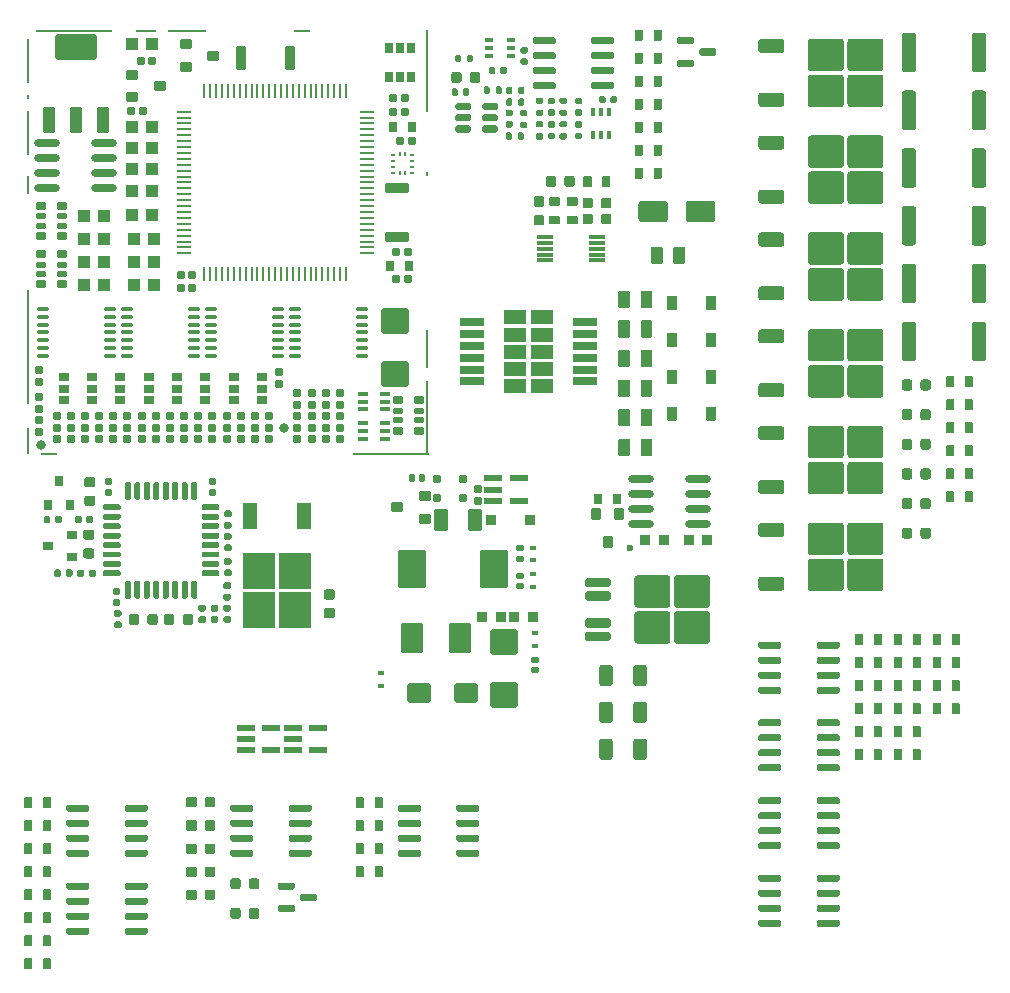
<source format=gtp>
G75*
G70*
%OFA0B0*%
%FSLAX25Y25*%
%IPPOS*%
%LPD*%
%AMOC8*
5,1,8,0,0,1.08239X$1,22.5*
%
%AMM1*
21,1,0.086610,0.073230,0.000000,0.000000,270.000000*
21,1,0.069290,0.090550,0.000000,0.000000,270.000000*
1,1,0.017320,-0.036610,-0.034650*
1,1,0.017320,-0.036610,0.034650*
1,1,0.017320,0.036610,0.034650*
1,1,0.017320,0.036610,-0.034650*
%
%AMM10*
21,1,0.015750,0.016540,0.000000,0.000000,270.000000*
21,1,0.012600,0.019680,0.000000,0.000000,270.000000*
1,1,0.003150,-0.008270,-0.006300*
1,1,0.003150,-0.008270,0.006300*
1,1,0.003150,0.008270,0.006300*
1,1,0.003150,0.008270,-0.006300*
%
%AMM11*
21,1,0.023620,0.018900,0.000000,0.000000,90.000000*
21,1,0.018900,0.023620,0.000000,0.000000,90.000000*
1,1,0.004720,0.009450,0.009450*
1,1,0.004720,0.009450,-0.009450*
1,1,0.004720,-0.009450,-0.009450*
1,1,0.004720,-0.009450,0.009450*
%
%AMM12*
21,1,0.019680,0.019680,0.000000,0.000000,0.000000*
21,1,0.015750,0.023620,0.000000,0.000000,0.000000*
1,1,0.003940,0.007870,-0.009840*
1,1,0.003940,-0.007870,-0.009840*
1,1,0.003940,-0.007870,0.009840*
1,1,0.003940,0.007870,0.009840*
%
%AMM13*
21,1,0.019680,0.019680,0.000000,0.000000,270.000000*
21,1,0.015750,0.023620,0.000000,0.000000,270.000000*
1,1,0.003940,-0.009840,-0.007870*
1,1,0.003940,-0.009840,0.007870*
1,1,0.003940,0.009840,0.007870*
1,1,0.003940,0.009840,-0.007870*
%
%AMM2*
21,1,0.094490,0.111020,0.000000,0.000000,0.000000*
21,1,0.075590,0.129920,0.000000,0.000000,0.000000*
1,1,0.018900,0.037800,-0.055510*
1,1,0.018900,-0.037800,-0.055510*
1,1,0.018900,-0.037800,0.055510*
1,1,0.018900,0.037800,0.055510*
%
%AMM3*
21,1,0.074800,0.083460,0.000000,0.000000,0.000000*
21,1,0.059840,0.098430,0.000000,0.000000,0.000000*
1,1,0.014960,0.029920,-0.041730*
1,1,0.014960,-0.029920,-0.041730*
1,1,0.014960,-0.029920,0.041730*
1,1,0.014960,0.029920,0.041730*
%
%AMM39*
21,1,0.025590,0.026380,0.000000,0.000000,270.000000*
21,1,0.020470,0.031500,0.000000,0.000000,270.000000*
1,1,0.005120,-0.013190,-0.010240*
1,1,0.005120,-0.013190,0.010240*
1,1,0.005120,0.013190,0.010240*
1,1,0.005120,0.013190,-0.010240*
%
%AMM4*
21,1,0.078740,0.053540,0.000000,0.000000,180.000000*
21,1,0.065350,0.066930,0.000000,0.000000,180.000000*
1,1,0.013390,-0.032680,0.026770*
1,1,0.013390,0.032680,0.026770*
1,1,0.013390,0.032680,-0.026770*
1,1,0.013390,-0.032680,-0.026770*
%
%AMM40*
21,1,0.017720,0.027950,0.000000,0.000000,270.000000*
21,1,0.014170,0.031500,0.000000,0.000000,270.000000*
1,1,0.003540,-0.013980,-0.007090*
1,1,0.003540,-0.013980,0.007090*
1,1,0.003540,0.013980,0.007090*
1,1,0.003540,0.013980,-0.007090*
%
%AMM41*
21,1,0.012600,0.028980,0.000000,0.000000,90.000000*
21,1,0.010080,0.031500,0.000000,0.000000,90.000000*
1,1,0.002520,0.014490,0.005040*
1,1,0.002520,0.014490,-0.005040*
1,1,0.002520,-0.014490,-0.005040*
1,1,0.002520,-0.014490,0.005040*
%
%AMM42*
21,1,0.023620,0.030710,0.000000,0.000000,180.000000*
21,1,0.018900,0.035430,0.000000,0.000000,180.000000*
1,1,0.004720,-0.009450,0.015350*
1,1,0.004720,0.009450,0.015350*
1,1,0.004720,0.009450,-0.015350*
1,1,0.004720,-0.009450,-0.015350*
%
%AMM43*
21,1,0.027560,0.018900,0.000000,0.000000,90.000000*
21,1,0.022840,0.023620,0.000000,0.000000,90.000000*
1,1,0.004720,0.009450,0.011420*
1,1,0.004720,0.009450,-0.011420*
1,1,0.004720,-0.009450,-0.011420*
1,1,0.004720,-0.009450,0.011420*
%
%AMM44*
21,1,0.031500,0.072440,0.000000,0.000000,90.000000*
21,1,0.025200,0.078740,0.000000,0.000000,90.000000*
1,1,0.006300,0.036220,0.012600*
1,1,0.006300,0.036220,-0.012600*
1,1,0.006300,-0.036220,-0.012600*
1,1,0.006300,-0.036220,0.012600*
%
%AMM45*
21,1,0.027560,0.018900,0.000000,0.000000,180.000000*
21,1,0.022840,0.023620,0.000000,0.000000,180.000000*
1,1,0.004720,-0.011420,0.009450*
1,1,0.004720,0.011420,0.009450*
1,1,0.004720,0.011420,-0.009450*
1,1,0.004720,-0.011420,-0.009450*
%
%AMM46*
21,1,0.023620,0.030710,0.000000,0.000000,270.000000*
21,1,0.018900,0.035430,0.000000,0.000000,270.000000*
1,1,0.004720,-0.015350,-0.009450*
1,1,0.004720,-0.015350,0.009450*
1,1,0.004720,0.015350,0.009450*
1,1,0.004720,0.015350,-0.009450*
%
%AMM47*
21,1,0.035430,0.030320,0.000000,0.000000,270.000000*
21,1,0.028350,0.037400,0.000000,0.000000,270.000000*
1,1,0.007090,-0.015160,-0.014170*
1,1,0.007090,-0.015160,0.014170*
1,1,0.007090,0.015160,0.014170*
1,1,0.007090,0.015160,-0.014170*
%
%AMM48*
21,1,0.043310,0.075980,0.000000,0.000000,0.000000*
21,1,0.034650,0.084650,0.000000,0.000000,0.000000*
1,1,0.008660,0.017320,-0.037990*
1,1,0.008660,-0.017320,-0.037990*
1,1,0.008660,-0.017320,0.037990*
1,1,0.008660,0.017320,0.037990*
%
%AMM49*
21,1,0.039370,0.035430,0.000000,0.000000,0.000000*
21,1,0.031500,0.043310,0.000000,0.000000,0.000000*
1,1,0.007870,0.015750,-0.017720*
1,1,0.007870,-0.015750,-0.017720*
1,1,0.007870,-0.015750,0.017720*
1,1,0.007870,0.015750,0.017720*
%
%AMM5*
21,1,0.035430,0.030320,0.000000,0.000000,90.000000*
21,1,0.028350,0.037400,0.000000,0.000000,90.000000*
1,1,0.007090,0.015160,0.014170*
1,1,0.007090,0.015160,-0.014170*
1,1,0.007090,-0.015160,-0.014170*
1,1,0.007090,-0.015160,0.014170*
%
%AMM50*
21,1,0.027560,0.030710,0.000000,0.000000,0.000000*
21,1,0.022050,0.036220,0.000000,0.000000,0.000000*
1,1,0.005510,0.011020,-0.015350*
1,1,0.005510,-0.011020,-0.015350*
1,1,0.005510,-0.011020,0.015350*
1,1,0.005510,0.011020,0.015350*
%
%AMM51*
21,1,0.031500,0.072440,0.000000,0.000000,0.000000*
21,1,0.025200,0.078740,0.000000,0.000000,0.000000*
1,1,0.006300,0.012600,-0.036220*
1,1,0.006300,-0.012600,-0.036220*
1,1,0.006300,-0.012600,0.036220*
1,1,0.006300,0.012600,0.036220*
%
%AMM52*
21,1,0.137800,0.067720,0.000000,0.000000,0.000000*
21,1,0.120870,0.084650,0.000000,0.000000,0.000000*
1,1,0.016930,0.060430,-0.033860*
1,1,0.016930,-0.060430,-0.033860*
1,1,0.016930,-0.060430,0.033860*
1,1,0.016930,0.060430,0.033860*
%
%AMM53*
21,1,0.043310,0.075990,0.000000,0.000000,0.000000*
21,1,0.034650,0.084650,0.000000,0.000000,0.000000*
1,1,0.008660,0.017320,-0.037990*
1,1,0.008660,-0.017320,-0.037990*
1,1,0.008660,-0.017320,0.037990*
1,1,0.008660,0.017320,0.037990*
%
%AMM54*
21,1,0.086610,0.073230,0.000000,0.000000,90.000000*
21,1,0.069290,0.090550,0.000000,0.000000,90.000000*
1,1,0.017320,0.036610,0.034650*
1,1,0.017320,0.036610,-0.034650*
1,1,0.017320,-0.036610,-0.034650*
1,1,0.017320,-0.036610,0.034650*
%
%AMM6*
21,1,0.021650,0.052760,0.000000,0.000000,270.000000*
21,1,0.017320,0.057090,0.000000,0.000000,270.000000*
1,1,0.004330,-0.026380,-0.008660*
1,1,0.004330,-0.026380,0.008660*
1,1,0.004330,0.026380,0.008660*
1,1,0.004330,0.026380,-0.008660*
%
%AMM7*
21,1,0.035830,0.026770,0.000000,0.000000,0.000000*
21,1,0.029130,0.033470,0.000000,0.000000,0.000000*
1,1,0.006690,0.014570,-0.013390*
1,1,0.006690,-0.014570,-0.013390*
1,1,0.006690,-0.014570,0.013390*
1,1,0.006690,0.014570,0.013390*
%
%AMM76*
21,1,0.035430,0.030320,0.000000,0.000000,180.000000*
21,1,0.028350,0.037400,0.000000,0.000000,180.000000*
1,1,0.007090,-0.014170,0.015160*
1,1,0.007090,0.014170,0.015160*
1,1,0.007090,0.014170,-0.015160*
1,1,0.007090,-0.014170,-0.015160*
%
%AMM8*
21,1,0.070870,0.036220,0.000000,0.000000,90.000000*
21,1,0.061810,0.045280,0.000000,0.000000,90.000000*
1,1,0.009060,0.018110,0.030910*
1,1,0.009060,0.018110,-0.030910*
1,1,0.009060,-0.018110,-0.030910*
1,1,0.009060,-0.018110,0.030910*
%
%AMM9*
21,1,0.033470,0.026770,0.000000,0.000000,0.000000*
21,1,0.026770,0.033470,0.000000,0.000000,0.000000*
1,1,0.006690,0.013390,-0.013390*
1,1,0.006690,-0.013390,-0.013390*
1,1,0.006690,-0.013390,0.013390*
1,1,0.006690,0.013390,0.013390*
%
%AMM94*
21,1,0.027560,0.030710,0.000000,0.000000,180.000000*
21,1,0.022050,0.036220,0.000000,0.000000,180.000000*
1,1,0.005510,-0.011020,0.015350*
1,1,0.005510,0.011020,0.015350*
1,1,0.005510,0.011020,-0.015350*
1,1,0.005510,-0.011020,-0.015350*
%
%ADD100C,0.03150*%
%ADD133R,0.02559X0.01575*%
%ADD134R,0.01575X0.02559*%
%ADD136R,0.05512X0.01181*%
%ADD137R,0.03543X0.03150*%
%ADD138R,0.04724X0.08661*%
%ADD14C,0.02362*%
%ADD141R,0.03150X0.03543*%
%ADD147R,0.10827X0.12008*%
%ADD150M39*%
%ADD151M40*%
%ADD152M41*%
%ADD153O,0.04724X0.00866*%
%ADD154O,0.00866X0.04724*%
%ADD155O,0.04331X0.01181*%
%ADD156M42*%
%ADD157M43*%
%ADD158R,0.01378X0.00984*%
%ADD159R,0.00984X0.01378*%
%ADD160M44*%
%ADD161M45*%
%ADD162M46*%
%ADD163M47*%
%ADD164O,0.08661X0.02362*%
%ADD165M48*%
%ADD166M49*%
%ADD167M50*%
%ADD168M51*%
%ADD169M52*%
%ADD170M53*%
%ADD171M54*%
%ADD207M76*%
%ADD237M94*%
%ADD245R,0.07874X0.02559*%
%ADD247R,0.07677X0.04567*%
%ADD36R,0.00787X0.14567*%
%ADD37R,0.00787X0.01575*%
%ADD38R,0.00787X0.06299*%
%ADD39R,0.00787X0.38189*%
%ADD40R,0.00787X0.09055*%
%ADD41R,0.05512X0.00787*%
%ADD42R,0.25197X0.00787*%
%ADD43R,0.06693X0.00787*%
%ADD44R,0.12992X0.00787*%
%ADD45R,0.00787X0.27559*%
%ADD46R,0.00787X0.12992*%
%ADD47R,0.00787X0.24803*%
%ADD71O,0.00000X0.00000*%
%ADD86M1*%
%ADD87M2*%
%ADD88M3*%
%ADD89M4*%
%ADD90M5*%
%ADD91M6*%
%ADD92M7*%
%ADD93M8*%
%ADD94M9*%
%ADD95M10*%
%ADD96M11*%
%ADD97M12*%
%ADD98M13*%
X0000000Y0000000D02*
%LPD*%
G01*
G36*
G01*
X0390453Y0212787D02*
X0390453Y0213968D01*
G75*
G02*
X0391043Y0214558I0000591J0000000D01*
G01*
X0397539Y0214558D01*
G75*
G02*
X0398130Y0213968I0000000J-000591D01*
G01*
X0398130Y0212787D01*
G75*
G02*
X0397539Y0212196I-000591J0000000D01*
G01*
X0391043Y0212196D01*
G75*
G02*
X0390453Y0212787I0000000J0000591D01*
G01*
G37*
G36*
G01*
X0390453Y0207787D02*
X0390453Y0208968D01*
G75*
G02*
X0391043Y0209558I0000591J0000000D01*
G01*
X0397539Y0209558D01*
G75*
G02*
X0398130Y0208968I0000000J-000591D01*
G01*
X0398130Y0207787D01*
G75*
G02*
X0397539Y0207196I-000591J0000000D01*
G01*
X0391043Y0207196D01*
G75*
G02*
X0390453Y0207787I0000000J0000591D01*
G01*
G37*
G36*
G01*
X0390453Y0202787D02*
X0390453Y0203968D01*
G75*
G02*
X0391043Y0204558I0000591J0000000D01*
G01*
X0397539Y0204558D01*
G75*
G02*
X0398130Y0203968I0000000J-000591D01*
G01*
X0398130Y0202787D01*
G75*
G02*
X0397539Y0202196I-000591J0000000D01*
G01*
X0391043Y0202196D01*
G75*
G02*
X0390453Y0202787I0000000J0000591D01*
G01*
G37*
G36*
G01*
X0390453Y0197787D02*
X0390453Y0198968D01*
G75*
G02*
X0391043Y0199558I0000591J0000000D01*
G01*
X0397539Y0199558D01*
G75*
G02*
X0398130Y0198968I0000000J-000591D01*
G01*
X0398130Y0197787D01*
G75*
G02*
X0397539Y0197196I-000591J0000000D01*
G01*
X0391043Y0197196D01*
G75*
G02*
X0390453Y0197787I0000000J0000591D01*
G01*
G37*
G36*
G01*
X0409941Y0197787D02*
X0409941Y0198968D01*
G75*
G02*
X0410531Y0199558I0000591J0000000D01*
G01*
X0417028Y0199558D01*
G75*
G02*
X0417618Y0198968I0000000J-000591D01*
G01*
X0417618Y0197787D01*
G75*
G02*
X0417028Y0197196I-000591J0000000D01*
G01*
X0410531Y0197196D01*
G75*
G02*
X0409941Y0197787I0000000J0000591D01*
G01*
G37*
G36*
G01*
X0409941Y0202787D02*
X0409941Y0203968D01*
G75*
G02*
X0410531Y0204558I0000591J0000000D01*
G01*
X0417028Y0204558D01*
G75*
G02*
X0417618Y0203968I0000000J-000591D01*
G01*
X0417618Y0202787D01*
G75*
G02*
X0417028Y0202196I-000591J0000000D01*
G01*
X0410531Y0202196D01*
G75*
G02*
X0409941Y0202787I0000000J0000591D01*
G01*
G37*
G36*
G01*
X0409941Y0207787D02*
X0409941Y0208968D01*
G75*
G02*
X0410531Y0209558I0000591J0000000D01*
G01*
X0417028Y0209558D01*
G75*
G02*
X0417618Y0208968I0000000J-000591D01*
G01*
X0417618Y0207787D01*
G75*
G02*
X0417028Y0207196I-000591J0000000D01*
G01*
X0410531Y0207196D01*
G75*
G02*
X0409941Y0207787I0000000J0000591D01*
G01*
G37*
G36*
G01*
X0409941Y0212787D02*
X0409941Y0213968D01*
G75*
G02*
X0410531Y0214558I0000591J0000000D01*
G01*
X0417028Y0214558D01*
G75*
G02*
X0417618Y0213968I0000000J-000591D01*
G01*
X0417618Y0212787D01*
G75*
G02*
X0417028Y0212196I-000591J0000000D01*
G01*
X0410531Y0212196D01*
G75*
G02*
X0409941Y0212787I0000000J0000591D01*
G01*
G37*
G36*
G01*
X0145709Y0136276D02*
X0145709Y0139347D01*
G75*
G02*
X0145984Y0139622I0000276J0000000D01*
G01*
X0148189Y0139622D01*
G75*
G02*
X0148465Y0139347I0000000J-000276D01*
G01*
X0148465Y0136276D01*
G75*
G02*
X0148189Y0136000I-000276J0000000D01*
G01*
X0145984Y0136000D01*
G75*
G02*
X0145709Y0136276I0000000J0000276D01*
G01*
G37*
G36*
G01*
X0152008Y0136276D02*
X0152008Y0139347D01*
G75*
G02*
X0152283Y0139622I0000276J0000000D01*
G01*
X0154488Y0139622D01*
G75*
G02*
X0154764Y0139347I0000000J-000276D01*
G01*
X0154764Y0136276D01*
G75*
G02*
X0154488Y0136000I-000276J0000000D01*
G01*
X0152283Y0136000D01*
G75*
G02*
X0152008Y0136276I0000000J0000276D01*
G01*
G37*
G36*
G01*
X0422638Y0183012D02*
X0422638Y0186083D01*
G75*
G02*
X0422913Y0186358I0000276J0000000D01*
G01*
X0425118Y0186358D01*
G75*
G02*
X0425394Y0186083I0000000J-000276D01*
G01*
X0425394Y0183012D01*
G75*
G02*
X0425118Y0182736I-000276J0000000D01*
G01*
X0422913Y0182736D01*
G75*
G02*
X0422638Y0183012I0000000J0000276D01*
G01*
G37*
G36*
G01*
X0428937Y0183012D02*
X0428937Y0186083D01*
G75*
G02*
X0429213Y0186358I0000276J0000000D01*
G01*
X0431417Y0186358D01*
G75*
G02*
X0431693Y0186083I0000000J-000276D01*
G01*
X0431693Y0183012D01*
G75*
G02*
X0431417Y0182736I-000276J0000000D01*
G01*
X0429213Y0182736D01*
G75*
G02*
X0428937Y0183012I0000000J0000276D01*
G01*
G37*
G36*
G01*
X0435630Y0206032D02*
X0435630Y0209103D01*
G75*
G02*
X0435906Y0209378I0000276J0000000D01*
G01*
X0438110Y0209378D01*
G75*
G02*
X0438386Y0209103I0000000J-000276D01*
G01*
X0438386Y0206032D01*
G75*
G02*
X0438110Y0205756I-000276J0000000D01*
G01*
X0435906Y0205756D01*
G75*
G02*
X0435630Y0206032I0000000J0000276D01*
G01*
G37*
G36*
G01*
X0441929Y0206032D02*
X0441929Y0209103D01*
G75*
G02*
X0442205Y0209378I0000276J0000000D01*
G01*
X0444409Y0209378D01*
G75*
G02*
X0444685Y0209103I0000000J-000276D01*
G01*
X0444685Y0206032D01*
G75*
G02*
X0444409Y0205756I-000276J0000000D01*
G01*
X0442205Y0205756D01*
G75*
G02*
X0441929Y0206032I0000000J0000276D01*
G01*
G37*
G36*
G01*
X0422638Y0206032D02*
X0422638Y0209103D01*
G75*
G02*
X0422913Y0209378I0000276J0000000D01*
G01*
X0425118Y0209378D01*
G75*
G02*
X0425394Y0209103I0000000J-000276D01*
G01*
X0425394Y0206032D01*
G75*
G02*
X0425118Y0205756I-000276J0000000D01*
G01*
X0422913Y0205756D01*
G75*
G02*
X0422638Y0206032I0000000J0000276D01*
G01*
G37*
G36*
G01*
X0428937Y0206032D02*
X0428937Y0209103D01*
G75*
G02*
X0429213Y0209378I0000276J0000000D01*
G01*
X0431417Y0209378D01*
G75*
G02*
X0431693Y0209103I0000000J-000276D01*
G01*
X0431693Y0206032D01*
G75*
G02*
X0431417Y0205756I-000276J0000000D01*
G01*
X0429213Y0205756D01*
G75*
G02*
X0428937Y0206032I0000000J0000276D01*
G01*
G37*
G36*
G01*
X0438268Y0386054D02*
X0438268Y0397275D01*
G75*
G02*
X0439252Y0398259I0000984J0000000D01*
G01*
X0442106Y0398259D01*
G75*
G02*
X0443091Y0397275I0000000J-000984D01*
G01*
X0443091Y0386054D01*
G75*
G02*
X0442106Y0385070I-000984J0000000D01*
G01*
X0439252Y0385070D01*
G75*
G02*
X0438268Y0386054I0000000J0000984D01*
G01*
G37*
G36*
G01*
X0461594Y0386054D02*
X0461594Y0397275D01*
G75*
G02*
X0462579Y0398259I0000984J0000000D01*
G01*
X0465433Y0398259D01*
G75*
G02*
X0466417Y0397275I0000000J-000984D01*
G01*
X0466417Y0386054D01*
G75*
G02*
X0465433Y0385070I-000984J0000000D01*
G01*
X0462579Y0385070D01*
G75*
G02*
X0461594Y0386054I0000000J0000984D01*
G01*
G37*
G36*
G01*
X0145709Y0151623D02*
X0145709Y0154693D01*
G75*
G02*
X0145984Y0154969I0000276J0000000D01*
G01*
X0148189Y0154969D01*
G75*
G02*
X0148465Y0154693I0000000J-000276D01*
G01*
X0148465Y0151623D01*
G75*
G02*
X0148189Y0151347I-000276J0000000D01*
G01*
X0145984Y0151347D01*
G75*
G02*
X0145709Y0151623I0000000J0000276D01*
G01*
G37*
G36*
G01*
X0152008Y0151623D02*
X0152008Y0154693D01*
G75*
G02*
X0152283Y0154969I0000276J0000000D01*
G01*
X0154488Y0154969D01*
G75*
G02*
X0154764Y0154693I0000000J-000276D01*
G01*
X0154764Y0151623D01*
G75*
G02*
X0154488Y0151347I-000276J0000000D01*
G01*
X0152283Y0151347D01*
G75*
G02*
X0152008Y0151623I0000000J0000276D01*
G01*
G37*
G36*
G01*
X0145709Y0128602D02*
X0145709Y0131673D01*
G75*
G02*
X0145984Y0131949I0000276J0000000D01*
G01*
X0148189Y0131949D01*
G75*
G02*
X0148465Y0131673I0000000J-000276D01*
G01*
X0148465Y0128602D01*
G75*
G02*
X0148189Y0128327I-000276J0000000D01*
G01*
X0145984Y0128327D01*
G75*
G02*
X0145709Y0128602I0000000J0000276D01*
G01*
G37*
G36*
G01*
X0152008Y0128602D02*
X0152008Y0131673D01*
G75*
G02*
X0152283Y0131949I0000276J0000000D01*
G01*
X0154488Y0131949D01*
G75*
G02*
X0154764Y0131673I0000000J-000276D01*
G01*
X0154764Y0128602D01*
G75*
G02*
X0154488Y0128327I-000276J0000000D01*
G01*
X0152283Y0128327D01*
G75*
G02*
X0152008Y0128602I0000000J0000276D01*
G01*
G37*
G36*
G01*
X0435630Y0175338D02*
X0435630Y0178409D01*
G75*
G02*
X0435906Y0178685I0000276J0000000D01*
G01*
X0438110Y0178685D01*
G75*
G02*
X0438386Y0178409I0000000J-000276D01*
G01*
X0438386Y0175338D01*
G75*
G02*
X0438110Y0175063I-000276J0000000D01*
G01*
X0435906Y0175063D01*
G75*
G02*
X0435630Y0175338I0000000J0000276D01*
G01*
G37*
G36*
G01*
X0441929Y0175338D02*
X0441929Y0178409D01*
G75*
G02*
X0442205Y0178685I0000276J0000000D01*
G01*
X0444409Y0178685D01*
G75*
G02*
X0444685Y0178409I0000000J-000276D01*
G01*
X0444685Y0175338D01*
G75*
G02*
X0444409Y0175063I-000276J0000000D01*
G01*
X0442205Y0175063D01*
G75*
G02*
X0441929Y0175338I0000000J0000276D01*
G01*
G37*
G36*
G01*
X0390453Y0160976D02*
X0390453Y0162157D01*
G75*
G02*
X0391043Y0162747I0000591J0000000D01*
G01*
X0397539Y0162747D01*
G75*
G02*
X0398130Y0162157I0000000J-000591D01*
G01*
X0398130Y0160976D01*
G75*
G02*
X0397539Y0160385I-000591J0000000D01*
G01*
X0391043Y0160385D01*
G75*
G02*
X0390453Y0160976I0000000J0000591D01*
G01*
G37*
G36*
G01*
X0390453Y0155976D02*
X0390453Y0157157D01*
G75*
G02*
X0391043Y0157747I0000591J0000000D01*
G01*
X0397539Y0157747D01*
G75*
G02*
X0398130Y0157157I0000000J-000591D01*
G01*
X0398130Y0155976D01*
G75*
G02*
X0397539Y0155385I-000591J0000000D01*
G01*
X0391043Y0155385D01*
G75*
G02*
X0390453Y0155976I0000000J0000591D01*
G01*
G37*
G36*
G01*
X0390453Y0150976D02*
X0390453Y0152157D01*
G75*
G02*
X0391043Y0152747I0000591J0000000D01*
G01*
X0397539Y0152747D01*
G75*
G02*
X0398130Y0152157I0000000J-000591D01*
G01*
X0398130Y0150976D01*
G75*
G02*
X0397539Y0150385I-000591J0000000D01*
G01*
X0391043Y0150385D01*
G75*
G02*
X0390453Y0150976I0000000J0000591D01*
G01*
G37*
G36*
G01*
X0390453Y0145976D02*
X0390453Y0147157D01*
G75*
G02*
X0391043Y0147747I0000591J0000000D01*
G01*
X0397539Y0147747D01*
G75*
G02*
X0398130Y0147157I0000000J-000591D01*
G01*
X0398130Y0145976D01*
G75*
G02*
X0397539Y0145385I-000591J0000000D01*
G01*
X0391043Y0145385D01*
G75*
G02*
X0390453Y0145976I0000000J0000591D01*
G01*
G37*
G36*
G01*
X0409941Y0145976D02*
X0409941Y0147157D01*
G75*
G02*
X0410531Y0147747I0000591J0000000D01*
G01*
X0417028Y0147747D01*
G75*
G02*
X0417618Y0147157I0000000J-000591D01*
G01*
X0417618Y0145976D01*
G75*
G02*
X0417028Y0145385I-000591J0000000D01*
G01*
X0410531Y0145385D01*
G75*
G02*
X0409941Y0145976I0000000J0000591D01*
G01*
G37*
G36*
G01*
X0409941Y0150976D02*
X0409941Y0152157D01*
G75*
G02*
X0410531Y0152747I0000591J0000000D01*
G01*
X0417028Y0152747D01*
G75*
G02*
X0417618Y0152157I0000000J-000591D01*
G01*
X0417618Y0150976D01*
G75*
G02*
X0417028Y0150385I-000591J0000000D01*
G01*
X0410531Y0150385D01*
G75*
G02*
X0409941Y0150976I0000000J0000591D01*
G01*
G37*
G36*
G01*
X0409941Y0155976D02*
X0409941Y0157157D01*
G75*
G02*
X0410531Y0157747I0000591J0000000D01*
G01*
X0417028Y0157747D01*
G75*
G02*
X0417618Y0157157I0000000J-000591D01*
G01*
X0417618Y0155976D01*
G75*
G02*
X0417028Y0155385I-000591J0000000D01*
G01*
X0410531Y0155385D01*
G75*
G02*
X0409941Y0155976I0000000J0000591D01*
G01*
G37*
G36*
G01*
X0409941Y0160976D02*
X0409941Y0162157D01*
G75*
G02*
X0410531Y0162747I0000591J0000000D01*
G01*
X0417028Y0162747D01*
G75*
G02*
X0417618Y0162157I0000000J-000591D01*
G01*
X0417618Y0160976D01*
G75*
G02*
X0417028Y0160385I-000591J0000000D01*
G01*
X0410531Y0160385D01*
G75*
G02*
X0409941Y0160976I0000000J0000591D01*
G01*
G37*
G36*
G01*
X0359921Y0313101D02*
X0359921Y0317117D01*
G75*
G02*
X0360276Y0317472I0000354J0000000D01*
G01*
X0363110Y0317472D01*
G75*
G02*
X0363465Y0317117I0000000J-000354D01*
G01*
X0363465Y0313101D01*
G75*
G02*
X0363110Y0312747I-000354J0000000D01*
G01*
X0360276Y0312747D01*
G75*
G02*
X0359921Y0313101I0000000J0000354D01*
G01*
G37*
G36*
G01*
X0372913Y0313101D02*
X0372913Y0317117D01*
G75*
G02*
X0373268Y0317472I0000354J0000000D01*
G01*
X0376102Y0317472D01*
G75*
G02*
X0376457Y0317117I0000000J-000354D01*
G01*
X0376457Y0313101D01*
G75*
G02*
X0376102Y0312747I-000354J0000000D01*
G01*
X0373268Y0312747D01*
G75*
G02*
X0372913Y0313101I0000000J0000354D01*
G01*
G37*
G36*
G01*
X0452992Y0291977D02*
X0452992Y0295048D01*
G75*
G02*
X0453268Y0295323I0000276J0000000D01*
G01*
X0455472Y0295323D01*
G75*
G02*
X0455748Y0295048I0000000J-000276D01*
G01*
X0455748Y0291977D01*
G75*
G02*
X0455472Y0291701I-000276J0000000D01*
G01*
X0453268Y0291701D01*
G75*
G02*
X0452992Y0291977I0000000J0000276D01*
G01*
G37*
G36*
G01*
X0459291Y0291977D02*
X0459291Y0295048D01*
G75*
G02*
X0459567Y0295323I0000276J0000000D01*
G01*
X0461772Y0295323D01*
G75*
G02*
X0462047Y0295048I0000000J-000276D01*
G01*
X0462047Y0291977D01*
G75*
G02*
X0461772Y0291701I-000276J0000000D01*
G01*
X0459567Y0291701D01*
G75*
G02*
X0459291Y0291977I0000000J0000276D01*
G01*
G37*
G36*
G01*
X0359921Y0325385D02*
X0359921Y0329401D01*
G75*
G02*
X0360276Y0329755I0000354J0000000D01*
G01*
X0363110Y0329755D01*
G75*
G02*
X0363465Y0329401I0000000J-000354D01*
G01*
X0363465Y0325385D01*
G75*
G02*
X0363110Y0325031I-000354J0000000D01*
G01*
X0360276Y0325031D01*
G75*
G02*
X0359921Y0325385I0000000J0000354D01*
G01*
G37*
G36*
G01*
X0372913Y0325385D02*
X0372913Y0329401D01*
G75*
G02*
X0373268Y0329755I0000354J0000000D01*
G01*
X0376102Y0329755D01*
G75*
G02*
X0376457Y0329401I0000000J-000354D01*
G01*
X0376457Y0325385D01*
G75*
G02*
X0376102Y0325031I-000354J0000000D01*
G01*
X0373268Y0325031D01*
G75*
G02*
X0372913Y0325385I0000000J0000354D01*
G01*
G37*
G36*
G01*
X0438307Y0249671D02*
X0438307Y0251689D01*
G75*
G02*
X0439168Y0252550I0000861J0000000D01*
G01*
X0440891Y0252550D01*
G75*
G02*
X0441752Y0251689I0000000J-000861D01*
G01*
X0441752Y0249671D01*
G75*
G02*
X0440891Y0248810I-000861J0000000D01*
G01*
X0439168Y0248810D01*
G75*
G02*
X0438307Y0249671I0000000J0000861D01*
G01*
G37*
G36*
G01*
X0444508Y0249671D02*
X0444508Y0251689D01*
G75*
G02*
X0445369Y0252550I0000861J0000000D01*
G01*
X0447092Y0252550D01*
G75*
G02*
X0447953Y0251689I0000000J-000861D01*
G01*
X0447953Y0249671D01*
G75*
G02*
X0447092Y0248810I-000861J0000000D01*
G01*
X0445369Y0248810D01*
G75*
G02*
X0444508Y0249671I0000000J0000861D01*
G01*
G37*
G36*
G01*
X0448622Y0190685D02*
X0448622Y0193756D01*
G75*
G02*
X0448898Y0194032I0000276J0000000D01*
G01*
X0451102Y0194032D01*
G75*
G02*
X0451378Y0193756I0000000J-000276D01*
G01*
X0451378Y0190685D01*
G75*
G02*
X0451102Y0190410I-000276J0000000D01*
G01*
X0448898Y0190410D01*
G75*
G02*
X0448622Y0190685I0000000J0000276D01*
G01*
G37*
G36*
G01*
X0454921Y0190685D02*
X0454921Y0193756D01*
G75*
G02*
X0455197Y0194032I0000276J0000000D01*
G01*
X0457402Y0194032D01*
G75*
G02*
X0457677Y0193756I0000000J-000276D01*
G01*
X0457677Y0190685D01*
G75*
G02*
X0457402Y0190410I-000276J0000000D01*
G01*
X0455197Y0190410D01*
G75*
G02*
X0454921Y0190685I0000000J0000276D01*
G01*
G37*
G36*
G01*
X0452992Y0268957D02*
X0452992Y0272028D01*
G75*
G02*
X0453268Y0272303I0000276J0000000D01*
G01*
X0455472Y0272303D01*
G75*
G02*
X0455748Y0272028I0000000J-000276D01*
G01*
X0455748Y0268957D01*
G75*
G02*
X0455472Y0268681I-000276J0000000D01*
G01*
X0453268Y0268681D01*
G75*
G02*
X0452992Y0268957I0000000J0000276D01*
G01*
G37*
G36*
G01*
X0459291Y0268957D02*
X0459291Y0272028D01*
G75*
G02*
X0459567Y0272303I0000276J0000000D01*
G01*
X0461772Y0272303D01*
G75*
G02*
X0462047Y0272028I0000000J-000276D01*
G01*
X0462047Y0268957D01*
G75*
G02*
X0461772Y0268681I-000276J0000000D01*
G01*
X0459567Y0268681D01*
G75*
G02*
X0459291Y0268957I0000000J0000276D01*
G01*
G37*
G36*
G01*
X0256260Y0136276D02*
X0256260Y0139347D01*
G75*
G02*
X0256535Y0139622I0000276J0000000D01*
G01*
X0258740Y0139622D01*
G75*
G02*
X0259016Y0139347I0000000J-000276D01*
G01*
X0259016Y0136276D01*
G75*
G02*
X0258740Y0136000I-000276J0000000D01*
G01*
X0256535Y0136000D01*
G75*
G02*
X0256260Y0136276I0000000J0000276D01*
G01*
G37*
G36*
G01*
X0262559Y0136276D02*
X0262559Y0139347D01*
G75*
G02*
X0262835Y0139622I0000276J0000000D01*
G01*
X0265039Y0139622D01*
G75*
G02*
X0265315Y0139347I0000000J-000276D01*
G01*
X0265315Y0136276D01*
G75*
G02*
X0265039Y0136000I-000276J0000000D01*
G01*
X0262835Y0136000D01*
G75*
G02*
X0262559Y0136276I0000000J0000276D01*
G01*
G37*
G36*
G01*
X0452992Y0276630D02*
X0452992Y0279701D01*
G75*
G02*
X0453268Y0279977I0000276J0000000D01*
G01*
X0455472Y0279977D01*
G75*
G02*
X0455748Y0279701I0000000J-000276D01*
G01*
X0455748Y0276630D01*
G75*
G02*
X0455472Y0276355I-000276J0000000D01*
G01*
X0453268Y0276355D01*
G75*
G02*
X0452992Y0276630I0000000J0000276D01*
G01*
G37*
G36*
G01*
X0459291Y0276630D02*
X0459291Y0279701D01*
G75*
G02*
X0459567Y0279977I0000276J0000000D01*
G01*
X0461772Y0279977D01*
G75*
G02*
X0462047Y0279701I0000000J-000276D01*
G01*
X0462047Y0276630D01*
G75*
G02*
X0461772Y0276355I-000276J0000000D01*
G01*
X0459567Y0276355D01*
G75*
G02*
X0459291Y0276630I0000000J0000276D01*
G01*
G37*
G36*
G01*
X0438268Y0366802D02*
X0438268Y0378023D01*
G75*
G02*
X0439252Y0379007I0000984J0000000D01*
G01*
X0442106Y0379007D01*
G75*
G02*
X0443091Y0378023I0000000J-000984D01*
G01*
X0443091Y0366802D01*
G75*
G02*
X0442106Y0365818I-000984J0000000D01*
G01*
X0439252Y0365818D01*
G75*
G02*
X0438268Y0366802I0000000J0000984D01*
G01*
G37*
G36*
G01*
X0461594Y0366802D02*
X0461594Y0378023D01*
G75*
G02*
X0462579Y0379007I0000984J0000000D01*
G01*
X0465433Y0379007D01*
G75*
G02*
X0466417Y0378023I0000000J-000984D01*
G01*
X0466417Y0366802D01*
G75*
G02*
X0465433Y0365818I-000984J0000000D01*
G01*
X0462579Y0365818D01*
G75*
G02*
X0461594Y0366802I0000000J0000984D01*
G01*
G37*
G36*
G01*
X0435630Y0183012D02*
X0435630Y0186083D01*
G75*
G02*
X0435906Y0186358I0000276J0000000D01*
G01*
X0438110Y0186358D01*
G75*
G02*
X0438386Y0186083I0000000J-000276D01*
G01*
X0438386Y0183012D01*
G75*
G02*
X0438110Y0182736I-000276J0000000D01*
G01*
X0435906Y0182736D01*
G75*
G02*
X0435630Y0183012I0000000J0000276D01*
G01*
G37*
G36*
G01*
X0441929Y0183012D02*
X0441929Y0186083D01*
G75*
G02*
X0442205Y0186358I0000276J0000000D01*
G01*
X0444409Y0186358D01*
G75*
G02*
X0444685Y0186083I0000000J-000276D01*
G01*
X0444685Y0183012D01*
G75*
G02*
X0444409Y0182736I-000276J0000000D01*
G01*
X0442205Y0182736D01*
G75*
G02*
X0441929Y0183012I0000000J0000276D01*
G01*
G37*
G36*
G01*
X0159783Y0132472D02*
X0159783Y0133653D01*
G75*
G02*
X0160374Y0134243I0000591J0000000D01*
G01*
X0166870Y0134243D01*
G75*
G02*
X0167461Y0133653I0000000J-000591D01*
G01*
X0167461Y0132472D01*
G75*
G02*
X0166870Y0131881I-000591J0000000D01*
G01*
X0160374Y0131881D01*
G75*
G02*
X0159783Y0132472I0000000J0000591D01*
G01*
G37*
G36*
G01*
X0159783Y0127472D02*
X0159783Y0128653D01*
G75*
G02*
X0160374Y0129243I0000591J0000000D01*
G01*
X0166870Y0129243D01*
G75*
G02*
X0167461Y0128653I0000000J-000591D01*
G01*
X0167461Y0127472D01*
G75*
G02*
X0166870Y0126881I-000591J0000000D01*
G01*
X0160374Y0126881D01*
G75*
G02*
X0159783Y0127472I0000000J0000591D01*
G01*
G37*
G36*
G01*
X0159783Y0122472D02*
X0159783Y0123653D01*
G75*
G02*
X0160374Y0124243I0000591J0000000D01*
G01*
X0166870Y0124243D01*
G75*
G02*
X0167461Y0123653I0000000J-000591D01*
G01*
X0167461Y0122472D01*
G75*
G02*
X0166870Y0121881I-000591J0000000D01*
G01*
X0160374Y0121881D01*
G75*
G02*
X0159783Y0122472I0000000J0000591D01*
G01*
G37*
G36*
G01*
X0159783Y0117472D02*
X0159783Y0118653D01*
G75*
G02*
X0160374Y0119243I0000591J0000000D01*
G01*
X0166870Y0119243D01*
G75*
G02*
X0167461Y0118653I0000000J-000591D01*
G01*
X0167461Y0117472D01*
G75*
G02*
X0166870Y0116881I-000591J0000000D01*
G01*
X0160374Y0116881D01*
G75*
G02*
X0159783Y0117472I0000000J0000591D01*
G01*
G37*
G36*
G01*
X0179272Y0117472D02*
X0179272Y0118653D01*
G75*
G02*
X0179862Y0119243I0000591J0000000D01*
G01*
X0186358Y0119243D01*
G75*
G02*
X0186949Y0118653I0000000J-000591D01*
G01*
X0186949Y0117472D01*
G75*
G02*
X0186358Y0116881I-000591J0000000D01*
G01*
X0179862Y0116881D01*
G75*
G02*
X0179272Y0117472I0000000J0000591D01*
G01*
G37*
G36*
G01*
X0179272Y0122472D02*
X0179272Y0123653D01*
G75*
G02*
X0179862Y0124243I0000591J0000000D01*
G01*
X0186358Y0124243D01*
G75*
G02*
X0186949Y0123653I0000000J-000591D01*
G01*
X0186949Y0122472D01*
G75*
G02*
X0186358Y0121881I-000591J0000000D01*
G01*
X0179862Y0121881D01*
G75*
G02*
X0179272Y0122472I0000000J0000591D01*
G01*
G37*
G36*
G01*
X0179272Y0127472D02*
X0179272Y0128653D01*
G75*
G02*
X0179862Y0129243I0000591J0000000D01*
G01*
X0186358Y0129243D01*
G75*
G02*
X0186949Y0128653I0000000J-000591D01*
G01*
X0186949Y0127472D01*
G75*
G02*
X0186358Y0126881I-000591J0000000D01*
G01*
X0179862Y0126881D01*
G75*
G02*
X0179272Y0127472I0000000J0000591D01*
G01*
G37*
G36*
G01*
X0179272Y0132472D02*
X0179272Y0133653D01*
G75*
G02*
X0179862Y0134243I0000591J0000000D01*
G01*
X0186358Y0134243D01*
G75*
G02*
X0186949Y0133653I0000000J-000591D01*
G01*
X0186949Y0132472D01*
G75*
G02*
X0186358Y0131881I-000591J0000000D01*
G01*
X0179862Y0131881D01*
G75*
G02*
X0179272Y0132472I0000000J0000591D01*
G01*
G37*
G36*
G01*
X0256260Y0151623D02*
X0256260Y0154693D01*
G75*
G02*
X0256535Y0154969I0000276J0000000D01*
G01*
X0258740Y0154969D01*
G75*
G02*
X0259016Y0154693I0000000J-000276D01*
G01*
X0259016Y0151623D01*
G75*
G02*
X0258740Y0151347I-000276J0000000D01*
G01*
X0256535Y0151347D01*
G75*
G02*
X0256260Y0151623I0000000J0000276D01*
G01*
G37*
G36*
G01*
X0262559Y0151623D02*
X0262559Y0154693D01*
G75*
G02*
X0262835Y0154969I0000276J0000000D01*
G01*
X0265039Y0154969D01*
G75*
G02*
X0265315Y0154693I0000000J-000276D01*
G01*
X0265315Y0151623D01*
G75*
G02*
X0265039Y0151347I-000276J0000000D01*
G01*
X0262835Y0151347D01*
G75*
G02*
X0262559Y0151623I0000000J0000276D01*
G01*
G37*
G36*
G01*
X0199843Y0128889D02*
X0199843Y0131566D01*
G75*
G02*
X0200177Y0131901I0000335J0000000D01*
G01*
X0202854Y0131901D01*
G75*
G02*
X0203189Y0131566I0000000J-000335D01*
G01*
X0203189Y0128889D01*
G75*
G02*
X0202854Y0128555I-000335J0000000D01*
G01*
X0200177Y0128555D01*
G75*
G02*
X0199843Y0128889I0000000J0000335D01*
G01*
G37*
G36*
G01*
X0206063Y0128889D02*
X0206063Y0131566D01*
G75*
G02*
X0206398Y0131901I0000335J0000000D01*
G01*
X0209075Y0131901D01*
G75*
G02*
X0209409Y0131566I0000000J-000335D01*
G01*
X0209409Y0128889D01*
G75*
G02*
X0209075Y0128555I-000335J0000000D01*
G01*
X0206398Y0128555D01*
G75*
G02*
X0206063Y0128889I0000000J0000335D01*
G01*
G37*
G36*
G01*
X0214429Y0158377D02*
X0214429Y0159558D01*
G75*
G02*
X0215020Y0160149I0000591J0000000D01*
G01*
X0221516Y0160149D01*
G75*
G02*
X0222106Y0159558I0000000J-000591D01*
G01*
X0222106Y0158377D01*
G75*
G02*
X0221516Y0157787I-000591J0000000D01*
G01*
X0215020Y0157787D01*
G75*
G02*
X0214429Y0158377I0000000J0000591D01*
G01*
G37*
G36*
G01*
X0214429Y0153377D02*
X0214429Y0154558D01*
G75*
G02*
X0215020Y0155149I0000591J0000000D01*
G01*
X0221516Y0155149D01*
G75*
G02*
X0222106Y0154558I0000000J-000591D01*
G01*
X0222106Y0153377D01*
G75*
G02*
X0221516Y0152787I-000591J0000000D01*
G01*
X0215020Y0152787D01*
G75*
G02*
X0214429Y0153377I0000000J0000591D01*
G01*
G37*
G36*
G01*
X0214429Y0148377D02*
X0214429Y0149558D01*
G75*
G02*
X0215020Y0150149I0000591J0000000D01*
G01*
X0221516Y0150149D01*
G75*
G02*
X0222106Y0149558I0000000J-000591D01*
G01*
X0222106Y0148377D01*
G75*
G02*
X0221516Y0147787I-000591J0000000D01*
G01*
X0215020Y0147787D01*
G75*
G02*
X0214429Y0148377I0000000J0000591D01*
G01*
G37*
G36*
G01*
X0214429Y0143377D02*
X0214429Y0144558D01*
G75*
G02*
X0215020Y0145149I0000591J0000000D01*
G01*
X0221516Y0145149D01*
G75*
G02*
X0222106Y0144558I0000000J-000591D01*
G01*
X0222106Y0143377D01*
G75*
G02*
X0221516Y0142787I-000591J0000000D01*
G01*
X0215020Y0142787D01*
G75*
G02*
X0214429Y0143377I0000000J0000591D01*
G01*
G37*
G36*
G01*
X0233917Y0143377D02*
X0233917Y0144558D01*
G75*
G02*
X0234508Y0145149I0000591J0000000D01*
G01*
X0241004Y0145149D01*
G75*
G02*
X0241594Y0144558I0000000J-000591D01*
G01*
X0241594Y0143377D01*
G75*
G02*
X0241004Y0142787I-000591J0000000D01*
G01*
X0234508Y0142787D01*
G75*
G02*
X0233917Y0143377I0000000J0000591D01*
G01*
G37*
G36*
G01*
X0233917Y0148377D02*
X0233917Y0149558D01*
G75*
G02*
X0234508Y0150149I0000591J0000000D01*
G01*
X0241004Y0150149D01*
G75*
G02*
X0241594Y0149558I0000000J-000591D01*
G01*
X0241594Y0148377D01*
G75*
G02*
X0241004Y0147787I-000591J0000000D01*
G01*
X0234508Y0147787D01*
G75*
G02*
X0233917Y0148377I0000000J0000591D01*
G01*
G37*
G36*
G01*
X0233917Y0153377D02*
X0233917Y0154558D01*
G75*
G02*
X0234508Y0155149I0000591J0000000D01*
G01*
X0241004Y0155149D01*
G75*
G02*
X0241594Y0154558I0000000J-000591D01*
G01*
X0241594Y0153377D01*
G75*
G02*
X0241004Y0152787I-000591J0000000D01*
G01*
X0234508Y0152787D01*
G75*
G02*
X0233917Y0153377I0000000J0000591D01*
G01*
G37*
G36*
G01*
X0233917Y0158377D02*
X0233917Y0159558D01*
G75*
G02*
X0234508Y0160149I0000591J0000000D01*
G01*
X0241004Y0160149D01*
G75*
G02*
X0241594Y0159558I0000000J-000591D01*
G01*
X0241594Y0158377D01*
G75*
G02*
X0241004Y0157787I-000591J0000000D01*
G01*
X0234508Y0157787D01*
G75*
G02*
X0233917Y0158377I0000000J0000591D01*
G01*
G37*
G36*
G01*
X0435630Y0190685D02*
X0435630Y0193756D01*
G75*
G02*
X0435906Y0194032I0000276J0000000D01*
G01*
X0438110Y0194032D01*
G75*
G02*
X0438386Y0193756I0000000J-000276D01*
G01*
X0438386Y0190685D01*
G75*
G02*
X0438110Y0190410I-000276J0000000D01*
G01*
X0435906Y0190410D01*
G75*
G02*
X0435630Y0190685I0000000J0000276D01*
G01*
G37*
G36*
G01*
X0441929Y0190685D02*
X0441929Y0193756D01*
G75*
G02*
X0442205Y0194032I0000276J0000000D01*
G01*
X0444409Y0194032D01*
G75*
G02*
X0444685Y0193756I0000000J-000276D01*
G01*
X0444685Y0190685D01*
G75*
G02*
X0444409Y0190410I-000276J0000000D01*
G01*
X0442205Y0190410D01*
G75*
G02*
X0441929Y0190685I0000000J0000276D01*
G01*
G37*
G36*
G01*
X0359921Y0300818D02*
X0359921Y0304834D01*
G75*
G02*
X0360276Y0305188I0000354J0000000D01*
G01*
X0363110Y0305188D01*
G75*
G02*
X0363465Y0304834I0000000J-000354D01*
G01*
X0363465Y0300818D01*
G75*
G02*
X0363110Y0300464I-000354J0000000D01*
G01*
X0360276Y0300464D01*
G75*
G02*
X0359921Y0300818I0000000J0000354D01*
G01*
G37*
G36*
G01*
X0372913Y0300818D02*
X0372913Y0304834D01*
G75*
G02*
X0373268Y0305188I0000354J0000000D01*
G01*
X0376102Y0305188D01*
G75*
G02*
X0376457Y0304834I0000000J-000354D01*
G01*
X0376457Y0300818D01*
G75*
G02*
X0376102Y0300464I-000354J0000000D01*
G01*
X0373268Y0300464D01*
G75*
G02*
X0372913Y0300818I0000000J0000354D01*
G01*
G37*
G36*
G01*
X0214449Y0122939D02*
X0214449Y0124957D01*
G75*
G02*
X0215310Y0125818I0000861J0000000D01*
G01*
X0217032Y0125818D01*
G75*
G02*
X0217894Y0124957I0000000J-000861D01*
G01*
X0217894Y0122939D01*
G75*
G02*
X0217032Y0122078I-000861J0000000D01*
G01*
X0215310Y0122078D01*
G75*
G02*
X0214449Y0122939I0000000J0000861D01*
G01*
G37*
G36*
G01*
X0220650Y0122939D02*
X0220650Y0124957D01*
G75*
G02*
X0221511Y0125818I0000861J0000000D01*
G01*
X0223233Y0125818D01*
G75*
G02*
X0224094Y0124957I0000000J-000861D01*
G01*
X0224094Y0122939D01*
G75*
G02*
X0223233Y0122078I-000861J0000000D01*
G01*
X0221511Y0122078D01*
G75*
G02*
X0220650Y0122939I0000000J0000861D01*
G01*
G37*
G36*
G01*
X0199843Y0151921D02*
X0199843Y0154598D01*
G75*
G02*
X0200177Y0154932I0000335J0000000D01*
G01*
X0202854Y0154932D01*
G75*
G02*
X0203189Y0154598I0000000J-000335D01*
G01*
X0203189Y0151921D01*
G75*
G02*
X0202854Y0151586I-000335J0000000D01*
G01*
X0200177Y0151586D01*
G75*
G02*
X0199843Y0151921I0000000J0000335D01*
G01*
G37*
G36*
G01*
X0206063Y0151921D02*
X0206063Y0154598D01*
G75*
G02*
X0206398Y0154932I0000335J0000000D01*
G01*
X0209075Y0154932D01*
G75*
G02*
X0209409Y0154598I0000000J-000335D01*
G01*
X0209409Y0151921D01*
G75*
G02*
X0209075Y0151586I-000335J0000000D01*
G01*
X0206398Y0151586D01*
G75*
G02*
X0206063Y0151921I0000000J0000335D01*
G01*
G37*
G36*
G01*
X0145709Y0113256D02*
X0145709Y0116326D01*
G75*
G02*
X0145984Y0116602I0000276J0000000D01*
G01*
X0148189Y0116602D01*
G75*
G02*
X0148465Y0116326I0000000J-000276D01*
G01*
X0148465Y0113256D01*
G75*
G02*
X0148189Y0112980I-000276J0000000D01*
G01*
X0145984Y0112980D01*
G75*
G02*
X0145709Y0113256I0000000J0000276D01*
G01*
G37*
G36*
G01*
X0152008Y0113256D02*
X0152008Y0116326D01*
G75*
G02*
X0152283Y0116602I0000276J0000000D01*
G01*
X0154488Y0116602D01*
G75*
G02*
X0154764Y0116326I0000000J-000276D01*
G01*
X0154764Y0113256D01*
G75*
G02*
X0154488Y0112980I-000276J0000000D01*
G01*
X0152283Y0112980D01*
G75*
G02*
X0152008Y0113256I0000000J0000276D01*
G01*
G37*
G36*
G01*
X0390453Y0282668D02*
X0390453Y0285424D01*
G75*
G02*
X0391437Y0286409I0000984J0000000D01*
G01*
X0398130Y0286409D01*
G75*
G02*
X0399114Y0285424I0000000J-000984D01*
G01*
X0399114Y0282668D01*
G75*
G02*
X0398130Y0281684I-000984J0000000D01*
G01*
X0391437Y0281684D01*
G75*
G02*
X0390453Y0282668I0000000J0000984D01*
G01*
G37*
G36*
G01*
X0406988Y0276645D02*
X0406988Y0285503D01*
G75*
G02*
X0407972Y0286487I0000984J0000000D01*
G01*
X0418012Y0286487D01*
G75*
G02*
X0418996Y0285503I0000000J-000984D01*
G01*
X0418996Y0276645D01*
G75*
G02*
X0418012Y0275661I-000984J0000000D01*
G01*
X0407972Y0275661D01*
G75*
G02*
X0406988Y0276645I0000000J0000984D01*
G01*
G37*
G36*
G01*
X0406988Y0264637D02*
X0406988Y0273495D01*
G75*
G02*
X0407972Y0274479I0000984J0000000D01*
G01*
X0418012Y0274479D01*
G75*
G02*
X0418996Y0273495I0000000J-000984D01*
G01*
X0418996Y0264637D01*
G75*
G02*
X0418012Y0263653I-000984J0000000D01*
G01*
X0407972Y0263653D01*
G75*
G02*
X0406988Y0264637I0000000J0000984D01*
G01*
G37*
G36*
G01*
X0420177Y0276645D02*
X0420177Y0285503D01*
G75*
G02*
X0421161Y0286487I0000984J0000000D01*
G01*
X0431201Y0286487D01*
G75*
G02*
X0432185Y0285503I0000000J-000984D01*
G01*
X0432185Y0276645D01*
G75*
G02*
X0431201Y0275661I-000984J0000000D01*
G01*
X0421161Y0275661D01*
G75*
G02*
X0420177Y0276645I0000000J0000984D01*
G01*
G37*
G36*
G01*
X0420177Y0264637D02*
X0420177Y0273495D01*
G75*
G02*
X0421161Y0274479I0000984J0000000D01*
G01*
X0431201Y0274479D01*
G75*
G02*
X0432185Y0273495I0000000J-000984D01*
G01*
X0432185Y0264637D01*
G75*
G02*
X0431201Y0263653I-000984J0000000D01*
G01*
X0421161Y0263653D01*
G75*
G02*
X0420177Y0264637I0000000J0000984D01*
G01*
G37*
G36*
G01*
X0390453Y0264716D02*
X0390453Y0267472D01*
G75*
G02*
X0391437Y0268456I0000984J0000000D01*
G01*
X0398130Y0268456D01*
G75*
G02*
X0399114Y0267472I0000000J-000984D01*
G01*
X0399114Y0264716D01*
G75*
G02*
X0398130Y0263731I-000984J0000000D01*
G01*
X0391437Y0263731D01*
G75*
G02*
X0390453Y0264716I0000000J0000984D01*
G01*
G37*
G36*
G01*
X0422638Y0190685D02*
X0422638Y0193756D01*
G75*
G02*
X0422913Y0194032I0000276J0000000D01*
G01*
X0425118Y0194032D01*
G75*
G02*
X0425394Y0193756I0000000J-000276D01*
G01*
X0425394Y0190685D01*
G75*
G02*
X0425118Y0190410I-000276J0000000D01*
G01*
X0422913Y0190410D01*
G75*
G02*
X0422638Y0190685I0000000J0000276D01*
G01*
G37*
G36*
G01*
X0428937Y0190685D02*
X0428937Y0193756D01*
G75*
G02*
X0429213Y0194032I0000276J0000000D01*
G01*
X0431417Y0194032D01*
G75*
G02*
X0431693Y0193756I0000000J-000276D01*
G01*
X0431693Y0190685D01*
G75*
G02*
X0431417Y0190410I-000276J0000000D01*
G01*
X0429213Y0190410D01*
G75*
G02*
X0428937Y0190685I0000000J0000276D01*
G01*
G37*
G36*
G01*
X0349252Y0415162D02*
X0349252Y0418233D01*
G75*
G02*
X0349528Y0418509I0000276J0000000D01*
G01*
X0351732Y0418509D01*
G75*
G02*
X0352008Y0418233I0000000J-000276D01*
G01*
X0352008Y0415162D01*
G75*
G02*
X0351732Y0414887I-000276J0000000D01*
G01*
X0349528Y0414887D01*
G75*
G02*
X0349252Y0415162I0000000J0000276D01*
G01*
G37*
G36*
G01*
X0355551Y0415162D02*
X0355551Y0418233D01*
G75*
G02*
X0355827Y0418509I0000276J0000000D01*
G01*
X0358031Y0418509D01*
G75*
G02*
X0358307Y0418233I0000000J-000276D01*
G01*
X0358307Y0415162D01*
G75*
G02*
X0358031Y0414887I-000276J0000000D01*
G01*
X0355827Y0414887D01*
G75*
G02*
X0355551Y0415162I0000000J0000276D01*
G01*
G37*
G36*
G01*
X0452992Y0261283D02*
X0452992Y0264354D01*
G75*
G02*
X0453268Y0264630I0000276J0000000D01*
G01*
X0455472Y0264630D01*
G75*
G02*
X0455748Y0264354I0000000J-000276D01*
G01*
X0455748Y0261283D01*
G75*
G02*
X0455472Y0261008I-000276J0000000D01*
G01*
X0453268Y0261008D01*
G75*
G02*
X0452992Y0261283I0000000J0000276D01*
G01*
G37*
G36*
G01*
X0459291Y0261283D02*
X0459291Y0264354D01*
G75*
G02*
X0459567Y0264630I0000276J0000000D01*
G01*
X0461772Y0264630D01*
G75*
G02*
X0462047Y0264354I0000000J-000276D01*
G01*
X0462047Y0261283D01*
G75*
G02*
X0461772Y0261008I-000276J0000000D01*
G01*
X0459567Y0261008D01*
G75*
G02*
X0459291Y0261283I0000000J0000276D01*
G01*
G37*
G36*
G01*
X0422638Y0198359D02*
X0422638Y0201429D01*
G75*
G02*
X0422913Y0201705I0000276J0000000D01*
G01*
X0425118Y0201705D01*
G75*
G02*
X0425394Y0201429I0000000J-000276D01*
G01*
X0425394Y0198359D01*
G75*
G02*
X0425118Y0198083I-000276J0000000D01*
G01*
X0422913Y0198083D01*
G75*
G02*
X0422638Y0198359I0000000J0000276D01*
G01*
G37*
G36*
G01*
X0428937Y0198359D02*
X0428937Y0201429D01*
G75*
G02*
X0429213Y0201705I0000276J0000000D01*
G01*
X0431417Y0201705D01*
G75*
G02*
X0431693Y0201429I0000000J-000276D01*
G01*
X0431693Y0198359D01*
G75*
G02*
X0431417Y0198083I-000276J0000000D01*
G01*
X0429213Y0198083D01*
G75*
G02*
X0428937Y0198359I0000000J0000276D01*
G01*
G37*
G36*
G01*
X0452992Y0284304D02*
X0452992Y0287374D01*
G75*
G02*
X0453268Y0287650I0000276J0000000D01*
G01*
X0455472Y0287650D01*
G75*
G02*
X0455748Y0287374I0000000J-000276D01*
G01*
X0455748Y0284304D01*
G75*
G02*
X0455472Y0284028I-000276J0000000D01*
G01*
X0453268Y0284028D01*
G75*
G02*
X0452992Y0284304I0000000J0000276D01*
G01*
G37*
G36*
G01*
X0459291Y0284304D02*
X0459291Y0287374D01*
G75*
G02*
X0459567Y0287650I0000276J0000000D01*
G01*
X0461772Y0287650D01*
G75*
G02*
X0462047Y0287374I0000000J-000276D01*
G01*
X0462047Y0284304D01*
G75*
G02*
X0461772Y0284028I-000276J0000000D01*
G01*
X0459567Y0284028D01*
G75*
G02*
X0459291Y0284304I0000000J0000276D01*
G01*
G37*
G36*
G01*
X0145709Y0143949D02*
X0145709Y0147020D01*
G75*
G02*
X0145984Y0147296I0000276J0000000D01*
G01*
X0148189Y0147296D01*
G75*
G02*
X0148465Y0147020I0000000J-000276D01*
G01*
X0148465Y0143949D01*
G75*
G02*
X0148189Y0143674I-000276J0000000D01*
G01*
X0145984Y0143674D01*
G75*
G02*
X0145709Y0143949I0000000J0000276D01*
G01*
G37*
G36*
G01*
X0152008Y0143949D02*
X0152008Y0147020D01*
G75*
G02*
X0152283Y0147296I0000276J0000000D01*
G01*
X0154488Y0147296D01*
G75*
G02*
X0154764Y0147020I0000000J-000276D01*
G01*
X0154764Y0143949D01*
G75*
G02*
X0154488Y0143674I-000276J0000000D01*
G01*
X0152283Y0143674D01*
G75*
G02*
X0152008Y0143949I0000000J0000276D01*
G01*
G37*
G36*
G01*
X0349252Y0369122D02*
X0349252Y0372193D01*
G75*
G02*
X0349528Y0372468I0000276J0000000D01*
G01*
X0351732Y0372468D01*
G75*
G02*
X0352008Y0372193I0000000J-000276D01*
G01*
X0352008Y0369122D01*
G75*
G02*
X0351732Y0368846I-000276J0000000D01*
G01*
X0349528Y0368846D01*
G75*
G02*
X0349252Y0369122I0000000J0000276D01*
G01*
G37*
G36*
G01*
X0355551Y0369122D02*
X0355551Y0372193D01*
G75*
G02*
X0355827Y0372468I0000276J0000000D01*
G01*
X0358031Y0372468D01*
G75*
G02*
X0358307Y0372193I0000000J-000276D01*
G01*
X0358307Y0369122D01*
G75*
G02*
X0358031Y0368846I-000276J0000000D01*
G01*
X0355827Y0368846D01*
G75*
G02*
X0355551Y0369122I0000000J0000276D01*
G01*
G37*
G36*
G01*
X0438307Y0259553D02*
X0438307Y0261571D01*
G75*
G02*
X0439168Y0262432I0000861J0000000D01*
G01*
X0440891Y0262432D01*
G75*
G02*
X0441752Y0261571I0000000J-000861D01*
G01*
X0441752Y0259553D01*
G75*
G02*
X0440891Y0258692I-000861J0000000D01*
G01*
X0439168Y0258692D01*
G75*
G02*
X0438307Y0259553I0000000J0000861D01*
G01*
G37*
G36*
G01*
X0444508Y0259553D02*
X0444508Y0261571D01*
G75*
G02*
X0445369Y0262432I0000861J0000000D01*
G01*
X0447092Y0262432D01*
G75*
G02*
X0447953Y0261571I0000000J-000861D01*
G01*
X0447953Y0259553D01*
G75*
G02*
X0447092Y0258692I-000861J0000000D01*
G01*
X0445369Y0258692D01*
G75*
G02*
X0444508Y0259553I0000000J0000861D01*
G01*
G37*
G36*
G01*
X0349252Y0392142D02*
X0349252Y0395213D01*
G75*
G02*
X0349528Y0395488I0000276J0000000D01*
G01*
X0351732Y0395488D01*
G75*
G02*
X0352008Y0395213I0000000J-000276D01*
G01*
X0352008Y0392142D01*
G75*
G02*
X0351732Y0391866I-000276J0000000D01*
G01*
X0349528Y0391866D01*
G75*
G02*
X0349252Y0392142I0000000J0000276D01*
G01*
G37*
G36*
G01*
X0355551Y0392142D02*
X0355551Y0395213D01*
G75*
G02*
X0355827Y0395488I0000276J0000000D01*
G01*
X0358031Y0395488D01*
G75*
G02*
X0358307Y0395213I0000000J-000276D01*
G01*
X0358307Y0392142D01*
G75*
G02*
X0358031Y0391866I-000276J0000000D01*
G01*
X0355827Y0391866D01*
G75*
G02*
X0355551Y0392142I0000000J0000276D01*
G01*
G37*
G36*
G01*
X0343740Y0286736D02*
X0343740Y0291658D01*
G75*
G02*
X0344134Y0292051I0000394J0000000D01*
G01*
X0347283Y0292051D01*
G75*
G02*
X0347677Y0291658I0000000J-000394D01*
G01*
X0347677Y0286736D01*
G75*
G02*
X0347283Y0286343I-000394J0000000D01*
G01*
X0344134Y0286343D01*
G75*
G02*
X0343740Y0286736I0000000J0000394D01*
G01*
G37*
G36*
G01*
X0351221Y0286736D02*
X0351221Y0291658D01*
G75*
G02*
X0351614Y0292051I0000394J0000000D01*
G01*
X0354764Y0292051D01*
G75*
G02*
X0355158Y0291658I0000000J-000394D01*
G01*
X0355158Y0286736D01*
G75*
G02*
X0354764Y0286343I-000394J0000000D01*
G01*
X0351614Y0286343D01*
G75*
G02*
X0351221Y0286736I0000000J0000394D01*
G01*
G37*
D71*
X0357618Y0245103D03*
G36*
G01*
X0214449Y0132821D02*
X0214449Y0134839D01*
G75*
G02*
X0215310Y0135700I0000861J0000000D01*
G01*
X0217032Y0135700D01*
G75*
G02*
X0217894Y0134839I0000000J-000861D01*
G01*
X0217894Y0132821D01*
G75*
G02*
X0217032Y0131960I-000861J0000000D01*
G01*
X0215310Y0131960D01*
G75*
G02*
X0214449Y0132821I0000000J0000861D01*
G01*
G37*
G36*
G01*
X0220650Y0132821D02*
X0220650Y0134839D01*
G75*
G02*
X0221511Y0135700I0000861J0000000D01*
G01*
X0223233Y0135700D01*
G75*
G02*
X0224094Y0134839I0000000J-000861D01*
G01*
X0224094Y0132821D01*
G75*
G02*
X0223233Y0131960I-000861J0000000D01*
G01*
X0221511Y0131960D01*
G75*
G02*
X0220650Y0132821I0000000J0000861D01*
G01*
G37*
G36*
G01*
X0341004Y0175149D02*
X0338287Y0175149D01*
G75*
G02*
X0337382Y0176054I0000000J0000906D01*
G01*
X0337382Y0181330D01*
G75*
G02*
X0338287Y0182235I0000906J0000000D01*
G01*
X0341004Y0182235D01*
G75*
G02*
X0341909Y0181330I0000000J-000906D01*
G01*
X0341909Y0176054D01*
G75*
G02*
X0341004Y0175149I-000906J0000000D01*
G01*
G37*
G36*
G01*
X0352421Y0175149D02*
X0349705Y0175149D01*
G75*
G02*
X0348799Y0176054I0000000J0000906D01*
G01*
X0348799Y0181330D01*
G75*
G02*
X0349705Y0182235I0000906J0000000D01*
G01*
X0352421Y0182235D01*
G75*
G02*
X0353327Y0181330I0000000J-000906D01*
G01*
X0353327Y0176054D01*
G75*
G02*
X0352421Y0175149I-000906J0000000D01*
G01*
G37*
G36*
G01*
X0230197Y0132472D02*
X0230197Y0133653D01*
G75*
G02*
X0230787Y0134243I0000591J0000000D01*
G01*
X0235413Y0134243D01*
G75*
G02*
X0236004Y0133653I0000000J-000591D01*
G01*
X0236004Y0132472D01*
G75*
G02*
X0235413Y0131881I-000591J0000000D01*
G01*
X0230787Y0131881D01*
G75*
G02*
X0230197Y0132472I0000000J0000591D01*
G01*
G37*
G36*
G01*
X0230197Y0124991D02*
X0230197Y0126172D01*
G75*
G02*
X0230787Y0126763I0000591J0000000D01*
G01*
X0235413Y0126763D01*
G75*
G02*
X0236004Y0126172I0000000J-000591D01*
G01*
X0236004Y0124991D01*
G75*
G02*
X0235413Y0124401I-000591J0000000D01*
G01*
X0230787Y0124401D01*
G75*
G02*
X0230197Y0124991I0000000J0000591D01*
G01*
G37*
G36*
G01*
X0237579Y0128731D02*
X0237579Y0129913D01*
G75*
G02*
X0238169Y0130503I0000591J0000000D01*
G01*
X0242795Y0130503D01*
G75*
G02*
X0243386Y0129913I0000000J-000591D01*
G01*
X0243386Y0128731D01*
G75*
G02*
X0242795Y0128141I-000591J0000000D01*
G01*
X0238169Y0128141D01*
G75*
G02*
X0237579Y0128731I0000000J0000591D01*
G01*
G37*
G36*
G01*
X0350512Y0355326D02*
X0350512Y0360444D01*
G75*
G02*
X0351496Y0361428I0000984J0000000D01*
G01*
X0359370Y0361428D01*
G75*
G02*
X0360354Y0360444I0000000J-000984D01*
G01*
X0360354Y0355326D01*
G75*
G02*
X0359370Y0354342I-000984J0000000D01*
G01*
X0351496Y0354342D01*
G75*
G02*
X0350512Y0355326I0000000J0000984D01*
G01*
G37*
G36*
G01*
X0366260Y0355326D02*
X0366260Y0360444D01*
G75*
G02*
X0367244Y0361428I0000984J0000000D01*
G01*
X0375118Y0361428D01*
G75*
G02*
X0376102Y0360444I0000000J-000984D01*
G01*
X0376102Y0355326D01*
G75*
G02*
X0375118Y0354342I-000984J0000000D01*
G01*
X0367244Y0354342D01*
G75*
G02*
X0366260Y0355326I0000000J0000984D01*
G01*
G37*
G36*
G01*
X0332618Y0233436D02*
X0332618Y0235011D01*
G75*
G02*
X0333406Y0235798I0000787J0000000D01*
G01*
X0340492Y0235798D01*
G75*
G02*
X0341280Y0235011I0000000J-000787D01*
G01*
X0341280Y0233436D01*
G75*
G02*
X0340492Y0232649I-000787J0000000D01*
G01*
X0333406Y0232649D01*
G75*
G02*
X0332618Y0233436I0000000J0000787D01*
G01*
G37*
G36*
G01*
X0332618Y0228948D02*
X0332618Y0230523D01*
G75*
G02*
X0333406Y0231310I0000787J0000000D01*
G01*
X0340492Y0231310D01*
G75*
G02*
X0341280Y0230523I0000000J-000787D01*
G01*
X0341280Y0228948D01*
G75*
G02*
X0340492Y0228161I-000787J0000000D01*
G01*
X0333406Y0228161D01*
G75*
G02*
X0332618Y0228948I0000000J0000787D01*
G01*
G37*
G36*
G01*
X0349154Y0226822D02*
X0349154Y0235680D01*
G75*
G02*
X0350138Y0236664I0000984J0000000D01*
G01*
X0360177Y0236664D01*
G75*
G02*
X0361161Y0235680I0000000J-000984D01*
G01*
X0361161Y0226822D01*
G75*
G02*
X0360177Y0225838I-000984J0000000D01*
G01*
X0350138Y0225838D01*
G75*
G02*
X0349154Y0226822I0000000J0000984D01*
G01*
G37*
G36*
G01*
X0349154Y0214814D02*
X0349154Y0223672D01*
G75*
G02*
X0350138Y0224657I0000984J0000000D01*
G01*
X0360177Y0224657D01*
G75*
G02*
X0361161Y0223672I0000000J-000984D01*
G01*
X0361161Y0214814D01*
G75*
G02*
X0360177Y0213830I-000984J0000000D01*
G01*
X0350138Y0213830D01*
G75*
G02*
X0349154Y0214814I0000000J0000984D01*
G01*
G37*
G36*
G01*
X0362343Y0226822D02*
X0362343Y0235680D01*
G75*
G02*
X0363327Y0236664I0000984J0000000D01*
G01*
X0373366Y0236664D01*
G75*
G02*
X0374350Y0235680I0000000J-000984D01*
G01*
X0374350Y0226822D01*
G75*
G02*
X0373366Y0225838I-000984J0000000D01*
G01*
X0363327Y0225838D01*
G75*
G02*
X0362343Y0226822I0000000J0000984D01*
G01*
G37*
G36*
G01*
X0362343Y0214814D02*
X0362343Y0223672D01*
G75*
G02*
X0363327Y0224657I0000984J0000000D01*
G01*
X0373366Y0224657D01*
G75*
G02*
X0374350Y0223672I0000000J-000984D01*
G01*
X0374350Y0214814D01*
G75*
G02*
X0373366Y0213830I-000984J0000000D01*
G01*
X0363327Y0213830D01*
G75*
G02*
X0362343Y0214814I0000000J0000984D01*
G01*
G37*
G36*
G01*
X0332618Y0219972D02*
X0332618Y0221546D01*
G75*
G02*
X0333406Y0222334I0000787J0000000D01*
G01*
X0340492Y0222334D01*
G75*
G02*
X0341280Y0221546I0000000J-000787D01*
G01*
X0341280Y0219972D01*
G75*
G02*
X0340492Y0219184I-000787J0000000D01*
G01*
X0333406Y0219184D01*
G75*
G02*
X0332618Y0219972I0000000J0000787D01*
G01*
G37*
G36*
G01*
X0332618Y0215483D02*
X0332618Y0217058D01*
G75*
G02*
X0333406Y0217846I0000787J0000000D01*
G01*
X0340492Y0217846D01*
G75*
G02*
X0341280Y0217058I0000000J-000787D01*
G01*
X0341280Y0215483D01*
G75*
G02*
X0340492Y0214696I-000787J0000000D01*
G01*
X0333406Y0214696D01*
G75*
G02*
X0332618Y0215483I0000000J0000787D01*
G01*
G37*
G36*
G01*
X0422638Y0175338D02*
X0422638Y0178409D01*
G75*
G02*
X0422913Y0178685I0000276J0000000D01*
G01*
X0425118Y0178685D01*
G75*
G02*
X0425394Y0178409I0000000J-000276D01*
G01*
X0425394Y0175338D01*
G75*
G02*
X0425118Y0175063I-000276J0000000D01*
G01*
X0422913Y0175063D01*
G75*
G02*
X0422638Y0175338I0000000J0000276D01*
G01*
G37*
G36*
G01*
X0428937Y0175338D02*
X0428937Y0178409D01*
G75*
G02*
X0429213Y0178685I0000276J0000000D01*
G01*
X0431417Y0178685D01*
G75*
G02*
X0431693Y0178409I0000000J-000276D01*
G01*
X0431693Y0175338D01*
G75*
G02*
X0431417Y0175063I-000276J0000000D01*
G01*
X0429213Y0175063D01*
G75*
G02*
X0428937Y0175338I0000000J0000276D01*
G01*
G37*
G36*
G01*
X0390453Y0250405D02*
X0390453Y0253161D01*
G75*
G02*
X0391437Y0254145I0000984J0000000D01*
G01*
X0398130Y0254145D01*
G75*
G02*
X0399114Y0253161I0000000J-000984D01*
G01*
X0399114Y0250405D01*
G75*
G02*
X0398130Y0249420I-000984J0000000D01*
G01*
X0391437Y0249420D01*
G75*
G02*
X0390453Y0250405I0000000J0000984D01*
G01*
G37*
G36*
G01*
X0406988Y0244381D02*
X0406988Y0253239D01*
G75*
G02*
X0407972Y0254224I0000984J0000000D01*
G01*
X0418012Y0254224D01*
G75*
G02*
X0418996Y0253239I0000000J-000984D01*
G01*
X0418996Y0244381D01*
G75*
G02*
X0418012Y0243397I-000984J0000000D01*
G01*
X0407972Y0243397D01*
G75*
G02*
X0406988Y0244381I0000000J0000984D01*
G01*
G37*
G36*
G01*
X0406988Y0232373D02*
X0406988Y0241231D01*
G75*
G02*
X0407972Y0242216I0000984J0000000D01*
G01*
X0418012Y0242216D01*
G75*
G02*
X0418996Y0241231I0000000J-000984D01*
G01*
X0418996Y0232373D01*
G75*
G02*
X0418012Y0231389I-000984J0000000D01*
G01*
X0407972Y0231389D01*
G75*
G02*
X0406988Y0232373I0000000J0000984D01*
G01*
G37*
G36*
G01*
X0420177Y0244381D02*
X0420177Y0253239D01*
G75*
G02*
X0421161Y0254224I0000984J0000000D01*
G01*
X0431201Y0254224D01*
G75*
G02*
X0432185Y0253239I0000000J-000984D01*
G01*
X0432185Y0244381D01*
G75*
G02*
X0431201Y0243397I-000984J0000000D01*
G01*
X0421161Y0243397D01*
G75*
G02*
X0420177Y0244381I0000000J0000984D01*
G01*
G37*
G36*
G01*
X0420177Y0232373D02*
X0420177Y0241231D01*
G75*
G02*
X0421161Y0242216I0000984J0000000D01*
G01*
X0431201Y0242216D01*
G75*
G02*
X0432185Y0241231I0000000J-000984D01*
G01*
X0432185Y0232373D01*
G75*
G02*
X0431201Y0231389I-000984J0000000D01*
G01*
X0421161Y0231389D01*
G75*
G02*
X0420177Y0232373I0000000J0000984D01*
G01*
G37*
G36*
G01*
X0390453Y0232452D02*
X0390453Y0235208D01*
G75*
G02*
X0391437Y0236192I0000984J0000000D01*
G01*
X0398130Y0236192D01*
G75*
G02*
X0399114Y0235208I0000000J-000984D01*
G01*
X0399114Y0232452D01*
G75*
G02*
X0398130Y0231468I-000984J0000000D01*
G01*
X0391437Y0231468D01*
G75*
G02*
X0390453Y0232452I0000000J0000984D01*
G01*
G37*
G36*
G01*
X0438268Y0309046D02*
X0438268Y0320267D01*
G75*
G02*
X0439252Y0321251I0000984J0000000D01*
G01*
X0442106Y0321251D01*
G75*
G02*
X0443091Y0320267I0000000J-000984D01*
G01*
X0443091Y0309046D01*
G75*
G02*
X0442106Y0308062I-000984J0000000D01*
G01*
X0439252Y0308062D01*
G75*
G02*
X0438268Y0309046I0000000J0000984D01*
G01*
G37*
G36*
G01*
X0461594Y0309046D02*
X0461594Y0320267D01*
G75*
G02*
X0462579Y0321251I0000984J0000000D01*
G01*
X0465433Y0321251D01*
G75*
G02*
X0466417Y0320267I0000000J-000984D01*
G01*
X0466417Y0309046D01*
G75*
G02*
X0465433Y0308062I-000984J0000000D01*
G01*
X0462579Y0308062D01*
G75*
G02*
X0461594Y0309046I0000000J0000984D01*
G01*
G37*
G36*
G01*
X0159783Y0158377D02*
X0159783Y0159558D01*
G75*
G02*
X0160374Y0160149I0000591J0000000D01*
G01*
X0166870Y0160149D01*
G75*
G02*
X0167461Y0159558I0000000J-000591D01*
G01*
X0167461Y0158377D01*
G75*
G02*
X0166870Y0157787I-000591J0000000D01*
G01*
X0160374Y0157787D01*
G75*
G02*
X0159783Y0158377I0000000J0000591D01*
G01*
G37*
G36*
G01*
X0159783Y0153377D02*
X0159783Y0154558D01*
G75*
G02*
X0160374Y0155149I0000591J0000000D01*
G01*
X0166870Y0155149D01*
G75*
G02*
X0167461Y0154558I0000000J-000591D01*
G01*
X0167461Y0153377D01*
G75*
G02*
X0166870Y0152787I-000591J0000000D01*
G01*
X0160374Y0152787D01*
G75*
G02*
X0159783Y0153377I0000000J0000591D01*
G01*
G37*
G36*
G01*
X0159783Y0148377D02*
X0159783Y0149558D01*
G75*
G02*
X0160374Y0150149I0000591J0000000D01*
G01*
X0166870Y0150149D01*
G75*
G02*
X0167461Y0149558I0000000J-000591D01*
G01*
X0167461Y0148377D01*
G75*
G02*
X0166870Y0147787I-000591J0000000D01*
G01*
X0160374Y0147787D01*
G75*
G02*
X0159783Y0148377I0000000J0000591D01*
G01*
G37*
G36*
G01*
X0159783Y0143377D02*
X0159783Y0144558D01*
G75*
G02*
X0160374Y0145149I0000591J0000000D01*
G01*
X0166870Y0145149D01*
G75*
G02*
X0167461Y0144558I0000000J-000591D01*
G01*
X0167461Y0143377D01*
G75*
G02*
X0166870Y0142787I-000591J0000000D01*
G01*
X0160374Y0142787D01*
G75*
G02*
X0159783Y0143377I0000000J0000591D01*
G01*
G37*
G36*
G01*
X0179272Y0143377D02*
X0179272Y0144558D01*
G75*
G02*
X0179862Y0145149I0000591J0000000D01*
G01*
X0186358Y0145149D01*
G75*
G02*
X0186949Y0144558I0000000J-000591D01*
G01*
X0186949Y0143377D01*
G75*
G02*
X0186358Y0142787I-000591J0000000D01*
G01*
X0179862Y0142787D01*
G75*
G02*
X0179272Y0143377I0000000J0000591D01*
G01*
G37*
G36*
G01*
X0179272Y0148377D02*
X0179272Y0149558D01*
G75*
G02*
X0179862Y0150149I0000591J0000000D01*
G01*
X0186358Y0150149D01*
G75*
G02*
X0186949Y0149558I0000000J-000591D01*
G01*
X0186949Y0148377D01*
G75*
G02*
X0186358Y0147787I-000591J0000000D01*
G01*
X0179862Y0147787D01*
G75*
G02*
X0179272Y0148377I0000000J0000591D01*
G01*
G37*
G36*
G01*
X0179272Y0153377D02*
X0179272Y0154558D01*
G75*
G02*
X0179862Y0155149I0000591J0000000D01*
G01*
X0186358Y0155149D01*
G75*
G02*
X0186949Y0154558I0000000J-000591D01*
G01*
X0186949Y0153377D01*
G75*
G02*
X0186358Y0152787I-000591J0000000D01*
G01*
X0179862Y0152787D01*
G75*
G02*
X0179272Y0153377I0000000J0000591D01*
G01*
G37*
G36*
G01*
X0179272Y0158377D02*
X0179272Y0159558D01*
G75*
G02*
X0179862Y0160149I0000591J0000000D01*
G01*
X0186358Y0160149D01*
G75*
G02*
X0186949Y0159558I0000000J-000591D01*
G01*
X0186949Y0158377D01*
G75*
G02*
X0186358Y0157787I-000591J0000000D01*
G01*
X0179862Y0157787D01*
G75*
G02*
X0179272Y0158377I0000000J0000591D01*
G01*
G37*
G36*
G01*
X0452992Y0299650D02*
X0452992Y0302721D01*
G75*
G02*
X0453268Y0302997I0000276J0000000D01*
G01*
X0455472Y0302997D01*
G75*
G02*
X0455748Y0302721I0000000J-000276D01*
G01*
X0455748Y0299650D01*
G75*
G02*
X0455472Y0299375I-000276J0000000D01*
G01*
X0453268Y0299375D01*
G75*
G02*
X0452992Y0299650I0000000J0000276D01*
G01*
G37*
G36*
G01*
X0459291Y0299650D02*
X0459291Y0302721D01*
G75*
G02*
X0459567Y0302997I0000276J0000000D01*
G01*
X0461772Y0302997D01*
G75*
G02*
X0462047Y0302721I0000000J-000276D01*
G01*
X0462047Y0299650D01*
G75*
G02*
X0461772Y0299375I-000276J0000000D01*
G01*
X0459567Y0299375D01*
G75*
G02*
X0459291Y0299650I0000000J0000276D01*
G01*
G37*
G36*
G01*
X0390453Y0347196D02*
X0390453Y0349952D01*
G75*
G02*
X0391437Y0350936I0000984J0000000D01*
G01*
X0398130Y0350936D01*
G75*
G02*
X0399114Y0349952I0000000J-000984D01*
G01*
X0399114Y0347196D01*
G75*
G02*
X0398130Y0346212I-000984J0000000D01*
G01*
X0391437Y0346212D01*
G75*
G02*
X0390453Y0347196I0000000J0000984D01*
G01*
G37*
G36*
G01*
X0406988Y0341172D02*
X0406988Y0350031D01*
G75*
G02*
X0407972Y0351015I0000984J0000000D01*
G01*
X0418012Y0351015D01*
G75*
G02*
X0418996Y0350031I0000000J-000984D01*
G01*
X0418996Y0341172D01*
G75*
G02*
X0418012Y0340188I-000984J0000000D01*
G01*
X0407972Y0340188D01*
G75*
G02*
X0406988Y0341172I0000000J0000984D01*
G01*
G37*
G36*
G01*
X0406988Y0329164D02*
X0406988Y0338023D01*
G75*
G02*
X0407972Y0339007I0000984J0000000D01*
G01*
X0418012Y0339007D01*
G75*
G02*
X0418996Y0338023I0000000J-000984D01*
G01*
X0418996Y0329164D01*
G75*
G02*
X0418012Y0328180I-000984J0000000D01*
G01*
X0407972Y0328180D01*
G75*
G02*
X0406988Y0329164I0000000J0000984D01*
G01*
G37*
G36*
G01*
X0420177Y0341172D02*
X0420177Y0350031D01*
G75*
G02*
X0421161Y0351015I0000984J0000000D01*
G01*
X0431201Y0351015D01*
G75*
G02*
X0432185Y0350031I0000000J-000984D01*
G01*
X0432185Y0341172D01*
G75*
G02*
X0431201Y0340188I-000984J0000000D01*
G01*
X0421161Y0340188D01*
G75*
G02*
X0420177Y0341172I0000000J0000984D01*
G01*
G37*
G36*
G01*
X0420177Y0329164D02*
X0420177Y0338023D01*
G75*
G02*
X0421161Y0339007I0000984J0000000D01*
G01*
X0431201Y0339007D01*
G75*
G02*
X0432185Y0338023I0000000J-000984D01*
G01*
X0432185Y0329164D01*
G75*
G02*
X0431201Y0328180I-000984J0000000D01*
G01*
X0421161Y0328180D01*
G75*
G02*
X0420177Y0329164I0000000J0000984D01*
G01*
G37*
G36*
G01*
X0390453Y0329243D02*
X0390453Y0331999D01*
G75*
G02*
X0391437Y0332983I0000984J0000000D01*
G01*
X0398130Y0332983D01*
G75*
G02*
X0399114Y0331999I0000000J-000984D01*
G01*
X0399114Y0329243D01*
G75*
G02*
X0398130Y0328259I-000984J0000000D01*
G01*
X0391437Y0328259D01*
G75*
G02*
X0390453Y0329243I0000000J0000984D01*
G01*
G37*
G36*
G01*
X0270335Y0158377D02*
X0270335Y0159558D01*
G75*
G02*
X0270925Y0160149I0000591J0000000D01*
G01*
X0277421Y0160149D01*
G75*
G02*
X0278012Y0159558I0000000J-000591D01*
G01*
X0278012Y0158377D01*
G75*
G02*
X0277421Y0157787I-000591J0000000D01*
G01*
X0270925Y0157787D01*
G75*
G02*
X0270335Y0158377I0000000J0000591D01*
G01*
G37*
G36*
G01*
X0270335Y0153377D02*
X0270335Y0154558D01*
G75*
G02*
X0270925Y0155149I0000591J0000000D01*
G01*
X0277421Y0155149D01*
G75*
G02*
X0278012Y0154558I0000000J-000591D01*
G01*
X0278012Y0153377D01*
G75*
G02*
X0277421Y0152787I-000591J0000000D01*
G01*
X0270925Y0152787D01*
G75*
G02*
X0270335Y0153377I0000000J0000591D01*
G01*
G37*
G36*
G01*
X0270335Y0148377D02*
X0270335Y0149558D01*
G75*
G02*
X0270925Y0150149I0000591J0000000D01*
G01*
X0277421Y0150149D01*
G75*
G02*
X0278012Y0149558I0000000J-000591D01*
G01*
X0278012Y0148377D01*
G75*
G02*
X0277421Y0147787I-000591J0000000D01*
G01*
X0270925Y0147787D01*
G75*
G02*
X0270335Y0148377I0000000J0000591D01*
G01*
G37*
G36*
G01*
X0270335Y0143377D02*
X0270335Y0144558D01*
G75*
G02*
X0270925Y0145149I0000591J0000000D01*
G01*
X0277421Y0145149D01*
G75*
G02*
X0278012Y0144558I0000000J-000591D01*
G01*
X0278012Y0143377D01*
G75*
G02*
X0277421Y0142787I-000591J0000000D01*
G01*
X0270925Y0142787D01*
G75*
G02*
X0270335Y0143377I0000000J0000591D01*
G01*
G37*
G36*
G01*
X0289823Y0143377D02*
X0289823Y0144558D01*
G75*
G02*
X0290413Y0145149I0000591J0000000D01*
G01*
X0296909Y0145149D01*
G75*
G02*
X0297500Y0144558I0000000J-000591D01*
G01*
X0297500Y0143377D01*
G75*
G02*
X0296909Y0142787I-000591J0000000D01*
G01*
X0290413Y0142787D01*
G75*
G02*
X0289823Y0143377I0000000J0000591D01*
G01*
G37*
G36*
G01*
X0289823Y0148377D02*
X0289823Y0149558D01*
G75*
G02*
X0290413Y0150149I0000591J0000000D01*
G01*
X0296909Y0150149D01*
G75*
G02*
X0297500Y0149558I0000000J-000591D01*
G01*
X0297500Y0148377D01*
G75*
G02*
X0296909Y0147787I-000591J0000000D01*
G01*
X0290413Y0147787D01*
G75*
G02*
X0289823Y0148377I0000000J0000591D01*
G01*
G37*
G36*
G01*
X0289823Y0153377D02*
X0289823Y0154558D01*
G75*
G02*
X0290413Y0155149I0000591J0000000D01*
G01*
X0296909Y0155149D01*
G75*
G02*
X0297500Y0154558I0000000J-000591D01*
G01*
X0297500Y0153377D01*
G75*
G02*
X0296909Y0152787I-000591J0000000D01*
G01*
X0290413Y0152787D01*
G75*
G02*
X0289823Y0153377I0000000J0000591D01*
G01*
G37*
G36*
G01*
X0289823Y0158377D02*
X0289823Y0159558D01*
G75*
G02*
X0290413Y0160149I0000591J0000000D01*
G01*
X0296909Y0160149D01*
G75*
G02*
X0297500Y0159558I0000000J-000591D01*
G01*
X0297500Y0158377D01*
G75*
G02*
X0296909Y0157787I-000591J0000000D01*
G01*
X0290413Y0157787D01*
G75*
G02*
X0289823Y0158377I0000000J0000591D01*
G01*
G37*
G36*
G01*
X0438307Y0289199D02*
X0438307Y0291217D01*
G75*
G02*
X0439168Y0292078I0000861J0000000D01*
G01*
X0440891Y0292078D01*
G75*
G02*
X0441752Y0291217I0000000J-000861D01*
G01*
X0441752Y0289199D01*
G75*
G02*
X0440891Y0288338I-000861J0000000D01*
G01*
X0439168Y0288338D01*
G75*
G02*
X0438307Y0289199I0000000J0000861D01*
G01*
G37*
G36*
G01*
X0444508Y0289199D02*
X0444508Y0291217D01*
G75*
G02*
X0445369Y0292078I0000861J0000000D01*
G01*
X0447092Y0292078D01*
G75*
G02*
X0447953Y0291217I0000000J-000861D01*
G01*
X0447953Y0289199D01*
G75*
G02*
X0447092Y0288338I-000861J0000000D01*
G01*
X0445369Y0288338D01*
G75*
G02*
X0444508Y0289199I0000000J0000861D01*
G01*
G37*
G36*
G01*
X0145709Y0120929D02*
X0145709Y0124000D01*
G75*
G02*
X0145984Y0124275I0000276J0000000D01*
G01*
X0148189Y0124275D01*
G75*
G02*
X0148465Y0124000I0000000J-000276D01*
G01*
X0148465Y0120929D01*
G75*
G02*
X0148189Y0120653I-000276J0000000D01*
G01*
X0145984Y0120653D01*
G75*
G02*
X0145709Y0120929I0000000J0000276D01*
G01*
G37*
G36*
G01*
X0152008Y0120929D02*
X0152008Y0124000D01*
G75*
G02*
X0152283Y0124275I0000276J0000000D01*
G01*
X0154488Y0124275D01*
G75*
G02*
X0154764Y0124000I0000000J-000276D01*
G01*
X0154764Y0120929D01*
G75*
G02*
X0154488Y0120653I-000276J0000000D01*
G01*
X0152283Y0120653D01*
G75*
G02*
X0152008Y0120929I0000000J0000276D01*
G01*
G37*
G36*
G01*
X0448622Y0198359D02*
X0448622Y0201429D01*
G75*
G02*
X0448898Y0201705I0000276J0000000D01*
G01*
X0451102Y0201705D01*
G75*
G02*
X0451378Y0201429I0000000J-000276D01*
G01*
X0451378Y0198359D01*
G75*
G02*
X0451102Y0198083I-000276J0000000D01*
G01*
X0448898Y0198083D01*
G75*
G02*
X0448622Y0198359I0000000J0000276D01*
G01*
G37*
G36*
G01*
X0454921Y0198359D02*
X0454921Y0201429D01*
G75*
G02*
X0455197Y0201705I0000276J0000000D01*
G01*
X0457402Y0201705D01*
G75*
G02*
X0457677Y0201429I0000000J-000276D01*
G01*
X0457677Y0198359D01*
G75*
G02*
X0457402Y0198083I-000276J0000000D01*
G01*
X0455197Y0198083D01*
G75*
G02*
X0454921Y0198359I0000000J0000276D01*
G01*
G37*
G36*
G01*
X0343740Y0316299D02*
X0343740Y0321220D01*
G75*
G02*
X0344134Y0321614I0000394J0000000D01*
G01*
X0347283Y0321614D01*
G75*
G02*
X0347677Y0321220I0000000J-000394D01*
G01*
X0347677Y0316299D01*
G75*
G02*
X0347283Y0315905I-000394J0000000D01*
G01*
X0344134Y0315905D01*
G75*
G02*
X0343740Y0316299I0000000J0000394D01*
G01*
G37*
G36*
G01*
X0351221Y0316299D02*
X0351221Y0321220D01*
G75*
G02*
X0351614Y0321614I0000394J0000000D01*
G01*
X0354764Y0321614D01*
G75*
G02*
X0355158Y0321220I0000000J-000394D01*
G01*
X0355158Y0316299D01*
G75*
G02*
X0354764Y0315905I-000394J0000000D01*
G01*
X0351614Y0315905D01*
G75*
G02*
X0351221Y0316299I0000000J0000394D01*
G01*
G37*
G36*
G01*
X0438307Y0299081D02*
X0438307Y0301099D01*
G75*
G02*
X0439168Y0301960I0000861J0000000D01*
G01*
X0440891Y0301960D01*
G75*
G02*
X0441752Y0301099I0000000J-000861D01*
G01*
X0441752Y0299081D01*
G75*
G02*
X0440891Y0298220I-000861J0000000D01*
G01*
X0439168Y0298220D01*
G75*
G02*
X0438307Y0299081I0000000J0000861D01*
G01*
G37*
G36*
G01*
X0444508Y0299081D02*
X0444508Y0301099D01*
G75*
G02*
X0445369Y0301960I0000861J0000000D01*
G01*
X0447092Y0301960D01*
G75*
G02*
X0447953Y0301099I0000000J-000861D01*
G01*
X0447953Y0299081D01*
G75*
G02*
X0447092Y0298220I-000861J0000000D01*
G01*
X0445369Y0298220D01*
G75*
G02*
X0444508Y0299081I0000000J0000861D01*
G01*
G37*
G36*
G01*
X0341004Y0187432D02*
X0338287Y0187432D01*
G75*
G02*
X0337382Y0188338I0000000J0000906D01*
G01*
X0337382Y0193613D01*
G75*
G02*
X0338287Y0194519I0000906J0000000D01*
G01*
X0341004Y0194519D01*
G75*
G02*
X0341909Y0193613I0000000J-000906D01*
G01*
X0341909Y0188338D01*
G75*
G02*
X0341004Y0187432I-000906J0000000D01*
G01*
G37*
G36*
G01*
X0352421Y0187432D02*
X0349705Y0187432D01*
G75*
G02*
X0348799Y0188338I0000000J0000906D01*
G01*
X0348799Y0193613D01*
G75*
G02*
X0349705Y0194519I0000906J0000000D01*
G01*
X0352421Y0194519D01*
G75*
G02*
X0353327Y0193613I0000000J-000906D01*
G01*
X0353327Y0188338D01*
G75*
G02*
X0352421Y0187432I-000906J0000000D01*
G01*
G37*
G36*
G01*
X0343740Y0296591D02*
X0343740Y0301512D01*
G75*
G02*
X0344134Y0301905I0000394J0000000D01*
G01*
X0347283Y0301905D01*
G75*
G02*
X0347677Y0301512I0000000J-000394D01*
G01*
X0347677Y0296591D01*
G75*
G02*
X0347283Y0296197I-000394J0000000D01*
G01*
X0344134Y0296197D01*
G75*
G02*
X0343740Y0296591I0000000J0000394D01*
G01*
G37*
G36*
G01*
X0351221Y0296591D02*
X0351221Y0301512D01*
G75*
G02*
X0351614Y0301905I0000394J0000000D01*
G01*
X0354764Y0301905D01*
G75*
G02*
X0355158Y0301512I0000000J-000394D01*
G01*
X0355158Y0296591D01*
G75*
G02*
X0354764Y0296197I-000394J0000000D01*
G01*
X0351614Y0296197D01*
G75*
G02*
X0351221Y0296591I0000000J0000394D01*
G01*
G37*
G36*
G01*
X0145709Y0159296D02*
X0145709Y0162367D01*
G75*
G02*
X0145984Y0162642I0000276J0000000D01*
G01*
X0148189Y0162642D01*
G75*
G02*
X0148465Y0162367I0000000J-000276D01*
G01*
X0148465Y0159296D01*
G75*
G02*
X0148189Y0159020I-000276J0000000D01*
G01*
X0145984Y0159020D01*
G75*
G02*
X0145709Y0159296I0000000J0000276D01*
G01*
G37*
G36*
G01*
X0152008Y0159296D02*
X0152008Y0162367D01*
G75*
G02*
X0152283Y0162642I0000276J0000000D01*
G01*
X0154488Y0162642D01*
G75*
G02*
X0154764Y0162367I0000000J-000276D01*
G01*
X0154764Y0159296D01*
G75*
G02*
X0154488Y0159020I-000276J0000000D01*
G01*
X0152283Y0159020D01*
G75*
G02*
X0152008Y0159296I0000000J0000276D01*
G01*
G37*
G36*
G01*
X0422638Y0213705D02*
X0422638Y0216776D01*
G75*
G02*
X0422913Y0217052I0000276J0000000D01*
G01*
X0425118Y0217052D01*
G75*
G02*
X0425394Y0216776I0000000J-000276D01*
G01*
X0425394Y0213705D01*
G75*
G02*
X0425118Y0213430I-000276J0000000D01*
G01*
X0422913Y0213430D01*
G75*
G02*
X0422638Y0213705I0000000J0000276D01*
G01*
G37*
G36*
G01*
X0428937Y0213705D02*
X0428937Y0216776D01*
G75*
G02*
X0429213Y0217052I0000276J0000000D01*
G01*
X0431417Y0217052D01*
G75*
G02*
X0431693Y0216776I0000000J-000276D01*
G01*
X0431693Y0213705D01*
G75*
G02*
X0431417Y0213430I-000276J0000000D01*
G01*
X0429213Y0213430D01*
G75*
G02*
X0428937Y0213705I0000000J0000276D01*
G01*
G37*
G36*
G01*
X0435630Y0213705D02*
X0435630Y0216776D01*
G75*
G02*
X0435906Y0217052I0000276J0000000D01*
G01*
X0438110Y0217052D01*
G75*
G02*
X0438386Y0216776I0000000J-000276D01*
G01*
X0438386Y0213705D01*
G75*
G02*
X0438110Y0213430I-000276J0000000D01*
G01*
X0435906Y0213430D01*
G75*
G02*
X0435630Y0213705I0000000J0000276D01*
G01*
G37*
G36*
G01*
X0441929Y0213705D02*
X0441929Y0216776D01*
G75*
G02*
X0442205Y0217052I0000276J0000000D01*
G01*
X0444409Y0217052D01*
G75*
G02*
X0444685Y0216776I0000000J-000276D01*
G01*
X0444685Y0213705D01*
G75*
G02*
X0444409Y0213430I-000276J0000000D01*
G01*
X0442205Y0213430D01*
G75*
G02*
X0441929Y0213705I0000000J0000276D01*
G01*
G37*
G36*
G01*
X0349252Y0376795D02*
X0349252Y0379866D01*
G75*
G02*
X0349528Y0380142I0000276J0000000D01*
G01*
X0351732Y0380142D01*
G75*
G02*
X0352008Y0379866I0000000J-000276D01*
G01*
X0352008Y0376795D01*
G75*
G02*
X0351732Y0376520I-000276J0000000D01*
G01*
X0349528Y0376520D01*
G75*
G02*
X0349252Y0376795I0000000J0000276D01*
G01*
G37*
G36*
G01*
X0355551Y0376795D02*
X0355551Y0379866D01*
G75*
G02*
X0355827Y0380142I0000276J0000000D01*
G01*
X0358031Y0380142D01*
G75*
G02*
X0358307Y0379866I0000000J-000276D01*
G01*
X0358307Y0376795D01*
G75*
G02*
X0358031Y0376520I-000276J0000000D01*
G01*
X0355827Y0376520D01*
G75*
G02*
X0355551Y0376795I0000000J0000276D01*
G01*
G37*
G36*
G01*
X0256260Y0143949D02*
X0256260Y0147020D01*
G75*
G02*
X0256535Y0147296I0000276J0000000D01*
G01*
X0258740Y0147296D01*
G75*
G02*
X0259016Y0147020I0000000J-000276D01*
G01*
X0259016Y0143949D01*
G75*
G02*
X0258740Y0143674I-000276J0000000D01*
G01*
X0256535Y0143674D01*
G75*
G02*
X0256260Y0143949I0000000J0000276D01*
G01*
G37*
G36*
G01*
X0262559Y0143949D02*
X0262559Y0147020D01*
G75*
G02*
X0262835Y0147296I0000276J0000000D01*
G01*
X0265039Y0147296D01*
G75*
G02*
X0265315Y0147020I0000000J-000276D01*
G01*
X0265315Y0143949D01*
G75*
G02*
X0265039Y0143674I-000276J0000000D01*
G01*
X0262835Y0143674D01*
G75*
G02*
X0262559Y0143949I0000000J0000276D01*
G01*
G37*
G36*
G01*
X0438307Y0269435D02*
X0438307Y0271453D01*
G75*
G02*
X0439168Y0272314I0000861J0000000D01*
G01*
X0440891Y0272314D01*
G75*
G02*
X0441752Y0271453I0000000J-000861D01*
G01*
X0441752Y0269435D01*
G75*
G02*
X0440891Y0268574I-000861J0000000D01*
G01*
X0439168Y0268574D01*
G75*
G02*
X0438307Y0269435I0000000J0000861D01*
G01*
G37*
G36*
G01*
X0444508Y0269435D02*
X0444508Y0271453D01*
G75*
G02*
X0445369Y0272314I0000861J0000000D01*
G01*
X0447092Y0272314D01*
G75*
G02*
X0447953Y0271453I0000000J-000861D01*
G01*
X0447953Y0269435D01*
G75*
G02*
X0447092Y0268574I-000861J0000000D01*
G01*
X0445369Y0268574D01*
G75*
G02*
X0444508Y0269435I0000000J0000861D01*
G01*
G37*
G36*
G01*
X0343740Y0306445D02*
X0343740Y0311366D01*
G75*
G02*
X0344134Y0311760I0000394J0000000D01*
G01*
X0347283Y0311760D01*
G75*
G02*
X0347677Y0311366I0000000J-000394D01*
G01*
X0347677Y0306445D01*
G75*
G02*
X0347283Y0306051I-000394J0000000D01*
G01*
X0344134Y0306051D01*
G75*
G02*
X0343740Y0306445I0000000J0000394D01*
G01*
G37*
G36*
G01*
X0351221Y0306445D02*
X0351221Y0311366D01*
G75*
G02*
X0351614Y0311760I0000394J0000000D01*
G01*
X0354764Y0311760D01*
G75*
G02*
X0355158Y0311366I0000000J-000394D01*
G01*
X0355158Y0306445D01*
G75*
G02*
X0354764Y0306051I-000394J0000000D01*
G01*
X0351614Y0306051D01*
G75*
G02*
X0351221Y0306445I0000000J0000394D01*
G01*
G37*
G36*
G01*
X0390453Y0135070D02*
X0390453Y0136251D01*
G75*
G02*
X0391043Y0136842I0000591J0000000D01*
G01*
X0397539Y0136842D01*
G75*
G02*
X0398130Y0136251I0000000J-000591D01*
G01*
X0398130Y0135070D01*
G75*
G02*
X0397539Y0134479I-000591J0000000D01*
G01*
X0391043Y0134479D01*
G75*
G02*
X0390453Y0135070I0000000J0000591D01*
G01*
G37*
G36*
G01*
X0390453Y0130070D02*
X0390453Y0131251D01*
G75*
G02*
X0391043Y0131842I0000591J0000000D01*
G01*
X0397539Y0131842D01*
G75*
G02*
X0398130Y0131251I0000000J-000591D01*
G01*
X0398130Y0130070D01*
G75*
G02*
X0397539Y0129479I-000591J0000000D01*
G01*
X0391043Y0129479D01*
G75*
G02*
X0390453Y0130070I0000000J0000591D01*
G01*
G37*
G36*
G01*
X0390453Y0125070D02*
X0390453Y0126251D01*
G75*
G02*
X0391043Y0126842I0000591J0000000D01*
G01*
X0397539Y0126842D01*
G75*
G02*
X0398130Y0126251I0000000J-000591D01*
G01*
X0398130Y0125070D01*
G75*
G02*
X0397539Y0124479I-000591J0000000D01*
G01*
X0391043Y0124479D01*
G75*
G02*
X0390453Y0125070I0000000J0000591D01*
G01*
G37*
G36*
G01*
X0390453Y0120070D02*
X0390453Y0121251D01*
G75*
G02*
X0391043Y0121842I0000591J0000000D01*
G01*
X0397539Y0121842D01*
G75*
G02*
X0398130Y0121251I0000000J-000591D01*
G01*
X0398130Y0120070D01*
G75*
G02*
X0397539Y0119479I-000591J0000000D01*
G01*
X0391043Y0119479D01*
G75*
G02*
X0390453Y0120070I0000000J0000591D01*
G01*
G37*
G36*
G01*
X0409941Y0120070D02*
X0409941Y0121251D01*
G75*
G02*
X0410531Y0121842I0000591J0000000D01*
G01*
X0417028Y0121842D01*
G75*
G02*
X0417618Y0121251I0000000J-000591D01*
G01*
X0417618Y0120070D01*
G75*
G02*
X0417028Y0119479I-000591J0000000D01*
G01*
X0410531Y0119479D01*
G75*
G02*
X0409941Y0120070I0000000J0000591D01*
G01*
G37*
G36*
G01*
X0409941Y0125070D02*
X0409941Y0126251D01*
G75*
G02*
X0410531Y0126842I0000591J0000000D01*
G01*
X0417028Y0126842D01*
G75*
G02*
X0417618Y0126251I0000000J-000591D01*
G01*
X0417618Y0125070D01*
G75*
G02*
X0417028Y0124479I-000591J0000000D01*
G01*
X0410531Y0124479D01*
G75*
G02*
X0409941Y0125070I0000000J0000591D01*
G01*
G37*
G36*
G01*
X0409941Y0130070D02*
X0409941Y0131251D01*
G75*
G02*
X0410531Y0131842I0000591J0000000D01*
G01*
X0417028Y0131842D01*
G75*
G02*
X0417618Y0131251I0000000J-000591D01*
G01*
X0417618Y0130070D01*
G75*
G02*
X0417028Y0129479I-000591J0000000D01*
G01*
X0410531Y0129479D01*
G75*
G02*
X0409941Y0130070I0000000J0000591D01*
G01*
G37*
G36*
G01*
X0409941Y0135070D02*
X0409941Y0136251D01*
G75*
G02*
X0410531Y0136842I0000591J0000000D01*
G01*
X0417028Y0136842D01*
G75*
G02*
X0417618Y0136251I0000000J-000591D01*
G01*
X0417618Y0135070D01*
G75*
G02*
X0417028Y0134479I-000591J0000000D01*
G01*
X0410531Y0134479D01*
G75*
G02*
X0409941Y0135070I0000000J0000591D01*
G01*
G37*
G36*
G01*
X0199843Y0159598D02*
X0199843Y0162275D01*
G75*
G02*
X0200177Y0162609I0000335J0000000D01*
G01*
X0202854Y0162609D01*
G75*
G02*
X0203189Y0162275I0000000J-000335D01*
G01*
X0203189Y0159598D01*
G75*
G02*
X0202854Y0159263I-000335J0000000D01*
G01*
X0200177Y0159263D01*
G75*
G02*
X0199843Y0159598I0000000J0000335D01*
G01*
G37*
G36*
G01*
X0206063Y0159598D02*
X0206063Y0162275D01*
G75*
G02*
X0206398Y0162609I0000335J0000000D01*
G01*
X0209075Y0162609D01*
G75*
G02*
X0209409Y0162275I0000000J-000335D01*
G01*
X0209409Y0159598D01*
G75*
G02*
X0209075Y0159263I-000335J0000000D01*
G01*
X0206398Y0159263D01*
G75*
G02*
X0206063Y0159598I0000000J0000335D01*
G01*
G37*
G36*
G01*
X0390453Y0379460D02*
X0390453Y0382216D01*
G75*
G02*
X0391437Y0383200I0000984J0000000D01*
G01*
X0398130Y0383200D01*
G75*
G02*
X0399114Y0382216I0000000J-000984D01*
G01*
X0399114Y0379460D01*
G75*
G02*
X0398130Y0378476I-000984J0000000D01*
G01*
X0391437Y0378476D01*
G75*
G02*
X0390453Y0379460I0000000J0000984D01*
G01*
G37*
G36*
G01*
X0406988Y0373436D02*
X0406988Y0382294D01*
G75*
G02*
X0407972Y0383279I0000984J0000000D01*
G01*
X0418012Y0383279D01*
G75*
G02*
X0418996Y0382294I0000000J-000984D01*
G01*
X0418996Y0373436D01*
G75*
G02*
X0418012Y0372452I-000984J0000000D01*
G01*
X0407972Y0372452D01*
G75*
G02*
X0406988Y0373436I0000000J0000984D01*
G01*
G37*
G36*
G01*
X0406988Y0361428D02*
X0406988Y0370287D01*
G75*
G02*
X0407972Y0371271I0000984J0000000D01*
G01*
X0418012Y0371271D01*
G75*
G02*
X0418996Y0370287I0000000J-000984D01*
G01*
X0418996Y0361428D01*
G75*
G02*
X0418012Y0360444I-000984J0000000D01*
G01*
X0407972Y0360444D01*
G75*
G02*
X0406988Y0361428I0000000J0000984D01*
G01*
G37*
G36*
G01*
X0420177Y0373436D02*
X0420177Y0382294D01*
G75*
G02*
X0421161Y0383279I0000984J0000000D01*
G01*
X0431201Y0383279D01*
G75*
G02*
X0432185Y0382294I0000000J-000984D01*
G01*
X0432185Y0373436D01*
G75*
G02*
X0431201Y0372452I-000984J0000000D01*
G01*
X0421161Y0372452D01*
G75*
G02*
X0420177Y0373436I0000000J0000984D01*
G01*
G37*
G36*
G01*
X0420177Y0361428D02*
X0420177Y0370287D01*
G75*
G02*
X0421161Y0371271I0000984J0000000D01*
G01*
X0431201Y0371271D01*
G75*
G02*
X0432185Y0370287I0000000J-000984D01*
G01*
X0432185Y0361428D01*
G75*
G02*
X0431201Y0360444I-000984J0000000D01*
G01*
X0421161Y0360444D01*
G75*
G02*
X0420177Y0361428I0000000J0000984D01*
G01*
G37*
G36*
G01*
X0390453Y0361507D02*
X0390453Y0364263D01*
G75*
G02*
X0391437Y0365247I0000984J0000000D01*
G01*
X0398130Y0365247D01*
G75*
G02*
X0399114Y0364263I0000000J-000984D01*
G01*
X0399114Y0361507D01*
G75*
G02*
X0398130Y0360523I-000984J0000000D01*
G01*
X0391437Y0360523D01*
G75*
G02*
X0390453Y0361507I0000000J0000984D01*
G01*
G37*
G36*
G01*
X0354687Y0340856D02*
X0354687Y0345777D01*
G75*
G02*
X0355080Y0346171I0000394J0000000D01*
G01*
X0358230Y0346171D01*
G75*
G02*
X0358624Y0345777I0000000J-000394D01*
G01*
X0358624Y0340856D01*
G75*
G02*
X0358230Y0340462I-000394J0000000D01*
G01*
X0355080Y0340462D01*
G75*
G02*
X0354687Y0340856I0000000J0000394D01*
G01*
G37*
G36*
G01*
X0362167Y0340856D02*
X0362167Y0345777D01*
G75*
G02*
X0362561Y0346171I0000394J0000000D01*
G01*
X0365710Y0346171D01*
G75*
G02*
X0366104Y0345777I0000000J-000394D01*
G01*
X0366104Y0340856D01*
G75*
G02*
X0365710Y0340462I-000394J0000000D01*
G01*
X0362561Y0340462D01*
G75*
G02*
X0362167Y0340856I0000000J0000394D01*
G01*
G37*
G36*
G01*
X0349252Y0399815D02*
X0349252Y0402886D01*
G75*
G02*
X0349528Y0403162I0000276J0000000D01*
G01*
X0351732Y0403162D01*
G75*
G02*
X0352008Y0402886I0000000J-000276D01*
G01*
X0352008Y0399815D01*
G75*
G02*
X0351732Y0399540I-000276J0000000D01*
G01*
X0349528Y0399540D01*
G75*
G02*
X0349252Y0399815I0000000J0000276D01*
G01*
G37*
G36*
G01*
X0355551Y0399815D02*
X0355551Y0402886D01*
G75*
G02*
X0355827Y0403162I0000276J0000000D01*
G01*
X0358031Y0403162D01*
G75*
G02*
X0358307Y0402886I0000000J-000276D01*
G01*
X0358307Y0399815D01*
G75*
G02*
X0358031Y0399540I-000276J0000000D01*
G01*
X0355827Y0399540D01*
G75*
G02*
X0355551Y0399815I0000000J0000276D01*
G01*
G37*
G36*
G01*
X0359921Y0288535D02*
X0359921Y0292550D01*
G75*
G02*
X0360276Y0292905I0000354J0000000D01*
G01*
X0363110Y0292905D01*
G75*
G02*
X0363465Y0292550I0000000J-000354D01*
G01*
X0363465Y0288535D01*
G75*
G02*
X0363110Y0288180I-000354J0000000D01*
G01*
X0360276Y0288180D01*
G75*
G02*
X0359921Y0288535I0000000J0000354D01*
G01*
G37*
G36*
G01*
X0372913Y0288535D02*
X0372913Y0292550D01*
G75*
G02*
X0373268Y0292905I0000354J0000000D01*
G01*
X0376102Y0292905D01*
G75*
G02*
X0376457Y0292550I0000000J-000354D01*
G01*
X0376457Y0288535D01*
G75*
G02*
X0376102Y0288180I-000354J0000000D01*
G01*
X0373268Y0288180D01*
G75*
G02*
X0372913Y0288535I0000000J0000354D01*
G01*
G37*
G36*
G01*
X0349252Y0384469D02*
X0349252Y0387539D01*
G75*
G02*
X0349528Y0387815I0000276J0000000D01*
G01*
X0351732Y0387815D01*
G75*
G02*
X0352008Y0387539I0000000J-000276D01*
G01*
X0352008Y0384469D01*
G75*
G02*
X0351732Y0384193I-000276J0000000D01*
G01*
X0349528Y0384193D01*
G75*
G02*
X0349252Y0384469I0000000J0000276D01*
G01*
G37*
G36*
G01*
X0355551Y0384469D02*
X0355551Y0387539D01*
G75*
G02*
X0355827Y0387815I0000276J0000000D01*
G01*
X0358031Y0387815D01*
G75*
G02*
X0358307Y0387539I0000000J-000276D01*
G01*
X0358307Y0384469D01*
G75*
G02*
X0358031Y0384193I-000276J0000000D01*
G01*
X0355827Y0384193D01*
G75*
G02*
X0355551Y0384469I0000000J0000276D01*
G01*
G37*
G36*
G01*
X0435630Y0198359D02*
X0435630Y0201429D01*
G75*
G02*
X0435906Y0201705I0000276J0000000D01*
G01*
X0438110Y0201705D01*
G75*
G02*
X0438386Y0201429I0000000J-000276D01*
G01*
X0438386Y0198359D01*
G75*
G02*
X0438110Y0198083I-000276J0000000D01*
G01*
X0435906Y0198083D01*
G75*
G02*
X0435630Y0198359I0000000J0000276D01*
G01*
G37*
G36*
G01*
X0441929Y0198359D02*
X0441929Y0201429D01*
G75*
G02*
X0442205Y0201705I0000276J0000000D01*
G01*
X0444409Y0201705D01*
G75*
G02*
X0444685Y0201429I0000000J-000276D01*
G01*
X0444685Y0198359D01*
G75*
G02*
X0444409Y0198083I-000276J0000000D01*
G01*
X0442205Y0198083D01*
G75*
G02*
X0441929Y0198359I0000000J0000276D01*
G01*
G37*
G36*
G01*
X0256260Y0159296D02*
X0256260Y0162367D01*
G75*
G02*
X0256535Y0162642I0000276J0000000D01*
G01*
X0258740Y0162642D01*
G75*
G02*
X0259016Y0162367I0000000J-000276D01*
G01*
X0259016Y0159296D01*
G75*
G02*
X0258740Y0159020I-000276J0000000D01*
G01*
X0256535Y0159020D01*
G75*
G02*
X0256260Y0159296I0000000J0000276D01*
G01*
G37*
G36*
G01*
X0262559Y0159296D02*
X0262559Y0162367D01*
G75*
G02*
X0262835Y0162642I0000276J0000000D01*
G01*
X0265039Y0162642D01*
G75*
G02*
X0265315Y0162367I0000000J-000276D01*
G01*
X0265315Y0159296D01*
G75*
G02*
X0265039Y0159020I-000276J0000000D01*
G01*
X0262835Y0159020D01*
G75*
G02*
X0262559Y0159296I0000000J0000276D01*
G01*
G37*
G36*
G01*
X0438307Y0279317D02*
X0438307Y0281335D01*
G75*
G02*
X0439168Y0282196I0000861J0000000D01*
G01*
X0440891Y0282196D01*
G75*
G02*
X0441752Y0281335I0000000J-000861D01*
G01*
X0441752Y0279317D01*
G75*
G02*
X0440891Y0278456I-000861J0000000D01*
G01*
X0439168Y0278456D01*
G75*
G02*
X0438307Y0279317I0000000J0000861D01*
G01*
G37*
G36*
G01*
X0444508Y0279317D02*
X0444508Y0281335D01*
G75*
G02*
X0445369Y0282196I0000861J0000000D01*
G01*
X0447092Y0282196D01*
G75*
G02*
X0447953Y0281335I0000000J-000861D01*
G01*
X0447953Y0279317D01*
G75*
G02*
X0447092Y0278456I-000861J0000000D01*
G01*
X0445369Y0278456D01*
G75*
G02*
X0444508Y0279317I0000000J0000861D01*
G01*
G37*
G36*
G01*
X0438268Y0347550D02*
X0438268Y0358771D01*
G75*
G02*
X0439252Y0359755I0000984J0000000D01*
G01*
X0442106Y0359755D01*
G75*
G02*
X0443091Y0358771I0000000J-000984D01*
G01*
X0443091Y0347550D01*
G75*
G02*
X0442106Y0346566I-000984J0000000D01*
G01*
X0439252Y0346566D01*
G75*
G02*
X0438268Y0347550I0000000J0000984D01*
G01*
G37*
G36*
G01*
X0461594Y0347550D02*
X0461594Y0358771D01*
G75*
G02*
X0462579Y0359755I0000984J0000000D01*
G01*
X0465433Y0359755D01*
G75*
G02*
X0466417Y0358771I0000000J-000984D01*
G01*
X0466417Y0347550D01*
G75*
G02*
X0465433Y0346566I-000984J0000000D01*
G01*
X0462579Y0346566D01*
G75*
G02*
X0461594Y0347550I0000000J0000984D01*
G01*
G37*
G36*
G01*
X0390453Y0411724D02*
X0390453Y0414479D01*
G75*
G02*
X0391437Y0415464I0000984J0000000D01*
G01*
X0398130Y0415464D01*
G75*
G02*
X0399114Y0414479I0000000J-000984D01*
G01*
X0399114Y0411724D01*
G75*
G02*
X0398130Y0410739I-000984J0000000D01*
G01*
X0391437Y0410739D01*
G75*
G02*
X0390453Y0411724I0000000J0000984D01*
G01*
G37*
G36*
G01*
X0406988Y0405700D02*
X0406988Y0414558D01*
G75*
G02*
X0407972Y0415542I0000984J0000000D01*
G01*
X0418012Y0415542D01*
G75*
G02*
X0418996Y0414558I0000000J-000984D01*
G01*
X0418996Y0405700D01*
G75*
G02*
X0418012Y0404716I-000984J0000000D01*
G01*
X0407972Y0404716D01*
G75*
G02*
X0406988Y0405700I0000000J0000984D01*
G01*
G37*
G36*
G01*
X0406988Y0393692D02*
X0406988Y0402550D01*
G75*
G02*
X0407972Y0403535I0000984J0000000D01*
G01*
X0418012Y0403535D01*
G75*
G02*
X0418996Y0402550I0000000J-000984D01*
G01*
X0418996Y0393692D01*
G75*
G02*
X0418012Y0392708I-000984J0000000D01*
G01*
X0407972Y0392708D01*
G75*
G02*
X0406988Y0393692I0000000J0000984D01*
G01*
G37*
G36*
G01*
X0420177Y0405700D02*
X0420177Y0414558D01*
G75*
G02*
X0421161Y0415542I0000984J0000000D01*
G01*
X0431201Y0415542D01*
G75*
G02*
X0432185Y0414558I0000000J-000984D01*
G01*
X0432185Y0405700D01*
G75*
G02*
X0431201Y0404716I-000984J0000000D01*
G01*
X0421161Y0404716D01*
G75*
G02*
X0420177Y0405700I0000000J0000984D01*
G01*
G37*
G36*
G01*
X0420177Y0393692D02*
X0420177Y0402550D01*
G75*
G02*
X0421161Y0403535I0000984J0000000D01*
G01*
X0431201Y0403535D01*
G75*
G02*
X0432185Y0402550I0000000J-000984D01*
G01*
X0432185Y0393692D01*
G75*
G02*
X0431201Y0392708I-000984J0000000D01*
G01*
X0421161Y0392708D01*
G75*
G02*
X0420177Y0393692I0000000J0000984D01*
G01*
G37*
G36*
G01*
X0390453Y0393771D02*
X0390453Y0396527D01*
G75*
G02*
X0391437Y0397511I0000984J0000000D01*
G01*
X0398130Y0397511D01*
G75*
G02*
X0399114Y0396527I0000000J-000984D01*
G01*
X0399114Y0393771D01*
G75*
G02*
X0398130Y0392787I-000984J0000000D01*
G01*
X0391437Y0392787D01*
G75*
G02*
X0390453Y0393771I0000000J0000984D01*
G01*
G37*
G36*
G01*
X0448622Y0213705D02*
X0448622Y0216776D01*
G75*
G02*
X0448898Y0217052I0000276J0000000D01*
G01*
X0451102Y0217052D01*
G75*
G02*
X0451378Y0216776I0000000J-000276D01*
G01*
X0451378Y0213705D01*
G75*
G02*
X0451102Y0213430I-000276J0000000D01*
G01*
X0448898Y0213430D01*
G75*
G02*
X0448622Y0213705I0000000J0000276D01*
G01*
G37*
G36*
G01*
X0454921Y0213705D02*
X0454921Y0216776D01*
G75*
G02*
X0455197Y0217052I0000276J0000000D01*
G01*
X0457402Y0217052D01*
G75*
G02*
X0457677Y0216776I0000000J-000276D01*
G01*
X0457677Y0213705D01*
G75*
G02*
X0457402Y0213430I-000276J0000000D01*
G01*
X0455197Y0213430D01*
G75*
G02*
X0454921Y0213705I0000000J0000276D01*
G01*
G37*
G36*
G01*
X0199843Y0136566D02*
X0199843Y0139243D01*
G75*
G02*
X0200177Y0139578I0000335J0000000D01*
G01*
X0202854Y0139578D01*
G75*
G02*
X0203189Y0139243I0000000J-000335D01*
G01*
X0203189Y0136566D01*
G75*
G02*
X0202854Y0136232I-000335J0000000D01*
G01*
X0200177Y0136232D01*
G75*
G02*
X0199843Y0136566I0000000J0000335D01*
G01*
G37*
G36*
G01*
X0206063Y0136566D02*
X0206063Y0139243D01*
G75*
G02*
X0206398Y0139578I0000335J0000000D01*
G01*
X0209075Y0139578D01*
G75*
G02*
X0209409Y0139243I0000000J-000335D01*
G01*
X0209409Y0136566D01*
G75*
G02*
X0209075Y0136232I-000335J0000000D01*
G01*
X0206398Y0136232D01*
G75*
G02*
X0206063Y0136566I0000000J0000335D01*
G01*
G37*
G36*
G01*
X0390453Y0314932D02*
X0390453Y0317688D01*
G75*
G02*
X0391437Y0318672I0000984J0000000D01*
G01*
X0398130Y0318672D01*
G75*
G02*
X0399114Y0317688I0000000J-000984D01*
G01*
X0399114Y0314932D01*
G75*
G02*
X0398130Y0313948I-000984J0000000D01*
G01*
X0391437Y0313948D01*
G75*
G02*
X0390453Y0314932I0000000J0000984D01*
G01*
G37*
G36*
G01*
X0406988Y0308909D02*
X0406988Y0317767D01*
G75*
G02*
X0407972Y0318751I0000984J0000000D01*
G01*
X0418012Y0318751D01*
G75*
G02*
X0418996Y0317767I0000000J-000984D01*
G01*
X0418996Y0308909D01*
G75*
G02*
X0418012Y0307924I-000984J0000000D01*
G01*
X0407972Y0307924D01*
G75*
G02*
X0406988Y0308909I0000000J0000984D01*
G01*
G37*
G36*
G01*
X0406988Y0296901D02*
X0406988Y0305759D01*
G75*
G02*
X0407972Y0306743I0000984J0000000D01*
G01*
X0418012Y0306743D01*
G75*
G02*
X0418996Y0305759I0000000J-000984D01*
G01*
X0418996Y0296901D01*
G75*
G02*
X0418012Y0295916I-000984J0000000D01*
G01*
X0407972Y0295916D01*
G75*
G02*
X0406988Y0296901I0000000J0000984D01*
G01*
G37*
G36*
G01*
X0420177Y0308909D02*
X0420177Y0317767D01*
G75*
G02*
X0421161Y0318751I0000984J0000000D01*
G01*
X0431201Y0318751D01*
G75*
G02*
X0432185Y0317767I0000000J-000984D01*
G01*
X0432185Y0308909D01*
G75*
G02*
X0431201Y0307924I-000984J0000000D01*
G01*
X0421161Y0307924D01*
G75*
G02*
X0420177Y0308909I0000000J0000984D01*
G01*
G37*
G36*
G01*
X0420177Y0296901D02*
X0420177Y0305759D01*
G75*
G02*
X0421161Y0306743I0000984J0000000D01*
G01*
X0431201Y0306743D01*
G75*
G02*
X0432185Y0305759I0000000J-000984D01*
G01*
X0432185Y0296901D01*
G75*
G02*
X0431201Y0295916I-000984J0000000D01*
G01*
X0421161Y0295916D01*
G75*
G02*
X0420177Y0296901I0000000J0000984D01*
G01*
G37*
G36*
G01*
X0390453Y0296979D02*
X0390453Y0299735D01*
G75*
G02*
X0391437Y0300720I0000984J0000000D01*
G01*
X0398130Y0300720D01*
G75*
G02*
X0399114Y0299735I0000000J-000984D01*
G01*
X0399114Y0296979D01*
G75*
G02*
X0398130Y0295995I-000984J0000000D01*
G01*
X0391437Y0295995D01*
G75*
G02*
X0390453Y0296979I0000000J0000984D01*
G01*
G37*
G36*
G01*
X0438268Y0405306D02*
X0438268Y0416527D01*
G75*
G02*
X0439252Y0417511I0000984J0000000D01*
G01*
X0442106Y0417511D01*
G75*
G02*
X0443091Y0416527I0000000J-000984D01*
G01*
X0443091Y0405306D01*
G75*
G02*
X0442106Y0404322I-000984J0000000D01*
G01*
X0439252Y0404322D01*
G75*
G02*
X0438268Y0405306I0000000J0000984D01*
G01*
G37*
G36*
G01*
X0461594Y0405306D02*
X0461594Y0416527D01*
G75*
G02*
X0462579Y0417511I0000984J0000000D01*
G01*
X0465433Y0417511D01*
G75*
G02*
X0466417Y0416527I0000000J-000984D01*
G01*
X0466417Y0405306D01*
G75*
G02*
X0465433Y0404322I-000984J0000000D01*
G01*
X0462579Y0404322D01*
G75*
G02*
X0461594Y0405306I0000000J0000984D01*
G01*
G37*
G36*
G01*
X0145709Y0105582D02*
X0145709Y0108653D01*
G75*
G02*
X0145984Y0108929I0000276J0000000D01*
G01*
X0148189Y0108929D01*
G75*
G02*
X0148465Y0108653I0000000J-000276D01*
G01*
X0148465Y0105582D01*
G75*
G02*
X0148189Y0105307I-000276J0000000D01*
G01*
X0145984Y0105307D01*
G75*
G02*
X0145709Y0105582I0000000J0000276D01*
G01*
G37*
G36*
G01*
X0152008Y0105582D02*
X0152008Y0108653D01*
G75*
G02*
X0152283Y0108929I0000276J0000000D01*
G01*
X0154488Y0108929D01*
G75*
G02*
X0154764Y0108653I0000000J-000276D01*
G01*
X0154764Y0105582D01*
G75*
G02*
X0154488Y0105307I-000276J0000000D01*
G01*
X0152283Y0105307D01*
G75*
G02*
X0152008Y0105582I0000000J0000276D01*
G01*
G37*
G36*
G01*
X0363307Y0414243D02*
X0363307Y0415424D01*
G75*
G02*
X0363898Y0416015I0000591J0000000D01*
G01*
X0368524Y0416015D01*
G75*
G02*
X0369114Y0415424I0000000J-000591D01*
G01*
X0369114Y0414243D01*
G75*
G02*
X0368524Y0413653I-000591J0000000D01*
G01*
X0363898Y0413653D01*
G75*
G02*
X0363307Y0414243I0000000J0000591D01*
G01*
G37*
G36*
G01*
X0363307Y0406763D02*
X0363307Y0407944D01*
G75*
G02*
X0363898Y0408535I0000591J0000000D01*
G01*
X0368524Y0408535D01*
G75*
G02*
X0369114Y0407944I0000000J-000591D01*
G01*
X0369114Y0406763D01*
G75*
G02*
X0368524Y0406172I-000591J0000000D01*
G01*
X0363898Y0406172D01*
G75*
G02*
X0363307Y0406763I0000000J0000591D01*
G01*
G37*
G36*
G01*
X0370689Y0410503D02*
X0370689Y0411684D01*
G75*
G02*
X0371280Y0412275I0000591J0000000D01*
G01*
X0375906Y0412275D01*
G75*
G02*
X0376496Y0411684I0000000J-000591D01*
G01*
X0376496Y0410503D01*
G75*
G02*
X0375906Y0409913I-000591J0000000D01*
G01*
X0371280Y0409913D01*
G75*
G02*
X0370689Y0410503I0000000J0000591D01*
G01*
G37*
G36*
G01*
X0448622Y0206032D02*
X0448622Y0209103D01*
G75*
G02*
X0448898Y0209378I0000276J0000000D01*
G01*
X0451102Y0209378D01*
G75*
G02*
X0451378Y0209103I0000000J-000276D01*
G01*
X0451378Y0206032D01*
G75*
G02*
X0451102Y0205756I-000276J0000000D01*
G01*
X0448898Y0205756D01*
G75*
G02*
X0448622Y0206032I0000000J0000276D01*
G01*
G37*
G36*
G01*
X0454921Y0206032D02*
X0454921Y0209103D01*
G75*
G02*
X0455197Y0209378I0000276J0000000D01*
G01*
X0457402Y0209378D01*
G75*
G02*
X0457677Y0209103I0000000J-000276D01*
G01*
X0457677Y0206032D01*
G75*
G02*
X0457402Y0205756I-000276J0000000D01*
G01*
X0455197Y0205756D01*
G75*
G02*
X0454921Y0206032I0000000J0000276D01*
G01*
G37*
G36*
G01*
X0343740Y0276882D02*
X0343740Y0281804D01*
G75*
G02*
X0344134Y0282197I0000394J0000000D01*
G01*
X0347283Y0282197D01*
G75*
G02*
X0347677Y0281804I0000000J-000394D01*
G01*
X0347677Y0276882D01*
G75*
G02*
X0347283Y0276489I-000394J0000000D01*
G01*
X0344134Y0276489D01*
G75*
G02*
X0343740Y0276882I0000000J0000394D01*
G01*
G37*
G36*
G01*
X0351221Y0276882D02*
X0351221Y0281804D01*
G75*
G02*
X0351614Y0282197I0000394J0000000D01*
G01*
X0354764Y0282197D01*
G75*
G02*
X0355158Y0281804I0000000J-000394D01*
G01*
X0355158Y0276882D01*
G75*
G02*
X0354764Y0276489I-000394J0000000D01*
G01*
X0351614Y0276489D01*
G75*
G02*
X0351221Y0276882I0000000J0000394D01*
G01*
G37*
G36*
G01*
X0199843Y0144243D02*
X0199843Y0146921D01*
G75*
G02*
X0200177Y0147255I0000335J0000000D01*
G01*
X0202854Y0147255D01*
G75*
G02*
X0203189Y0146921I0000000J-000335D01*
G01*
X0203189Y0144243D01*
G75*
G02*
X0202854Y0143909I-000335J0000000D01*
G01*
X0200177Y0143909D01*
G75*
G02*
X0199843Y0144243I0000000J0000335D01*
G01*
G37*
G36*
G01*
X0206063Y0144243D02*
X0206063Y0146921D01*
G75*
G02*
X0206398Y0147255I0000335J0000000D01*
G01*
X0209075Y0147255D01*
G75*
G02*
X0209409Y0146921I0000000J-000335D01*
G01*
X0209409Y0144243D01*
G75*
G02*
X0209075Y0143909I-000335J0000000D01*
G01*
X0206398Y0143909D01*
G75*
G02*
X0206063Y0144243I0000000J0000335D01*
G01*
G37*
G36*
G01*
X0349252Y0407489D02*
X0349252Y0410560D01*
G75*
G02*
X0349528Y0410835I0000276J0000000D01*
G01*
X0351732Y0410835D01*
G75*
G02*
X0352008Y0410560I0000000J-000276D01*
G01*
X0352008Y0407489D01*
G75*
G02*
X0351732Y0407213I-000276J0000000D01*
G01*
X0349528Y0407213D01*
G75*
G02*
X0349252Y0407489I0000000J0000276D01*
G01*
G37*
G36*
G01*
X0355551Y0407489D02*
X0355551Y0410560D01*
G75*
G02*
X0355827Y0410835I0000276J0000000D01*
G01*
X0358031Y0410835D01*
G75*
G02*
X0358307Y0410560I0000000J-000276D01*
G01*
X0358307Y0407489D01*
G75*
G02*
X0358031Y0407213I-000276J0000000D01*
G01*
X0355827Y0407213D01*
G75*
G02*
X0355551Y0407489I0000000J0000276D01*
G01*
G37*
G36*
G01*
X0438268Y0328298D02*
X0438268Y0339519D01*
G75*
G02*
X0439252Y0340503I0000984J0000000D01*
G01*
X0442106Y0340503D01*
G75*
G02*
X0443091Y0339519I0000000J-000984D01*
G01*
X0443091Y0328298D01*
G75*
G02*
X0442106Y0327314I-000984J0000000D01*
G01*
X0439252Y0327314D01*
G75*
G02*
X0438268Y0328298I0000000J0000984D01*
G01*
G37*
G36*
G01*
X0461594Y0328298D02*
X0461594Y0339519D01*
G75*
G02*
X0462579Y0340503I0000984J0000000D01*
G01*
X0465433Y0340503D01*
G75*
G02*
X0466417Y0339519I0000000J-000984D01*
G01*
X0466417Y0328298D01*
G75*
G02*
X0465433Y0327314I-000984J0000000D01*
G01*
X0462579Y0327314D01*
G75*
G02*
X0461594Y0328298I0000000J0000984D01*
G01*
G37*
G36*
G01*
X0343740Y0326153D02*
X0343740Y0331074D01*
G75*
G02*
X0344134Y0331468I0000394J0000000D01*
G01*
X0347283Y0331468D01*
G75*
G02*
X0347677Y0331074I0000000J-000394D01*
G01*
X0347677Y0326153D01*
G75*
G02*
X0347283Y0325759I-000394J0000000D01*
G01*
X0344134Y0325759D01*
G75*
G02*
X0343740Y0326153I0000000J0000394D01*
G01*
G37*
G36*
G01*
X0351221Y0326153D02*
X0351221Y0331074D01*
G75*
G02*
X0351614Y0331468I0000394J0000000D01*
G01*
X0354764Y0331468D01*
G75*
G02*
X0355158Y0331074I0000000J-000394D01*
G01*
X0355158Y0326153D01*
G75*
G02*
X0354764Y0325759I-000394J0000000D01*
G01*
X0351614Y0325759D01*
G75*
G02*
X0351221Y0326153I0000000J0000394D01*
G01*
G37*
G36*
G01*
X0390453Y0186881D02*
X0390453Y0188062D01*
G75*
G02*
X0391043Y0188653I0000591J0000000D01*
G01*
X0397539Y0188653D01*
G75*
G02*
X0398130Y0188062I0000000J-000591D01*
G01*
X0398130Y0186881D01*
G75*
G02*
X0397539Y0186290I-000591J0000000D01*
G01*
X0391043Y0186290D01*
G75*
G02*
X0390453Y0186881I0000000J0000591D01*
G01*
G37*
G36*
G01*
X0390453Y0181881D02*
X0390453Y0183062D01*
G75*
G02*
X0391043Y0183653I0000591J0000000D01*
G01*
X0397539Y0183653D01*
G75*
G02*
X0398130Y0183062I0000000J-000591D01*
G01*
X0398130Y0181881D01*
G75*
G02*
X0397539Y0181290I-000591J0000000D01*
G01*
X0391043Y0181290D01*
G75*
G02*
X0390453Y0181881I0000000J0000591D01*
G01*
G37*
G36*
G01*
X0390453Y0176881D02*
X0390453Y0178062D01*
G75*
G02*
X0391043Y0178653I0000591J0000000D01*
G01*
X0397539Y0178653D01*
G75*
G02*
X0398130Y0178062I0000000J-000591D01*
G01*
X0398130Y0176881D01*
G75*
G02*
X0397539Y0176290I-000591J0000000D01*
G01*
X0391043Y0176290D01*
G75*
G02*
X0390453Y0176881I0000000J0000591D01*
G01*
G37*
G36*
G01*
X0390453Y0171881D02*
X0390453Y0173062D01*
G75*
G02*
X0391043Y0173653I0000591J0000000D01*
G01*
X0397539Y0173653D01*
G75*
G02*
X0398130Y0173062I0000000J-000591D01*
G01*
X0398130Y0171881D01*
G75*
G02*
X0397539Y0171290I-000591J0000000D01*
G01*
X0391043Y0171290D01*
G75*
G02*
X0390453Y0171881I0000000J0000591D01*
G01*
G37*
G36*
G01*
X0409941Y0171881D02*
X0409941Y0173062D01*
G75*
G02*
X0410531Y0173653I0000591J0000000D01*
G01*
X0417028Y0173653D01*
G75*
G02*
X0417618Y0173062I0000000J-000591D01*
G01*
X0417618Y0171881D01*
G75*
G02*
X0417028Y0171290I-000591J0000000D01*
G01*
X0410531Y0171290D01*
G75*
G02*
X0409941Y0171881I0000000J0000591D01*
G01*
G37*
G36*
G01*
X0409941Y0176881D02*
X0409941Y0178062D01*
G75*
G02*
X0410531Y0178653I0000591J0000000D01*
G01*
X0417028Y0178653D01*
G75*
G02*
X0417618Y0178062I0000000J-000591D01*
G01*
X0417618Y0176881D01*
G75*
G02*
X0417028Y0176290I-000591J0000000D01*
G01*
X0410531Y0176290D01*
G75*
G02*
X0409941Y0176881I0000000J0000591D01*
G01*
G37*
G36*
G01*
X0409941Y0181881D02*
X0409941Y0183062D01*
G75*
G02*
X0410531Y0183653I0000591J0000000D01*
G01*
X0417028Y0183653D01*
G75*
G02*
X0417618Y0183062I0000000J-000591D01*
G01*
X0417618Y0181881D01*
G75*
G02*
X0417028Y0181290I-000591J0000000D01*
G01*
X0410531Y0181290D01*
G75*
G02*
X0409941Y0181881I0000000J0000591D01*
G01*
G37*
G36*
G01*
X0409941Y0186881D02*
X0409941Y0188062D01*
G75*
G02*
X0410531Y0188653I0000591J0000000D01*
G01*
X0417028Y0188653D01*
G75*
G02*
X0417618Y0188062I0000000J-000591D01*
G01*
X0417618Y0186881D01*
G75*
G02*
X0417028Y0186290I-000591J0000000D01*
G01*
X0410531Y0186290D01*
G75*
G02*
X0409941Y0186881I0000000J0000591D01*
G01*
G37*
G36*
G01*
X0341004Y0199716D02*
X0338287Y0199716D01*
G75*
G02*
X0337382Y0200621I0000000J0000906D01*
G01*
X0337382Y0205897D01*
G75*
G02*
X0338287Y0206802I0000906J0000000D01*
G01*
X0341004Y0206802D01*
G75*
G02*
X0341909Y0205897I0000000J-000906D01*
G01*
X0341909Y0200621D01*
G75*
G02*
X0341004Y0199716I-000906J0000000D01*
G01*
G37*
G36*
G01*
X0352421Y0199716D02*
X0349705Y0199716D01*
G75*
G02*
X0348799Y0200621I0000000J0000906D01*
G01*
X0348799Y0205897D01*
G75*
G02*
X0349705Y0206802I0000906J0000000D01*
G01*
X0352421Y0206802D01*
G75*
G02*
X0353327Y0205897I0000000J-000906D01*
G01*
X0353327Y0200621D01*
G75*
G02*
X0352421Y0199716I-000906J0000000D01*
G01*
G37*
X0260669Y0190031D02*
G01*
G75*
D86*
X0305748Y0214398D02*
D03*
X0305748Y0196681D02*
D03*
D87*
X0302421Y0238850D02*
D03*
X0275059Y0238850D02*
D03*
D88*
X0291181Y0215622D02*
D03*
X0275039Y0215622D02*
D03*
D89*
X0292952Y0197511D02*
D03*
X0277204Y0197511D02*
D03*
D90*
X0270013Y0259289D02*
D03*
X0279265Y0255549D02*
D03*
D90*
X0279265Y0263029D02*
D03*
D91*
X0302100Y0268968D02*
D03*
D91*
X0302100Y0265228D02*
D03*
X0302100Y0261488D02*
D03*
X0310564Y0261488D02*
D03*
X0310564Y0268968D02*
D03*
D92*
X0314416Y0254967D02*
D03*
X0301424Y0254967D02*
D03*
D93*
X0296130Y0255255D02*
D03*
X0284712Y0255255D02*
D03*
D94*
X0315315Y0222708D02*
D03*
X0309094Y0222708D02*
D03*
X0304724Y0222708D02*
D03*
X0298504Y0222708D02*
D03*
D95*
X0264638Y0199819D02*
D03*
X0264638Y0203953D02*
D03*
X0315193Y0241693D02*
D03*
X0315193Y0245827D02*
D03*
X0315193Y0236980D02*
D03*
X0315193Y0232846D02*
D03*
X0316085Y0217331D02*
D03*
X0316085Y0213197D02*
D03*
D96*
X0296982Y0261538D02*
D03*
X0296982Y0265475D02*
D03*
X0283307Y0262440D02*
D03*
X0291968Y0262440D02*
D03*
X0283307Y0268837D02*
D03*
X0291968Y0268837D02*
D03*
D97*
X0274934Y0268968D02*
D03*
X0278478Y0268968D02*
D03*
D98*
X0310935Y0245630D02*
D03*
X0310935Y0242086D02*
D03*
X0310935Y0236586D02*
D03*
X0310935Y0233043D02*
D03*
X0316085Y0205030D02*
D03*
X0316085Y0208574D02*
D03*
X0213425Y0175661D02*
G01*
G75*
D91*
X0228130Y0185885D02*
D03*
X0228130Y0178405D02*
D03*
X0219665Y0178405D02*
D03*
X0219665Y0182145D02*
D03*
X0243779Y0185885D02*
D03*
X0243779Y0178405D02*
D03*
X0235315Y0178405D02*
D03*
X0235315Y0182145D02*
D03*
D91*
X0219665Y0185885D02*
D03*
X0235315Y0185885D02*
D03*
X0285472Y0379991D02*
%LPD*%
G01*
G36*
G01*
X0302913Y0397609D02*
X0302913Y0399066D01*
G75*
G02*
X0303444Y0399597I0000531J0000000D01*
G01*
X0304507Y0399597D01*
G75*
G02*
X0305039Y0399066I0000000J-000531D01*
G01*
X0305039Y0397609D01*
G75*
G02*
X0304507Y0397078I-000531J0000000D01*
G01*
X0303444Y0397078D01*
G75*
G02*
X0302913Y0397609I0000000J0000531D01*
G01*
G37*
G36*
G01*
X0298897Y0397609D02*
X0298897Y0399066D01*
G75*
G02*
X0299429Y0399597I0000531J0000000D01*
G01*
X0300492Y0399597D01*
G75*
G02*
X0301023Y0399066I0000000J-000531D01*
G01*
X0301023Y0397609D01*
G75*
G02*
X0300492Y0397078I-000531J0000000D01*
G01*
X0299429Y0397078D01*
G75*
G02*
X0298897Y0397609I0000000J0000531D01*
G01*
G37*
G36*
G01*
X0326161Y0381920D02*
X0324704Y0381920D01*
G75*
G02*
X0324173Y0382452I0000000J0000531D01*
G01*
X0324173Y0383515D01*
G75*
G02*
X0324704Y0384046I0000531J0000000D01*
G01*
X0326161Y0384046D01*
G75*
G02*
X0326692Y0383515I0000000J-000531D01*
G01*
X0326692Y0382452D01*
G75*
G02*
X0326161Y0381920I-000531J0000000D01*
G01*
G37*
G36*
G01*
X0326161Y0385936D02*
X0324704Y0385936D01*
G75*
G02*
X0324173Y0386467I0000000J0000531D01*
G01*
X0324173Y0387530D01*
G75*
G02*
X0324704Y0388062I0000531J0000000D01*
G01*
X0326161Y0388062D01*
G75*
G02*
X0326692Y0387530I0000000J-000531D01*
G01*
X0326692Y0386467D01*
G75*
G02*
X0326161Y0385936I-000531J0000000D01*
G01*
G37*
G36*
G01*
X0315189Y0414263D02*
X0315189Y0415444D01*
G75*
G02*
X0315779Y0416034I0000591J0000000D01*
G01*
X0322275Y0416034D01*
G75*
G02*
X0322866Y0415444I0000000J-000591D01*
G01*
X0322866Y0414263D01*
G75*
G02*
X0322275Y0413672I-000591J0000000D01*
G01*
X0315779Y0413672D01*
G75*
G02*
X0315189Y0414263I0000000J0000591D01*
G01*
G37*
G36*
G01*
X0315189Y0409263D02*
X0315189Y0410444D01*
G75*
G02*
X0315779Y0411034I0000591J0000000D01*
G01*
X0322275Y0411034D01*
G75*
G02*
X0322866Y0410444I0000000J-000591D01*
G01*
X0322866Y0409263D01*
G75*
G02*
X0322275Y0408672I-000591J0000000D01*
G01*
X0315779Y0408672D01*
G75*
G02*
X0315189Y0409263I0000000J0000591D01*
G01*
G37*
G36*
G01*
X0315189Y0404263D02*
X0315189Y0405444D01*
G75*
G02*
X0315779Y0406034I0000591J0000000D01*
G01*
X0322275Y0406034D01*
G75*
G02*
X0322866Y0405444I0000000J-000591D01*
G01*
X0322866Y0404263D01*
G75*
G02*
X0322275Y0403672I-000591J0000000D01*
G01*
X0315779Y0403672D01*
G75*
G02*
X0315189Y0404263I0000000J0000591D01*
G01*
G37*
G36*
G01*
X0315189Y0399263D02*
X0315189Y0400444D01*
G75*
G02*
X0315779Y0401034I0000591J0000000D01*
G01*
X0322275Y0401034D01*
G75*
G02*
X0322866Y0400444I0000000J-000591D01*
G01*
X0322866Y0399263D01*
G75*
G02*
X0322275Y0398672I-000591J0000000D01*
G01*
X0315779Y0398672D01*
G75*
G02*
X0315189Y0399263I0000000J0000591D01*
G01*
G37*
G36*
G01*
X0334677Y0399263D02*
X0334677Y0400444D01*
G75*
G02*
X0335267Y0401034I0000591J0000000D01*
G01*
X0341763Y0401034D01*
G75*
G02*
X0342354Y0400444I0000000J-000591D01*
G01*
X0342354Y0399263D01*
G75*
G02*
X0341763Y0398672I-000591J0000000D01*
G01*
X0335267Y0398672D01*
G75*
G02*
X0334677Y0399263I0000000J0000591D01*
G01*
G37*
G36*
G01*
X0334677Y0404263D02*
X0334677Y0405444D01*
G75*
G02*
X0335267Y0406034I0000591J0000000D01*
G01*
X0341763Y0406034D01*
G75*
G02*
X0342354Y0405444I0000000J-000591D01*
G01*
X0342354Y0404263D01*
G75*
G02*
X0341763Y0403672I-000591J0000000D01*
G01*
X0335267Y0403672D01*
G75*
G02*
X0334677Y0404263I0000000J0000591D01*
G01*
G37*
G36*
G01*
X0334677Y0409263D02*
X0334677Y0410444D01*
G75*
G02*
X0335267Y0411034I0000591J0000000D01*
G01*
X0341763Y0411034D01*
G75*
G02*
X0342354Y0410444I0000000J-000591D01*
G01*
X0342354Y0409263D01*
G75*
G02*
X0341763Y0408672I-000591J0000000D01*
G01*
X0335267Y0408672D01*
G75*
G02*
X0334677Y0409263I0000000J0000591D01*
G01*
G37*
G36*
G01*
X0334677Y0414263D02*
X0334677Y0415444D01*
G75*
G02*
X0335267Y0416034I0000591J0000000D01*
G01*
X0341763Y0416034D01*
G75*
G02*
X0342354Y0415444I0000000J-000591D01*
G01*
X0342354Y0414263D01*
G75*
G02*
X0341763Y0413672I-000591J0000000D01*
G01*
X0335267Y0413672D01*
G75*
G02*
X0334677Y0414263I0000000J0000591D01*
G01*
G37*
D133*
X0300669Y0414991D03*
X0300669Y0412432D03*
X0300669Y0409873D03*
X0308149Y0409873D03*
X0308149Y0412432D03*
X0308149Y0414991D03*
G36*
G01*
X0316830Y0395903D02*
X0318287Y0395903D01*
G75*
G02*
X0318818Y0395371I0000000J-000531D01*
G01*
X0318818Y0394308D01*
G75*
G02*
X0318287Y0393777I-000531J0000000D01*
G01*
X0316830Y0393777D01*
G75*
G02*
X0316299Y0394308I0000000J0000531D01*
G01*
X0316299Y0395371D01*
G75*
G02*
X0316830Y0395903I0000531J0000000D01*
G01*
G37*
G36*
G01*
X0316830Y0391887D02*
X0318287Y0391887D01*
G75*
G02*
X0318818Y0391356I0000000J-000531D01*
G01*
X0318818Y0390293D01*
G75*
G02*
X0318287Y0389761I-000531J0000000D01*
G01*
X0316830Y0389761D01*
G75*
G02*
X0316299Y0390293I0000000J0000531D01*
G01*
X0316299Y0391356D01*
G75*
G02*
X0316830Y0391887I0000531J0000000D01*
G01*
G37*
G36*
G01*
X0322165Y0389840D02*
X0320826Y0389840D01*
G75*
G02*
X0320275Y0390391I0000000J0000551D01*
G01*
X0320275Y0391493D01*
G75*
G02*
X0320826Y0392045I0000551J0000000D01*
G01*
X0322165Y0392045D01*
G75*
G02*
X0322716Y0391493I0000000J-000551D01*
G01*
X0322716Y0390391D01*
G75*
G02*
X0322165Y0389840I-000551J0000000D01*
G01*
G37*
G36*
G01*
X0322165Y0393619D02*
X0320826Y0393619D01*
G75*
G02*
X0320275Y0394171I0000000J0000551D01*
G01*
X0320275Y0395273D01*
G75*
G02*
X0320826Y0395824I0000551J0000000D01*
G01*
X0322165Y0395824D01*
G75*
G02*
X0322716Y0395273I0000000J-000551D01*
G01*
X0322716Y0394171D01*
G75*
G02*
X0322165Y0393619I-000551J0000000D01*
G01*
G37*
G36*
G01*
X0318287Y0381920D02*
X0316830Y0381920D01*
G75*
G02*
X0316299Y0382452I0000000J0000531D01*
G01*
X0316299Y0383515D01*
G75*
G02*
X0316830Y0384046I0000531J0000000D01*
G01*
X0318287Y0384046D01*
G75*
G02*
X0318818Y0383515I0000000J-000531D01*
G01*
X0318818Y0382452D01*
G75*
G02*
X0318287Y0381920I-000531J0000000D01*
G01*
G37*
G36*
G01*
X0318287Y0385936D02*
X0316830Y0385936D01*
G75*
G02*
X0316299Y0386467I0000000J0000531D01*
G01*
X0316299Y0387530D01*
G75*
G02*
X0316830Y0388062I0000531J0000000D01*
G01*
X0318287Y0388062D01*
G75*
G02*
X0318818Y0387530I0000000J-000531D01*
G01*
X0318818Y0386467D01*
G75*
G02*
X0318287Y0385936I-000531J0000000D01*
G01*
G37*
G36*
G01*
X0329881Y0387983D02*
X0331220Y0387983D01*
G75*
G02*
X0331771Y0387432I0000000J-000551D01*
G01*
X0331771Y0386330D01*
G75*
G02*
X0331220Y0385778I-000551J0000000D01*
G01*
X0329881Y0385778D01*
G75*
G02*
X0329330Y0386330I0000000J0000551D01*
G01*
X0329330Y0387432D01*
G75*
G02*
X0329881Y0387983I0000551J0000000D01*
G01*
G37*
G36*
G01*
X0329881Y0384204D02*
X0331220Y0384204D01*
G75*
G02*
X0331771Y0383652I0000000J-000551D01*
G01*
X0331771Y0382550D01*
G75*
G02*
X0331220Y0381999I-000551J0000000D01*
G01*
X0329881Y0381999D01*
G75*
G02*
X0329330Y0382550I0000000J0000551D01*
G01*
X0329330Y0383652D01*
G75*
G02*
X0329881Y0384204I0000551J0000000D01*
G01*
G37*
G36*
G01*
X0306752Y0391841D02*
X0308090Y0391841D01*
G75*
G02*
X0308641Y0391290I0000000J-000551D01*
G01*
X0308641Y0390188D01*
G75*
G02*
X0308090Y0389637I-000551J0000000D01*
G01*
X0306752Y0389637D01*
G75*
G02*
X0306200Y0390188I0000000J0000551D01*
G01*
X0306200Y0391290D01*
G75*
G02*
X0306752Y0391841I0000551J0000000D01*
G01*
G37*
G36*
G01*
X0306752Y0388062D02*
X0308090Y0388062D01*
G75*
G02*
X0308641Y0387511I0000000J-000551D01*
G01*
X0308641Y0386408D01*
G75*
G02*
X0308090Y0385857I-000551J0000000D01*
G01*
X0306752Y0385857D01*
G75*
G02*
X0306200Y0386408I0000000J0000551D01*
G01*
X0306200Y0387511D01*
G75*
G02*
X0306752Y0388062I0000551J0000000D01*
G01*
G37*
G36*
G01*
X0312519Y0395089D02*
X0312519Y0393633D01*
G75*
G02*
X0311988Y0393101I-000531J0000000D01*
G01*
X0310925Y0393101D01*
G75*
G02*
X0310393Y0393633I0000000J0000531D01*
G01*
X0310393Y0395089D01*
G75*
G02*
X0310925Y0395621I0000531J0000000D01*
G01*
X0311988Y0395621D01*
G75*
G02*
X0312519Y0395089I0000000J-000531D01*
G01*
G37*
G36*
G01*
X0308503Y0395089D02*
X0308503Y0393633D01*
G75*
G02*
X0307972Y0393101I-000531J0000000D01*
G01*
X0306909Y0393101D01*
G75*
G02*
X0306378Y0393633I0000000J0000531D01*
G01*
X0306378Y0395089D01*
G75*
G02*
X0306909Y0395621I0000531J0000000D01*
G01*
X0307972Y0395621D01*
G75*
G02*
X0308503Y0395089I0000000J-000531D01*
G01*
G37*
G36*
G01*
X0343346Y0395818D02*
X0343346Y0394479D01*
G75*
G02*
X0342795Y0393928I-000551J0000000D01*
G01*
X0341692Y0393928D01*
G75*
G02*
X0341141Y0394479I0000000J0000551D01*
G01*
X0341141Y0395818D01*
G75*
G02*
X0341692Y0396369I0000551J0000000D01*
G01*
X0342795Y0396369D01*
G75*
G02*
X0343346Y0395818I0000000J-000551D01*
G01*
G37*
G36*
G01*
X0339566Y0395818D02*
X0339566Y0394479D01*
G75*
G02*
X0339015Y0393928I-000551J0000000D01*
G01*
X0337913Y0393928D01*
G75*
G02*
X0337362Y0394479I0000000J0000551D01*
G01*
X0337362Y0395818D01*
G75*
G02*
X0337913Y0396369I0000551J0000000D01*
G01*
X0339015Y0396369D01*
G75*
G02*
X0339566Y0395818I0000000J-000551D01*
G01*
G37*
G36*
G01*
X0294291Y0401581D02*
X0294291Y0403598D01*
G75*
G02*
X0295152Y0404460I0000861J0000000D01*
G01*
X0296875Y0404460D01*
G75*
G02*
X0297736Y0403598I0000000J-000861D01*
G01*
X0297736Y0401581D01*
G75*
G02*
X0296875Y0400719I-000861J0000000D01*
G01*
X0295152Y0400719D01*
G75*
G02*
X0294291Y0401581I0000000J0000861D01*
G01*
G37*
G36*
G01*
X0288090Y0401581D02*
X0288090Y0403598D01*
G75*
G02*
X0288951Y0404460I0000861J0000000D01*
G01*
X0290674Y0404460D01*
G75*
G02*
X0291535Y0403598I0000000J-000861D01*
G01*
X0291535Y0401581D01*
G75*
G02*
X0290674Y0400719I-000861J0000000D01*
G01*
X0288951Y0400719D01*
G75*
G02*
X0288090Y0401581I0000000J0000861D01*
G01*
G37*
G36*
G01*
X0313070Y0406802D02*
X0311732Y0406802D01*
G75*
G02*
X0311181Y0407353I0000000J0000551D01*
G01*
X0311181Y0408456D01*
G75*
G02*
X0311732Y0409007I0000551J0000000D01*
G01*
X0313070Y0409007D01*
G75*
G02*
X0313622Y0408456I0000000J-000551D01*
G01*
X0313622Y0407353D01*
G75*
G02*
X0313070Y0406802I-000551J0000000D01*
G01*
G37*
G36*
G01*
X0313070Y0410582D02*
X0311732Y0410582D01*
G75*
G02*
X0311181Y0411133I0000000J0000551D01*
G01*
X0311181Y0412235D01*
G75*
G02*
X0311732Y0412786I0000551J0000000D01*
G01*
X0313070Y0412786D01*
G75*
G02*
X0313622Y0412235I0000000J-000551D01*
G01*
X0313622Y0411133D01*
G75*
G02*
X0313070Y0410582I-000551J0000000D01*
G01*
G37*
G36*
G01*
X0295433Y0409656D02*
X0295433Y0408200D01*
G75*
G02*
X0294901Y0407668I-000531J0000000D01*
G01*
X0293838Y0407668D01*
G75*
G02*
X0293307Y0408200I0000000J0000531D01*
G01*
X0293307Y0409656D01*
G75*
G02*
X0293838Y0410188I0000531J0000000D01*
G01*
X0294901Y0410188D01*
G75*
G02*
X0295433Y0409656I0000000J-000531D01*
G01*
G37*
G36*
G01*
X0291417Y0409656D02*
X0291417Y0408200D01*
G75*
G02*
X0290885Y0407668I-000531J0000000D01*
G01*
X0289822Y0407668D01*
G75*
G02*
X0289291Y0408200I0000000J0000531D01*
G01*
X0289291Y0409656D01*
G75*
G02*
X0289822Y0410188I0000531J0000000D01*
G01*
X0290885Y0410188D01*
G75*
G02*
X0291417Y0409656I0000000J-000531D01*
G01*
G37*
G36*
G01*
X0306378Y0397570D02*
X0306378Y0399026D01*
G75*
G02*
X0306909Y0399558I0000531J0000000D01*
G01*
X0307972Y0399558D01*
G75*
G02*
X0308503Y0399026I0000000J-000531D01*
G01*
X0308503Y0397570D01*
G75*
G02*
X0307972Y0397038I-000531J0000000D01*
G01*
X0306909Y0397038D01*
G75*
G02*
X0306378Y0397570I0000000J0000531D01*
G01*
G37*
G36*
G01*
X0310393Y0397570D02*
X0310393Y0399026D01*
G75*
G02*
X0310925Y0399558I0000531J0000000D01*
G01*
X0311988Y0399558D01*
G75*
G02*
X0312519Y0399026I0000000J-000531D01*
G01*
X0312519Y0397570D01*
G75*
G02*
X0311988Y0397038I-000531J0000000D01*
G01*
X0310925Y0397038D01*
G75*
G02*
X0310393Y0397570I0000000J0000531D01*
G01*
G37*
G36*
G01*
X0311515Y0391779D02*
X0312972Y0391779D01*
G75*
G02*
X0313503Y0391248I0000000J-000531D01*
G01*
X0313503Y0390185D01*
G75*
G02*
X0312972Y0389653I-000531J0000000D01*
G01*
X0311515Y0389653D01*
G75*
G02*
X0310984Y0390185I0000000J0000531D01*
G01*
X0310984Y0391248D01*
G75*
G02*
X0311515Y0391779I0000531J0000000D01*
G01*
G37*
G36*
G01*
X0311515Y0387763D02*
X0312972Y0387763D01*
G75*
G02*
X0313503Y0387232I0000000J-000531D01*
G01*
X0313503Y0386169D01*
G75*
G02*
X0312972Y0385638I-000531J0000000D01*
G01*
X0311515Y0385638D01*
G75*
G02*
X0310984Y0386169I0000000J0000531D01*
G01*
X0310984Y0387232D01*
G75*
G02*
X0311515Y0387763I0000531J0000000D01*
G01*
G37*
G36*
G01*
X0294173Y0398377D02*
X0294173Y0397038D01*
G75*
G02*
X0293622Y0396487I-000551J0000000D01*
G01*
X0292519Y0396487D01*
G75*
G02*
X0291968Y0397038I0000000J0000551D01*
G01*
X0291968Y0398377D01*
G75*
G02*
X0292519Y0398928I0000551J0000000D01*
G01*
X0293622Y0398928D01*
G75*
G02*
X0294173Y0398377I0000000J-000551D01*
G01*
G37*
G36*
G01*
X0290393Y0398377D02*
X0290393Y0397038D01*
G75*
G02*
X0289842Y0396487I-000551J0000000D01*
G01*
X0288740Y0396487D01*
G75*
G02*
X0288189Y0397038I0000000J0000551D01*
G01*
X0288189Y0398377D01*
G75*
G02*
X0288740Y0398928I0000551J0000000D01*
G01*
X0289842Y0398928D01*
G75*
G02*
X0290393Y0398377I0000000J-000551D01*
G01*
G37*
G36*
G01*
X0331220Y0389840D02*
X0329881Y0389840D01*
G75*
G02*
X0329330Y0390391I0000000J0000551D01*
G01*
X0329330Y0391493D01*
G75*
G02*
X0329881Y0392045I0000551J0000000D01*
G01*
X0331220Y0392045D01*
G75*
G02*
X0331771Y0391493I0000000J-000551D01*
G01*
X0331771Y0390391D01*
G75*
G02*
X0331220Y0389840I-000551J0000000D01*
G01*
G37*
G36*
G01*
X0331220Y0393619D02*
X0329881Y0393619D01*
G75*
G02*
X0329330Y0394171I0000000J0000551D01*
G01*
X0329330Y0395273D01*
G75*
G02*
X0329881Y0395824I0000551J0000000D01*
G01*
X0331220Y0395824D01*
G75*
G02*
X0331771Y0395273I0000000J-000551D01*
G01*
X0331771Y0394171D01*
G75*
G02*
X0331220Y0393619I-000551J0000000D01*
G01*
G37*
G36*
G01*
X0306200Y0382314D02*
X0306200Y0383771D01*
G75*
G02*
X0306732Y0384302I0000531J0000000D01*
G01*
X0307795Y0384302D01*
G75*
G02*
X0308326Y0383771I0000000J-000531D01*
G01*
X0308326Y0382314D01*
G75*
G02*
X0307795Y0381782I-000531J0000000D01*
G01*
X0306732Y0381782D01*
G75*
G02*
X0306200Y0382314I0000000J0000531D01*
G01*
G37*
G36*
G01*
X0310216Y0382314D02*
X0310216Y0383771D01*
G75*
G02*
X0310748Y0384302I0000531J0000000D01*
G01*
X0311811Y0384302D01*
G75*
G02*
X0312342Y0383771I0000000J-000531D01*
G01*
X0312342Y0382314D01*
G75*
G02*
X0311811Y0381782I-000531J0000000D01*
G01*
X0310748Y0381782D01*
G75*
G02*
X0310216Y0382314I0000000J0000531D01*
G01*
G37*
D134*
X0335459Y0383534D03*
X0338018Y0383534D03*
X0340577Y0383534D03*
X0340577Y0391015D03*
X0338018Y0391015D03*
X0335459Y0391015D03*
G36*
G01*
X0289510Y0392320D02*
X0289510Y0393501D01*
G75*
G02*
X0290101Y0394092I0000591J0000000D01*
G01*
X0294136Y0394092D01*
G75*
G02*
X0294727Y0393501I0000000J-000591D01*
G01*
X0294727Y0392320D01*
G75*
G02*
X0294136Y0391730I-000591J0000000D01*
G01*
X0290101Y0391730D01*
G75*
G02*
X0289510Y0392320I0000000J0000591D01*
G01*
G37*
G36*
G01*
X0289510Y0388580D02*
X0289510Y0389761D01*
G75*
G02*
X0290101Y0390352I0000591J0000000D01*
G01*
X0294136Y0390352D01*
G75*
G02*
X0294727Y0389761I0000000J-000591D01*
G01*
X0294727Y0388580D01*
G75*
G02*
X0294136Y0387989I-000591J0000000D01*
G01*
X0290101Y0387989D01*
G75*
G02*
X0289510Y0388580I0000000J0000591D01*
G01*
G37*
G36*
G01*
X0289510Y0384840D02*
X0289510Y0386021D01*
G75*
G02*
X0290101Y0386611I0000591J0000000D01*
G01*
X0294136Y0386611D01*
G75*
G02*
X0294727Y0386021I0000000J-000591D01*
G01*
X0294727Y0384840D01*
G75*
G02*
X0294136Y0384249I-000591J0000000D01*
G01*
X0290101Y0384249D01*
G75*
G02*
X0289510Y0384840I0000000J0000591D01*
G01*
G37*
G36*
G01*
X0298467Y0384840D02*
X0298467Y0386021D01*
G75*
G02*
X0299057Y0386611I0000591J0000000D01*
G01*
X0303093Y0386611D01*
G75*
G02*
X0303683Y0386021I0000000J-000591D01*
G01*
X0303683Y0384840D01*
G75*
G02*
X0303093Y0384249I-000591J0000000D01*
G01*
X0299057Y0384249D01*
G75*
G02*
X0298467Y0384840I0000000J0000591D01*
G01*
G37*
G36*
G01*
X0298467Y0388580D02*
X0298467Y0389761D01*
G75*
G02*
X0299057Y0390352I0000591J0000000D01*
G01*
X0303093Y0390352D01*
G75*
G02*
X0303683Y0389761I0000000J-000591D01*
G01*
X0303683Y0388580D01*
G75*
G02*
X0303093Y0387989I-000591J0000000D01*
G01*
X0299057Y0387989D01*
G75*
G02*
X0298467Y0388580I0000000J0000591D01*
G01*
G37*
G36*
G01*
X0298467Y0392320D02*
X0298467Y0393501D01*
G75*
G02*
X0299057Y0394092I0000591J0000000D01*
G01*
X0303093Y0394092D01*
G75*
G02*
X0303683Y0393501I0000000J-000591D01*
G01*
X0303683Y0392320D01*
G75*
G02*
X0303093Y0391730I-000591J0000000D01*
G01*
X0299057Y0391730D01*
G75*
G02*
X0298467Y0392320I0000000J0000591D01*
G01*
G37*
G36*
G01*
X0300629Y0404204D02*
X0300629Y0405542D01*
G75*
G02*
X0301181Y0406093I0000551J0000000D01*
G01*
X0302283Y0406093D01*
G75*
G02*
X0302834Y0405542I0000000J-000551D01*
G01*
X0302834Y0404204D01*
G75*
G02*
X0302283Y0403652I-000551J0000000D01*
G01*
X0301181Y0403652D01*
G75*
G02*
X0300629Y0404204I0000000J0000551D01*
G01*
G37*
G36*
G01*
X0304409Y0404204D02*
X0304409Y0405542D01*
G75*
G02*
X0304960Y0406093I0000551J0000000D01*
G01*
X0306063Y0406093D01*
G75*
G02*
X0306614Y0405542I0000000J-000551D01*
G01*
X0306614Y0404204D01*
G75*
G02*
X0306063Y0403652I-000551J0000000D01*
G01*
X0304960Y0403652D01*
G75*
G02*
X0304409Y0404204I0000000J0000551D01*
G01*
G37*
G36*
G01*
X0322165Y0381999D02*
X0320826Y0381999D01*
G75*
G02*
X0320275Y0382550I0000000J0000551D01*
G01*
X0320275Y0383652D01*
G75*
G02*
X0320826Y0384204I0000551J0000000D01*
G01*
X0322165Y0384204D01*
G75*
G02*
X0322716Y0383652I0000000J-000551D01*
G01*
X0322716Y0382550D01*
G75*
G02*
X0322165Y0381999I-000551J0000000D01*
G01*
G37*
G36*
G01*
X0322165Y0385778D02*
X0320826Y0385778D01*
G75*
G02*
X0320275Y0386330I0000000J0000551D01*
G01*
X0320275Y0387432D01*
G75*
G02*
X0320826Y0387983I0000551J0000000D01*
G01*
X0322165Y0387983D01*
G75*
G02*
X0322716Y0387432I0000000J-000551D01*
G01*
X0322716Y0386330D01*
G75*
G02*
X0322165Y0385778I-000551J0000000D01*
G01*
G37*
G36*
G01*
X0326161Y0389761D02*
X0324704Y0389761D01*
G75*
G02*
X0324173Y0390293I0000000J0000531D01*
G01*
X0324173Y0391356D01*
G75*
G02*
X0324704Y0391887I0000531J0000000D01*
G01*
X0326161Y0391887D01*
G75*
G02*
X0326692Y0391356I0000000J-000531D01*
G01*
X0326692Y0390293D01*
G75*
G02*
X0326161Y0389761I-000531J0000000D01*
G01*
G37*
G36*
G01*
X0326161Y0393777D02*
X0324704Y0393777D01*
G75*
G02*
X0324173Y0394308I0000000J0000531D01*
G01*
X0324173Y0395371D01*
G75*
G02*
X0324704Y0395903I0000531J0000000D01*
G01*
X0326161Y0395903D01*
G75*
G02*
X0326692Y0395371I0000000J-000531D01*
G01*
X0326692Y0394308D01*
G75*
G02*
X0326161Y0393777I-000531J0000000D01*
G01*
G37*
X0285472Y0336487D02*
%LPD*%
G01*
D136*
X0319330Y0349479D03*
X0319330Y0347511D03*
X0319330Y0345542D03*
X0319330Y0343574D03*
X0319330Y0341605D03*
X0336653Y0341605D03*
X0336653Y0343574D03*
X0336653Y0345542D03*
X0336653Y0347511D03*
X0336653Y0349479D03*
G36*
G01*
X0326850Y0362668D02*
X0329921Y0362668D01*
G75*
G02*
X0330196Y0362393I0000000J-000276D01*
G01*
X0330196Y0360188D01*
G75*
G02*
X0329921Y0359912I-000276J0000000D01*
G01*
X0326850Y0359912D01*
G75*
G02*
X0326574Y0360188I0000000J0000276D01*
G01*
X0326574Y0362393D01*
G75*
G02*
X0326850Y0362668I0000276J0000000D01*
G01*
G37*
G36*
G01*
X0326850Y0356369D02*
X0329921Y0356369D01*
G75*
G02*
X0330196Y0356093I0000000J-000276D01*
G01*
X0330196Y0353889D01*
G75*
G02*
X0329921Y0353613I-000276J0000000D01*
G01*
X0326850Y0353613D01*
G75*
G02*
X0326574Y0353889I0000000J0000276D01*
G01*
X0326574Y0356093D01*
G75*
G02*
X0326850Y0356369I0000276J0000000D01*
G01*
G37*
G36*
G01*
X0341181Y0369322D02*
X0341181Y0366251D01*
G75*
G02*
X0340905Y0365975I-000276J0000000D01*
G01*
X0338700Y0365975D01*
G75*
G02*
X0338425Y0366251I0000000J0000276D01*
G01*
X0338425Y0369322D01*
G75*
G02*
X0338700Y0369597I0000276J0000000D01*
G01*
X0340905Y0369597D01*
G75*
G02*
X0341181Y0369322I0000000J-000276D01*
G01*
G37*
G36*
G01*
X0334881Y0369322D02*
X0334881Y0366251D01*
G75*
G02*
X0334606Y0365975I-000276J0000000D01*
G01*
X0332401Y0365975D01*
G75*
G02*
X0332126Y0366251I0000000J0000276D01*
G01*
X0332126Y0369322D01*
G75*
G02*
X0332401Y0369597I0000276J0000000D01*
G01*
X0334606Y0369597D01*
G75*
G02*
X0334881Y0369322I0000000J-000276D01*
G01*
G37*
G36*
G01*
X0320944Y0362668D02*
X0324015Y0362668D01*
G75*
G02*
X0324291Y0362393I0000000J-000276D01*
G01*
X0324291Y0360188D01*
G75*
G02*
X0324015Y0359912I-000276J0000000D01*
G01*
X0320944Y0359912D01*
G75*
G02*
X0320669Y0360188I0000000J0000276D01*
G01*
X0320669Y0362393D01*
G75*
G02*
X0320944Y0362668I0000276J0000000D01*
G01*
G37*
G36*
G01*
X0320944Y0356369D02*
X0324015Y0356369D01*
G75*
G02*
X0324291Y0356093I0000000J-000276D01*
G01*
X0324291Y0353889D01*
G75*
G02*
X0324015Y0353613I-000276J0000000D01*
G01*
X0320944Y0353613D01*
G75*
G02*
X0320669Y0353889I0000000J0000276D01*
G01*
X0320669Y0356093D01*
G75*
G02*
X0320944Y0356369I0000276J0000000D01*
G01*
G37*
G36*
G01*
X0329271Y0368992D02*
X0329271Y0366974D01*
G75*
G02*
X0328410Y0366113I-000861J0000000D01*
G01*
X0326688Y0366113D01*
G75*
G02*
X0325826Y0366974I0000000J0000861D01*
G01*
X0325826Y0368992D01*
G75*
G02*
X0326688Y0369853I0000861J0000000D01*
G01*
X0328410Y0369853D01*
G75*
G02*
X0329271Y0368992I0000000J-000861D01*
G01*
G37*
G36*
G01*
X0323070Y0368992D02*
X0323070Y0366974D01*
G75*
G02*
X0322209Y0366113I-000861J0000000D01*
G01*
X0320487Y0366113D01*
G75*
G02*
X0319626Y0366974I0000000J0000861D01*
G01*
X0319626Y0368992D01*
G75*
G02*
X0320487Y0369853I0000861J0000000D01*
G01*
X0322209Y0369853D01*
G75*
G02*
X0323070Y0368992I0000000J-000861D01*
G01*
G37*
G36*
G01*
X0335216Y0362030D02*
X0335216Y0359353D01*
G75*
G02*
X0334881Y0359018I-000335J0000000D01*
G01*
X0332204Y0359018D01*
G75*
G02*
X0331870Y0359353I0000000J0000335D01*
G01*
X0331870Y0362030D01*
G75*
G02*
X0332204Y0362365I0000335J0000000D01*
G01*
X0334881Y0362365D01*
G75*
G02*
X0335216Y0362030I0000000J-000335D01*
G01*
G37*
G36*
G01*
X0341437Y0362030D02*
X0341437Y0359353D01*
G75*
G02*
X0341102Y0359018I-000335J0000000D01*
G01*
X0338425Y0359018D01*
G75*
G02*
X0338090Y0359353I0000000J0000335D01*
G01*
X0338090Y0362030D01*
G75*
G02*
X0338425Y0362365I0000335J0000000D01*
G01*
X0341102Y0362365D01*
G75*
G02*
X0341437Y0362030I0000000J-000335D01*
G01*
G37*
G36*
G01*
X0341437Y0356723D02*
X0341437Y0354046D01*
G75*
G02*
X0341102Y0353711I-000335J0000000D01*
G01*
X0338425Y0353711D01*
G75*
G02*
X0338090Y0354046I0000000J0000335D01*
G01*
X0338090Y0356723D01*
G75*
G02*
X0338425Y0357058I0000335J0000000D01*
G01*
X0341102Y0357058D01*
G75*
G02*
X0341437Y0356723I0000000J-000335D01*
G01*
G37*
G36*
G01*
X0335216Y0356723D02*
X0335216Y0354046D01*
G75*
G02*
X0334881Y0353711I-000335J0000000D01*
G01*
X0332204Y0353711D01*
G75*
G02*
X0331870Y0354046I0000000J0000335D01*
G01*
X0331870Y0356723D01*
G75*
G02*
X0332204Y0357058I0000335J0000000D01*
G01*
X0334881Y0357058D01*
G75*
G02*
X0335216Y0356723I0000000J-000335D01*
G01*
G37*
G36*
G01*
X0316023Y0362924D02*
X0318700Y0362924D01*
G75*
G02*
X0319035Y0362589I0000000J-000335D01*
G01*
X0319035Y0359912D01*
G75*
G02*
X0318700Y0359578I-000335J0000000D01*
G01*
X0316023Y0359578D01*
G75*
G02*
X0315689Y0359912I0000000J0000335D01*
G01*
X0315689Y0362589D01*
G75*
G02*
X0316023Y0362924I0000335J0000000D01*
G01*
G37*
G36*
G01*
X0316023Y0356704D02*
X0318700Y0356704D01*
G75*
G02*
X0319035Y0356369I0000000J-000335D01*
G01*
X0319035Y0353692D01*
G75*
G02*
X0318700Y0353357I-000335J0000000D01*
G01*
X0316023Y0353357D01*
G75*
G02*
X0315689Y0353692I0000000J0000335D01*
G01*
X0315689Y0356369D01*
G75*
G02*
X0316023Y0356704I0000335J0000000D01*
G01*
G37*
X0146693Y0216409D02*
%LPD*%
G01*
G36*
G01*
X0214301Y0252118D02*
X0212943Y0252118D01*
G75*
G02*
X0212362Y0252698I0000000J0000581D01*
G01*
X0212362Y0253860D01*
G75*
G02*
X0212943Y0254440I0000581J0000000D01*
G01*
X0214301Y0254440D01*
G75*
G02*
X0214882Y0253860I0000000J-000581D01*
G01*
X0214882Y0252698D01*
G75*
G02*
X0214301Y0252118I-000581J0000000D01*
G01*
G37*
G36*
G01*
X0214301Y0255937D02*
X0212943Y0255937D01*
G75*
G02*
X0212362Y0256517I0000000J0000581D01*
G01*
X0212362Y0257679D01*
G75*
G02*
X0212943Y0258259I0000581J0000000D01*
G01*
X0214301Y0258259D01*
G75*
G02*
X0214882Y0257679I0000000J-000581D01*
G01*
X0214882Y0256517D01*
G75*
G02*
X0214301Y0255937I-000581J0000000D01*
G01*
G37*
G36*
G01*
X0155728Y0236694D02*
X0155728Y0238053D01*
G75*
G02*
X0156309Y0238633I0000581J0000000D01*
G01*
X0157471Y0238633D01*
G75*
G02*
X0158051Y0238053I0000000J-000581D01*
G01*
X0158051Y0236694D01*
G75*
G02*
X0157471Y0236114I-000581J0000000D01*
G01*
X0156309Y0236114D01*
G75*
G02*
X0155728Y0236694I0000000J0000581D01*
G01*
G37*
G36*
G01*
X0159547Y0236694D02*
X0159547Y0238053D01*
G75*
G02*
X0160128Y0238633I0000581J0000000D01*
G01*
X0161289Y0238633D01*
G75*
G02*
X0161870Y0238053I0000000J-000581D01*
G01*
X0161870Y0236694D01*
G75*
G02*
X0161289Y0236114I-000581J0000000D01*
G01*
X0160128Y0236114D01*
G75*
G02*
X0159547Y0236694I0000000J0000581D01*
G01*
G37*
G36*
G01*
X0166255Y0251891D02*
X0168273Y0251891D01*
G75*
G02*
X0169134Y0251030I0000000J-000861D01*
G01*
X0169134Y0249308D01*
G75*
G02*
X0168273Y0248446I-000861J0000000D01*
G01*
X0166255Y0248446D01*
G75*
G02*
X0165394Y0249308I0000000J0000861D01*
G01*
X0165394Y0251030D01*
G75*
G02*
X0166255Y0251891I0000861J0000000D01*
G01*
G37*
G36*
G01*
X0166255Y0245690D02*
X0168273Y0245690D01*
G75*
G02*
X0169134Y0244829I0000000J-000861D01*
G01*
X0169134Y0243107D01*
G75*
G02*
X0168273Y0242246I-000861J0000000D01*
G01*
X0166255Y0242246D01*
G75*
G02*
X0165394Y0243107I0000000J0000861D01*
G01*
X0165394Y0244829D01*
G75*
G02*
X0166255Y0245690I0000861J0000000D01*
G01*
G37*
G36*
G01*
X0212746Y0226862D02*
X0214104Y0226862D01*
G75*
G02*
X0214685Y0226281I0000000J-000581D01*
G01*
X0214685Y0225120D01*
G75*
G02*
X0214104Y0224539I-000581J0000000D01*
G01*
X0212746Y0224539D01*
G75*
G02*
X0212165Y0225120I0000000J0000581D01*
G01*
X0212165Y0226281D01*
G75*
G02*
X0212746Y0226862I0000581J0000000D01*
G01*
G37*
G36*
G01*
X0212746Y0223043D02*
X0214104Y0223043D01*
G75*
G02*
X0214685Y0222462I0000000J-000581D01*
G01*
X0214685Y0221301D01*
G75*
G02*
X0214104Y0220720I-000581J0000000D01*
G01*
X0212746Y0220720D01*
G75*
G02*
X0212165Y0221301I0000000J0000581D01*
G01*
X0212165Y0222462D01*
G75*
G02*
X0212746Y0223043I0000581J0000000D01*
G01*
G37*
D137*
X0161555Y0242689D03*
X0161555Y0250169D03*
X0153681Y0246429D03*
G36*
G01*
X0208563Y0226862D02*
X0209921Y0226862D01*
G75*
G02*
X0210502Y0226281I0000000J-000581D01*
G01*
X0210502Y0225120D01*
G75*
G02*
X0209921Y0224539I-000581J0000000D01*
G01*
X0208563Y0224539D01*
G75*
G02*
X0207982Y0225120I0000000J0000581D01*
G01*
X0207982Y0226281D01*
G75*
G02*
X0208563Y0226862I0000581J0000000D01*
G01*
G37*
G36*
G01*
X0208563Y0223043D02*
X0209921Y0223043D01*
G75*
G02*
X0210502Y0222462I0000000J-000581D01*
G01*
X0210502Y0221301D01*
G75*
G02*
X0209921Y0220720I-000581J0000000D01*
G01*
X0208563Y0220720D01*
G75*
G02*
X0207982Y0221301I0000000J0000581D01*
G01*
X0207982Y0222462D01*
G75*
G02*
X0208563Y0223043I0000581J0000000D01*
G01*
G37*
G36*
G01*
X0212943Y0250779D02*
X0214301Y0250779D01*
G75*
G02*
X0214882Y0250198I0000000J-000581D01*
G01*
X0214882Y0249037D01*
G75*
G02*
X0214301Y0248456I-000581J0000000D01*
G01*
X0212943Y0248456D01*
G75*
G02*
X0212362Y0249037I0000000J0000581D01*
G01*
X0212362Y0250198D01*
G75*
G02*
X0212943Y0250779I0000581J0000000D01*
G01*
G37*
G36*
G01*
X0212943Y0246960D02*
X0214301Y0246960D01*
G75*
G02*
X0214882Y0246379I0000000J-000581D01*
G01*
X0214882Y0245218D01*
G75*
G02*
X0214301Y0244637I-000581J0000000D01*
G01*
X0212943Y0244637D01*
G75*
G02*
X0212362Y0245218I0000000J0000581D01*
G01*
X0212362Y0246379D01*
G75*
G02*
X0212943Y0246960I0000581J0000000D01*
G01*
G37*
G36*
G01*
X0209183Y0263043D02*
X0207825Y0263043D01*
G75*
G02*
X0207244Y0263624I0000000J0000581D01*
G01*
X0207244Y0264785D01*
G75*
G02*
X0207825Y0265366I0000581J0000000D01*
G01*
X0209183Y0265366D01*
G75*
G02*
X0209764Y0264785I0000000J-000581D01*
G01*
X0209764Y0263624D01*
G75*
G02*
X0209183Y0263043I-000581J0000000D01*
G01*
G37*
G36*
G01*
X0209183Y0266862D02*
X0207825Y0266862D01*
G75*
G02*
X0207244Y0267442I0000000J0000581D01*
G01*
X0207244Y0268604D01*
G75*
G02*
X0207825Y0269185I0000581J0000000D01*
G01*
X0209183Y0269185D01*
G75*
G02*
X0209764Y0268604I0000000J-000581D01*
G01*
X0209764Y0267442D01*
G75*
G02*
X0209183Y0266862I-000581J0000000D01*
G01*
G37*
G36*
G01*
X0214301Y0236271D02*
X0212943Y0236271D01*
G75*
G02*
X0212362Y0236852I0000000J0000581D01*
G01*
X0212362Y0238013D01*
G75*
G02*
X0212943Y0238594I0000581J0000000D01*
G01*
X0214301Y0238594D01*
G75*
G02*
X0214882Y0238013I0000000J-000581D01*
G01*
X0214882Y0236852D01*
G75*
G02*
X0214301Y0236271I-000581J0000000D01*
G01*
G37*
G36*
G01*
X0214301Y0240090D02*
X0212943Y0240090D01*
G75*
G02*
X0212362Y0240671I0000000J0000581D01*
G01*
X0212362Y0241832D01*
G75*
G02*
X0212943Y0242413I0000581J0000000D01*
G01*
X0214301Y0242413D01*
G75*
G02*
X0214882Y0241832I0000000J-000581D01*
G01*
X0214882Y0240671D01*
G75*
G02*
X0214301Y0240090I-000581J0000000D01*
G01*
G37*
G36*
G01*
X0174537Y0263043D02*
X0173179Y0263043D01*
G75*
G02*
X0172599Y0263624I0000000J0000581D01*
G01*
X0172599Y0264785D01*
G75*
G02*
X0173179Y0265366I0000581J0000000D01*
G01*
X0174537Y0265366D01*
G75*
G02*
X0175118Y0264785I0000000J-000581D01*
G01*
X0175118Y0263624D01*
G75*
G02*
X0174537Y0263043I-000581J0000000D01*
G01*
G37*
G36*
G01*
X0174537Y0266862D02*
X0173179Y0266862D01*
G75*
G02*
X0172599Y0267442I0000000J0000581D01*
G01*
X0172599Y0268604D01*
G75*
G02*
X0173179Y0269185I0000581J0000000D01*
G01*
X0174537Y0269185D01*
G75*
G02*
X0175118Y0268604I0000000J-000581D01*
G01*
X0175118Y0267442D01*
G75*
G02*
X0174537Y0266862I-000581J0000000D01*
G01*
G37*
D147*
X0236004Y0238161D03*
X0223996Y0238161D03*
X0236004Y0224972D03*
X0223996Y0224972D03*
D138*
X0238976Y0256370D03*
X0221024Y0256370D03*
G36*
G01*
X0163504Y0236596D02*
X0163504Y0237954D01*
G75*
G02*
X0164085Y0238535I0000581J0000000D01*
G01*
X0165246Y0238535D01*
G75*
G02*
X0165827Y0237954I0000000J-000581D01*
G01*
X0165827Y0236596D01*
G75*
G02*
X0165246Y0236015I-000581J0000000D01*
G01*
X0164085Y0236015D01*
G75*
G02*
X0163504Y0236596I0000000J0000581D01*
G01*
G37*
G36*
G01*
X0167323Y0236596D02*
X0167323Y0237954D01*
G75*
G02*
X0167904Y0238535I0000581J0000000D01*
G01*
X0169065Y0238535D01*
G75*
G02*
X0169646Y0237954I0000000J-000581D01*
G01*
X0169646Y0236596D01*
G75*
G02*
X0169065Y0236015I-000581J0000000D01*
G01*
X0167904Y0236015D01*
G75*
G02*
X0167323Y0236596I0000000J0000581D01*
G01*
G37*
G36*
G01*
X0202008Y0222930D02*
X0202008Y0220912D01*
G75*
G02*
X0201147Y0220051I-000861J0000000D01*
G01*
X0199424Y0220051D01*
G75*
G02*
X0198563Y0220912I0000000J0000861D01*
G01*
X0198563Y0222930D01*
G75*
G02*
X0199424Y0223791I0000861J0000000D01*
G01*
X0201147Y0223791D01*
G75*
G02*
X0202008Y0222930I0000000J-000861D01*
G01*
G37*
G36*
G01*
X0195807Y0222930D02*
X0195807Y0220912D01*
G75*
G02*
X0194946Y0220051I-000861J0000000D01*
G01*
X0193224Y0220051D01*
G75*
G02*
X0192362Y0220912I0000000J0000861D01*
G01*
X0192362Y0222930D01*
G75*
G02*
X0193224Y0223791I0000861J0000000D01*
G01*
X0194946Y0223791D01*
G75*
G02*
X0195807Y0222930I0000000J-000861D01*
G01*
G37*
G36*
G01*
X0204380Y0226862D02*
X0205738Y0226862D01*
G75*
G02*
X0206319Y0226281I0000000J-000581D01*
G01*
X0206319Y0225120D01*
G75*
G02*
X0205738Y0224539I-000581J0000000D01*
G01*
X0204380Y0224539D01*
G75*
G02*
X0203799Y0225120I0000000J0000581D01*
G01*
X0203799Y0226281D01*
G75*
G02*
X0204380Y0226862I0000581J0000000D01*
G01*
G37*
G36*
G01*
X0204380Y0223043D02*
X0205738Y0223043D01*
G75*
G02*
X0206319Y0222462I0000000J-000581D01*
G01*
X0206319Y0221301D01*
G75*
G02*
X0205738Y0220720I-000581J0000000D01*
G01*
X0204380Y0220720D01*
G75*
G02*
X0203799Y0221301I0000000J0000581D01*
G01*
X0203799Y0222462D01*
G75*
G02*
X0204380Y0223043I0000581J0000000D01*
G01*
G37*
G36*
G01*
X0248489Y0222315D02*
X0246472Y0222315D01*
G75*
G02*
X0245610Y0223176I0000000J0000861D01*
G01*
X0245610Y0224898D01*
G75*
G02*
X0246472Y0225759I0000861J0000000D01*
G01*
X0248489Y0225759D01*
G75*
G02*
X0249350Y0224898I0000000J-000861D01*
G01*
X0249350Y0223176D01*
G75*
G02*
X0248489Y0222315I-000861J0000000D01*
G01*
G37*
G36*
G01*
X0248489Y0228515D02*
X0246472Y0228515D01*
G75*
G02*
X0245610Y0229377I0000000J0000861D01*
G01*
X0245610Y0231099D01*
G75*
G02*
X0246472Y0231960I0000861J0000000D01*
G01*
X0248489Y0231960D01*
G75*
G02*
X0249350Y0231099I0000000J-000861D01*
G01*
X0249350Y0229377D01*
G75*
G02*
X0248489Y0228515I-000861J0000000D01*
G01*
G37*
G36*
G01*
X0180650Y0220912D02*
X0180650Y0222930D01*
G75*
G02*
X0181511Y0223791I0000861J0000000D01*
G01*
X0183233Y0223791D01*
G75*
G02*
X0184095Y0222930I0000000J-000861D01*
G01*
X0184095Y0220912D01*
G75*
G02*
X0183233Y0220051I-000861J0000000D01*
G01*
X0181511Y0220051D01*
G75*
G02*
X0180650Y0220912I0000000J0000861D01*
G01*
G37*
G36*
G01*
X0186850Y0220912D02*
X0186850Y0222930D01*
G75*
G02*
X0187712Y0223791I0000861J0000000D01*
G01*
X0189434Y0223791D01*
G75*
G02*
X0190295Y0222930I0000000J-000861D01*
G01*
X0190295Y0220912D01*
G75*
G02*
X0189434Y0220051I-000861J0000000D01*
G01*
X0187712Y0220051D01*
G75*
G02*
X0186850Y0220912I0000000J0000861D01*
G01*
G37*
G36*
G01*
X0176329Y0225090D02*
X0177687Y0225090D01*
G75*
G02*
X0178268Y0224509I0000000J-000581D01*
G01*
X0178268Y0223348D01*
G75*
G02*
X0177687Y0222767I-000581J0000000D01*
G01*
X0176329Y0222767D01*
G75*
G02*
X0175748Y0223348I0000000J0000581D01*
G01*
X0175748Y0224509D01*
G75*
G02*
X0176329Y0225090I0000581J0000000D01*
G01*
G37*
G36*
G01*
X0176329Y0221271D02*
X0177687Y0221271D01*
G75*
G02*
X0178268Y0220690I0000000J-000581D01*
G01*
X0178268Y0219529D01*
G75*
G02*
X0177687Y0218948I-000581J0000000D01*
G01*
X0176329Y0218948D01*
G75*
G02*
X0175748Y0219529I0000000J0000581D01*
G01*
X0175748Y0220690D01*
G75*
G02*
X0176329Y0221271I0000581J0000000D01*
G01*
G37*
G36*
G01*
X0210768Y0237767D02*
X0210768Y0236783D01*
G75*
G02*
X0210276Y0236291I-000492J0000000D01*
G01*
X0205354Y0236291D01*
G75*
G02*
X0204862Y0236783I0000000J0000492D01*
G01*
X0204862Y0237767D01*
G75*
G02*
X0205354Y0238259I0000492J0000000D01*
G01*
X0210276Y0238259D01*
G75*
G02*
X0210768Y0237767I0000000J-000492D01*
G01*
G37*
G36*
G01*
X0210768Y0240917D02*
X0210768Y0239933D01*
G75*
G02*
X0210276Y0239440I-000492J0000000D01*
G01*
X0205354Y0239440D01*
G75*
G02*
X0204862Y0239933I0000000J0000492D01*
G01*
X0204862Y0240917D01*
G75*
G02*
X0205354Y0241409I0000492J0000000D01*
G01*
X0210276Y0241409D01*
G75*
G02*
X0210768Y0240917I0000000J-000492D01*
G01*
G37*
G36*
G01*
X0210768Y0244066D02*
X0210768Y0243082D01*
G75*
G02*
X0210276Y0242590I-000492J0000000D01*
G01*
X0205354Y0242590D01*
G75*
G02*
X0204862Y0243082I0000000J0000492D01*
G01*
X0204862Y0244066D01*
G75*
G02*
X0205354Y0244559I0000492J0000000D01*
G01*
X0210276Y0244559D01*
G75*
G02*
X0210768Y0244066I0000000J-000492D01*
G01*
G37*
G36*
G01*
X0210768Y0247216D02*
X0210768Y0246232D01*
G75*
G02*
X0210276Y0245740I-000492J0000000D01*
G01*
X0205354Y0245740D01*
G75*
G02*
X0204862Y0246232I0000000J0000492D01*
G01*
X0204862Y0247216D01*
G75*
G02*
X0205354Y0247708I0000492J0000000D01*
G01*
X0210276Y0247708D01*
G75*
G02*
X0210768Y0247216I0000000J-000492D01*
G01*
G37*
G36*
G01*
X0210768Y0250366D02*
X0210768Y0249381D01*
G75*
G02*
X0210276Y0248889I-000492J0000000D01*
G01*
X0205354Y0248889D01*
G75*
G02*
X0204862Y0249381I0000000J0000492D01*
G01*
X0204862Y0250366D01*
G75*
G02*
X0205354Y0250858I0000492J0000000D01*
G01*
X0210276Y0250858D01*
G75*
G02*
X0210768Y0250366I0000000J-000492D01*
G01*
G37*
G36*
G01*
X0210768Y0253515D02*
X0210768Y0252531D01*
G75*
G02*
X0210276Y0252039I-000492J0000000D01*
G01*
X0205354Y0252039D01*
G75*
G02*
X0204862Y0252531I0000000J0000492D01*
G01*
X0204862Y0253515D01*
G75*
G02*
X0205354Y0254007I0000492J0000000D01*
G01*
X0210276Y0254007D01*
G75*
G02*
X0210768Y0253515I0000000J-000492D01*
G01*
G37*
G36*
G01*
X0210768Y0256665D02*
X0210768Y0255681D01*
G75*
G02*
X0210276Y0255189I-000492J0000000D01*
G01*
X0205354Y0255189D01*
G75*
G02*
X0204862Y0255681I0000000J0000492D01*
G01*
X0204862Y0256665D01*
G75*
G02*
X0205354Y0257157I0000492J0000000D01*
G01*
X0210276Y0257157D01*
G75*
G02*
X0210768Y0256665I0000000J-000492D01*
G01*
G37*
G36*
G01*
X0210768Y0259815D02*
X0210768Y0258830D01*
G75*
G02*
X0210276Y0258338I-000492J0000000D01*
G01*
X0205354Y0258338D01*
G75*
G02*
X0204862Y0258830I0000000J0000492D01*
G01*
X0204862Y0259815D01*
G75*
G02*
X0205354Y0260307I0000492J0000000D01*
G01*
X0210276Y0260307D01*
G75*
G02*
X0210768Y0259815I0000000J-000492D01*
G01*
G37*
G36*
G01*
X0203386Y0267196D02*
X0203386Y0262275D01*
G75*
G02*
X0202894Y0261783I-000492J0000000D01*
G01*
X0201910Y0261783D01*
G75*
G02*
X0201417Y0262275I0000000J0000492D01*
G01*
X0201417Y0267196D01*
G75*
G02*
X0201910Y0267689I0000492J0000000D01*
G01*
X0202894Y0267689D01*
G75*
G02*
X0203386Y0267196I0000000J-000492D01*
G01*
G37*
G36*
G01*
X0200236Y0267196D02*
X0200236Y0262275D01*
G75*
G02*
X0199744Y0261783I-000492J0000000D01*
G01*
X0198760Y0261783D01*
G75*
G02*
X0198268Y0262275I0000000J0000492D01*
G01*
X0198268Y0267196D01*
G75*
G02*
X0198760Y0267689I0000492J0000000D01*
G01*
X0199744Y0267689D01*
G75*
G02*
X0200236Y0267196I0000000J-000492D01*
G01*
G37*
G36*
G01*
X0197087Y0267196D02*
X0197087Y0262275D01*
G75*
G02*
X0196595Y0261783I-000492J0000000D01*
G01*
X0195610Y0261783D01*
G75*
G02*
X0195118Y0262275I0000000J0000492D01*
G01*
X0195118Y0267196D01*
G75*
G02*
X0195610Y0267689I0000492J0000000D01*
G01*
X0196595Y0267689D01*
G75*
G02*
X0197087Y0267196I0000000J-000492D01*
G01*
G37*
G36*
G01*
X0193937Y0267196D02*
X0193937Y0262275D01*
G75*
G02*
X0193445Y0261783I-000492J0000000D01*
G01*
X0192461Y0261783D01*
G75*
G02*
X0191969Y0262275I0000000J0000492D01*
G01*
X0191969Y0267196D01*
G75*
G02*
X0192461Y0267689I0000492J0000000D01*
G01*
X0193445Y0267689D01*
G75*
G02*
X0193937Y0267196I0000000J-000492D01*
G01*
G37*
G36*
G01*
X0190787Y0267196D02*
X0190787Y0262275D01*
G75*
G02*
X0190295Y0261783I-000492J0000000D01*
G01*
X0189311Y0261783D01*
G75*
G02*
X0188819Y0262275I0000000J0000492D01*
G01*
X0188819Y0267196D01*
G75*
G02*
X0189311Y0267689I0000492J0000000D01*
G01*
X0190295Y0267689D01*
G75*
G02*
X0190787Y0267196I0000000J-000492D01*
G01*
G37*
G36*
G01*
X0187638Y0267196D02*
X0187638Y0262275D01*
G75*
G02*
X0187146Y0261783I-000492J0000000D01*
G01*
X0186162Y0261783D01*
G75*
G02*
X0185669Y0262275I0000000J0000492D01*
G01*
X0185669Y0267196D01*
G75*
G02*
X0186162Y0267689I0000492J0000000D01*
G01*
X0187146Y0267689D01*
G75*
G02*
X0187638Y0267196I0000000J-000492D01*
G01*
G37*
G36*
G01*
X0184488Y0267196D02*
X0184488Y0262275D01*
G75*
G02*
X0183996Y0261783I-000492J0000000D01*
G01*
X0183012Y0261783D01*
G75*
G02*
X0182520Y0262275I0000000J0000492D01*
G01*
X0182520Y0267196D01*
G75*
G02*
X0183012Y0267689I0000492J0000000D01*
G01*
X0183996Y0267689D01*
G75*
G02*
X0184488Y0267196I0000000J-000492D01*
G01*
G37*
G36*
G01*
X0181339Y0267196D02*
X0181339Y0262275D01*
G75*
G02*
X0180847Y0261783I-000492J0000000D01*
G01*
X0179862Y0261783D01*
G75*
G02*
X0179370Y0262275I0000000J0000492D01*
G01*
X0179370Y0267196D01*
G75*
G02*
X0179862Y0267689I0000492J0000000D01*
G01*
X0180847Y0267689D01*
G75*
G02*
X0181339Y0267196I0000000J-000492D01*
G01*
G37*
G36*
G01*
X0177894Y0259815D02*
X0177894Y0258830D01*
G75*
G02*
X0177402Y0258338I-000492J0000000D01*
G01*
X0172480Y0258338D01*
G75*
G02*
X0171988Y0258830I0000000J0000492D01*
G01*
X0171988Y0259815D01*
G75*
G02*
X0172480Y0260307I0000492J0000000D01*
G01*
X0177402Y0260307D01*
G75*
G02*
X0177894Y0259815I0000000J-000492D01*
G01*
G37*
G36*
G01*
X0177894Y0256665D02*
X0177894Y0255681D01*
G75*
G02*
X0177402Y0255189I-000492J0000000D01*
G01*
X0172480Y0255189D01*
G75*
G02*
X0171988Y0255681I0000000J0000492D01*
G01*
X0171988Y0256665D01*
G75*
G02*
X0172480Y0257157I0000492J0000000D01*
G01*
X0177402Y0257157D01*
G75*
G02*
X0177894Y0256665I0000000J-000492D01*
G01*
G37*
G36*
G01*
X0177894Y0253515D02*
X0177894Y0252531D01*
G75*
G02*
X0177402Y0252039I-000492J0000000D01*
G01*
X0172480Y0252039D01*
G75*
G02*
X0171988Y0252531I0000000J0000492D01*
G01*
X0171988Y0253515D01*
G75*
G02*
X0172480Y0254007I0000492J0000000D01*
G01*
X0177402Y0254007D01*
G75*
G02*
X0177894Y0253515I0000000J-000492D01*
G01*
G37*
G36*
G01*
X0177894Y0250366D02*
X0177894Y0249381D01*
G75*
G02*
X0177402Y0248889I-000492J0000000D01*
G01*
X0172480Y0248889D01*
G75*
G02*
X0171988Y0249381I0000000J0000492D01*
G01*
X0171988Y0250366D01*
G75*
G02*
X0172480Y0250858I0000492J0000000D01*
G01*
X0177402Y0250858D01*
G75*
G02*
X0177894Y0250366I0000000J-000492D01*
G01*
G37*
G36*
G01*
X0177894Y0247216D02*
X0177894Y0246232D01*
G75*
G02*
X0177402Y0245740I-000492J0000000D01*
G01*
X0172480Y0245740D01*
G75*
G02*
X0171988Y0246232I0000000J0000492D01*
G01*
X0171988Y0247216D01*
G75*
G02*
X0172480Y0247708I0000492J0000000D01*
G01*
X0177402Y0247708D01*
G75*
G02*
X0177894Y0247216I0000000J-000492D01*
G01*
G37*
G36*
G01*
X0177894Y0244066D02*
X0177894Y0243082D01*
G75*
G02*
X0177402Y0242590I-000492J0000000D01*
G01*
X0172480Y0242590D01*
G75*
G02*
X0171988Y0243082I0000000J0000492D01*
G01*
X0171988Y0244066D01*
G75*
G02*
X0172480Y0244559I0000492J0000000D01*
G01*
X0177402Y0244559D01*
G75*
G02*
X0177894Y0244066I0000000J-000492D01*
G01*
G37*
G36*
G01*
X0177894Y0240917D02*
X0177894Y0239933D01*
G75*
G02*
X0177402Y0239440I-000492J0000000D01*
G01*
X0172480Y0239440D01*
G75*
G02*
X0171988Y0239933I0000000J0000492D01*
G01*
X0171988Y0240917D01*
G75*
G02*
X0172480Y0241409I0000492J0000000D01*
G01*
X0177402Y0241409D01*
G75*
G02*
X0177894Y0240917I0000000J-000492D01*
G01*
G37*
G36*
G01*
X0177894Y0237767D02*
X0177894Y0236783D01*
G75*
G02*
X0177402Y0236291I-000492J0000000D01*
G01*
X0172480Y0236291D01*
G75*
G02*
X0171988Y0236783I0000000J0000492D01*
G01*
X0171988Y0237767D01*
G75*
G02*
X0172480Y0238259I0000492J0000000D01*
G01*
X0177402Y0238259D01*
G75*
G02*
X0177894Y0237767I0000000J-000492D01*
G01*
G37*
G36*
G01*
X0181339Y0234322D02*
X0181339Y0229401D01*
G75*
G02*
X0180847Y0228909I-000492J0000000D01*
G01*
X0179862Y0228909D01*
G75*
G02*
X0179370Y0229401I0000000J0000492D01*
G01*
X0179370Y0234322D01*
G75*
G02*
X0179862Y0234815I0000492J0000000D01*
G01*
X0180847Y0234815D01*
G75*
G02*
X0181339Y0234322I0000000J-000492D01*
G01*
G37*
G36*
G01*
X0184488Y0234322D02*
X0184488Y0229401D01*
G75*
G02*
X0183996Y0228909I-000492J0000000D01*
G01*
X0183012Y0228909D01*
G75*
G02*
X0182520Y0229401I0000000J0000492D01*
G01*
X0182520Y0234322D01*
G75*
G02*
X0183012Y0234815I0000492J0000000D01*
G01*
X0183996Y0234815D01*
G75*
G02*
X0184488Y0234322I0000000J-000492D01*
G01*
G37*
G36*
G01*
X0187638Y0234322D02*
X0187638Y0229401D01*
G75*
G02*
X0187146Y0228909I-000492J0000000D01*
G01*
X0186162Y0228909D01*
G75*
G02*
X0185669Y0229401I0000000J0000492D01*
G01*
X0185669Y0234322D01*
G75*
G02*
X0186162Y0234815I0000492J0000000D01*
G01*
X0187146Y0234815D01*
G75*
G02*
X0187638Y0234322I0000000J-000492D01*
G01*
G37*
G36*
G01*
X0190787Y0234322D02*
X0190787Y0229401D01*
G75*
G02*
X0190295Y0228909I-000492J0000000D01*
G01*
X0189311Y0228909D01*
G75*
G02*
X0188819Y0229401I0000000J0000492D01*
G01*
X0188819Y0234322D01*
G75*
G02*
X0189311Y0234815I0000492J0000000D01*
G01*
X0190295Y0234815D01*
G75*
G02*
X0190787Y0234322I0000000J-000492D01*
G01*
G37*
G36*
G01*
X0193937Y0234322D02*
X0193937Y0229401D01*
G75*
G02*
X0193445Y0228909I-000492J0000000D01*
G01*
X0192461Y0228909D01*
G75*
G02*
X0191969Y0229401I0000000J0000492D01*
G01*
X0191969Y0234322D01*
G75*
G02*
X0192461Y0234815I0000492J0000000D01*
G01*
X0193445Y0234815D01*
G75*
G02*
X0193937Y0234322I0000000J-000492D01*
G01*
G37*
G36*
G01*
X0197087Y0234322D02*
X0197087Y0229401D01*
G75*
G02*
X0196595Y0228909I-000492J0000000D01*
G01*
X0195610Y0228909D01*
G75*
G02*
X0195118Y0229401I0000000J0000492D01*
G01*
X0195118Y0234322D01*
G75*
G02*
X0195610Y0234815I0000492J0000000D01*
G01*
X0196595Y0234815D01*
G75*
G02*
X0197087Y0234322I0000000J-000492D01*
G01*
G37*
G36*
G01*
X0200236Y0234322D02*
X0200236Y0229401D01*
G75*
G02*
X0199744Y0228909I-000492J0000000D01*
G01*
X0198760Y0228909D01*
G75*
G02*
X0198268Y0229401I0000000J0000492D01*
G01*
X0198268Y0234322D01*
G75*
G02*
X0198760Y0234815I0000492J0000000D01*
G01*
X0199744Y0234815D01*
G75*
G02*
X0200236Y0234322I0000000J-000492D01*
G01*
G37*
G36*
G01*
X0203386Y0234322D02*
X0203386Y0229401D01*
G75*
G02*
X0202894Y0228909I-000492J0000000D01*
G01*
X0201910Y0228909D01*
G75*
G02*
X0201417Y0229401I0000000J0000492D01*
G01*
X0201417Y0234322D01*
G75*
G02*
X0201910Y0234815I0000492J0000000D01*
G01*
X0202894Y0234815D01*
G75*
G02*
X0203386Y0234322I0000000J-000492D01*
G01*
G37*
G36*
G01*
X0168760Y0255868D02*
X0168760Y0254509D01*
G75*
G02*
X0168179Y0253929I-000581J0000000D01*
G01*
X0167018Y0253929D01*
G75*
G02*
X0166437Y0254509I0000000J0000581D01*
G01*
X0166437Y0255868D01*
G75*
G02*
X0167018Y0256448I0000581J0000000D01*
G01*
X0168179Y0256448D01*
G75*
G02*
X0168760Y0255868I0000000J-000581D01*
G01*
G37*
G36*
G01*
X0164941Y0255868D02*
X0164941Y0254509D01*
G75*
G02*
X0164360Y0253929I-000581J0000000D01*
G01*
X0163199Y0253929D01*
G75*
G02*
X0162618Y0254509I0000000J0000581D01*
G01*
X0162618Y0255868D01*
G75*
G02*
X0163199Y0256448I0000581J0000000D01*
G01*
X0164360Y0256448D01*
G75*
G02*
X0164941Y0255868I0000000J-000581D01*
G01*
G37*
G36*
G01*
X0175837Y0232472D02*
X0177195Y0232472D01*
G75*
G02*
X0177776Y0231891I0000000J-000581D01*
G01*
X0177776Y0230730D01*
G75*
G02*
X0177195Y0230149I-000581J0000000D01*
G01*
X0175837Y0230149D01*
G75*
G02*
X0175256Y0230730I0000000J0000581D01*
G01*
X0175256Y0231891D01*
G75*
G02*
X0175837Y0232472I0000581J0000000D01*
G01*
G37*
G36*
G01*
X0175837Y0228653D02*
X0177195Y0228653D01*
G75*
G02*
X0177776Y0228072I0000000J-000581D01*
G01*
X0177776Y0226911D01*
G75*
G02*
X0177195Y0226330I-000581J0000000D01*
G01*
X0175837Y0226330D01*
G75*
G02*
X0175256Y0226911I0000000J0000581D01*
G01*
X0175256Y0228072D01*
G75*
G02*
X0175837Y0228653I0000581J0000000D01*
G01*
G37*
G36*
G01*
X0152193Y0254509D02*
X0152193Y0255868D01*
G75*
G02*
X0152774Y0256448I0000581J0000000D01*
G01*
X0153935Y0256448D01*
G75*
G02*
X0154516Y0255868I0000000J-000581D01*
G01*
X0154516Y0254509D01*
G75*
G02*
X0153935Y0253929I-000581J0000000D01*
G01*
X0152774Y0253929D01*
G75*
G02*
X0152193Y0254509I0000000J0000581D01*
G01*
G37*
G36*
G01*
X0156012Y0254509D02*
X0156012Y0255868D01*
G75*
G02*
X0156593Y0256448I0000581J0000000D01*
G01*
X0157754Y0256448D01*
G75*
G02*
X0158335Y0255868I0000000J-000581D01*
G01*
X0158335Y0254509D01*
G75*
G02*
X0157754Y0253929I-000581J0000000D01*
G01*
X0156593Y0253929D01*
G75*
G02*
X0156012Y0254509I0000000J0000581D01*
G01*
G37*
D141*
X0153681Y0260110D03*
X0161162Y0260110D03*
X0157421Y0267984D03*
G36*
G01*
X0212746Y0234342D02*
X0214104Y0234342D01*
G75*
G02*
X0214685Y0233761I0000000J-000581D01*
G01*
X0214685Y0232600D01*
G75*
G02*
X0214104Y0232019I-000581J0000000D01*
G01*
X0212746Y0232019D01*
G75*
G02*
X0212165Y0232600I0000000J0000581D01*
G01*
X0212165Y0233761D01*
G75*
G02*
X0212746Y0234342I0000581J0000000D01*
G01*
G37*
G36*
G01*
X0212746Y0230523D02*
X0214104Y0230523D01*
G75*
G02*
X0214685Y0229942I0000000J-000581D01*
G01*
X0214685Y0228781D01*
G75*
G02*
X0214104Y0228200I-000581J0000000D01*
G01*
X0212746Y0228200D01*
G75*
G02*
X0212165Y0228781I0000000J0000581D01*
G01*
X0212165Y0229942D01*
G75*
G02*
X0212746Y0230523I0000581J0000000D01*
G01*
G37*
G36*
G01*
X0166619Y0269381D02*
X0168637Y0269381D01*
G75*
G02*
X0169498Y0268520I0000000J-000861D01*
G01*
X0169498Y0266798D01*
G75*
G02*
X0168637Y0265937I-000861J0000000D01*
G01*
X0166619Y0265937D01*
G75*
G02*
X0165758Y0266798I0000000J0000861D01*
G01*
X0165758Y0268520D01*
G75*
G02*
X0166619Y0269381I0000861J0000000D01*
G01*
G37*
G36*
G01*
X0166619Y0263181D02*
X0168637Y0263181D01*
G75*
G02*
X0169498Y0262319I0000000J-000861D01*
G01*
X0169498Y0260597D01*
G75*
G02*
X0168637Y0259736I-000861J0000000D01*
G01*
X0166619Y0259736D01*
G75*
G02*
X0165758Y0260597I0000000J0000861D01*
G01*
X0165758Y0262319D01*
G75*
G02*
X0166619Y0263181I0000861J0000000D01*
G01*
G37*
X0146693Y0276842D02*
G01*
G75*
D44*
X0200040Y0418181D02*
D03*
D43*
X0186260Y0418181D02*
D03*
D46*
X0280158Y0312078D02*
D03*
D41*
X0238425Y0418181D02*
D03*
X0154173Y0277236D02*
D03*
D42*
X0267953Y0277236D02*
D03*
X0162441Y0418181D02*
D03*
D39*
X0147087Y0312866D02*
D03*
D40*
X0147087Y0281370D02*
D03*
D38*
X0147087Y0366606D02*
D03*
D47*
X0280158Y0289244D02*
D03*
D45*
X0280158Y0404795D02*
D03*
D36*
X0147087Y0384125D02*
D03*
X0147087Y0408141D02*
D03*
D37*
X0147087Y0396133D02*
D03*
X0280158Y0370543D02*
D03*
D150*
X0270315Y0294932D02*
D03*
X0277402Y0294932D02*
D03*
X0277402Y0284893D02*
D03*
X0270315Y0284893D02*
D03*
X0158504Y0343673D02*
D03*
X0151417Y0343673D02*
D03*
X0151417Y0333633D02*
D03*
X0158504Y0333633D02*
D03*
X0158504Y0349775D02*
D03*
X0151417Y0349775D02*
D03*
X0151417Y0359815D02*
D03*
X0158504Y0359815D02*
D03*
D151*
X0270315Y0291488D02*
D03*
X0270315Y0288338D02*
D03*
X0277402Y0288338D02*
D03*
X0277402Y0291488D02*
D03*
X0151417Y0337078D02*
D03*
X0151417Y0340228D02*
D03*
X0158504Y0340228D02*
D03*
X0158504Y0337078D02*
D03*
X0158504Y0353220D02*
D03*
X0158504Y0356370D02*
D03*
X0151417Y0356370D02*
D03*
X0151417Y0353220D02*
D03*
D152*
X0266103Y0291936D02*
D03*
X0266103Y0294495D02*
D03*
X0266103Y0297055D02*
D03*
X0258623Y0291936D02*
D03*
X0258623Y0297055D02*
D03*
X0258623Y0294495D02*
D03*
X0258623Y0287311D02*
D03*
X0258623Y0282192D02*
D03*
X0266103Y0287311D02*
D03*
X0266103Y0284751D02*
D03*
X0266103Y0282192D02*
D03*
X0258623Y0284751D02*
D03*
D153*
X0198895Y0391212D02*
D03*
X0198895Y0389244D02*
D03*
X0198895Y0387275D02*
D03*
X0198895Y0385307D02*
D03*
X0198895Y0383338D02*
D03*
X0198895Y0381370D02*
D03*
X0198895Y0379401D02*
D03*
X0198895Y0377433D02*
D03*
X0198895Y0375464D02*
D03*
X0198895Y0371527D02*
D03*
X0198895Y0369558D02*
D03*
X0198895Y0367590D02*
D03*
X0198895Y0365621D02*
D03*
X0198895Y0363653D02*
D03*
X0198895Y0361684D02*
D03*
X0198895Y0359716D02*
D03*
X0198895Y0357747D02*
D03*
X0198895Y0355779D02*
D03*
X0198895Y0353810D02*
D03*
X0198895Y0351842D02*
D03*
X0198895Y0349874D02*
D03*
X0198895Y0347905D02*
D03*
X0198895Y0345937D02*
D03*
X0198895Y0343968D02*
D03*
X0259919Y0343968D02*
D03*
X0259919Y0345937D02*
D03*
X0259919Y0347905D02*
D03*
X0259919Y0349874D02*
D03*
X0259919Y0351842D02*
D03*
X0259919Y0353810D02*
D03*
X0259919Y0355779D02*
D03*
X0259919Y0357747D02*
D03*
X0259919Y0359716D02*
D03*
X0259919Y0361684D02*
D03*
X0259919Y0363653D02*
D03*
X0259919Y0365621D02*
D03*
X0259919Y0367590D02*
D03*
X0259919Y0369558D02*
D03*
X0259919Y0371527D02*
D03*
X0259919Y0373495D02*
D03*
X0259919Y0375464D02*
D03*
X0259919Y0377433D02*
D03*
X0259919Y0379401D02*
D03*
X0259919Y0381370D02*
D03*
X0259919Y0383338D02*
D03*
X0259919Y0385307D02*
D03*
X0259919Y0387275D02*
D03*
X0259919Y0391212D02*
D03*
X0198895Y0373495D02*
D03*
X0259919Y0389244D02*
D03*
D154*
X0205785Y0337078D02*
D03*
X0209722Y0337078D02*
D03*
X0211691Y0337078D02*
D03*
X0213659Y0337078D02*
D03*
X0215628Y0337078D02*
D03*
X0217596Y0337078D02*
D03*
X0219565Y0337078D02*
D03*
X0221533Y0337078D02*
D03*
X0223502Y0337078D02*
D03*
X0225470Y0337078D02*
D03*
X0227439Y0337078D02*
D03*
X0229407Y0337078D02*
D03*
X0231376Y0337078D02*
D03*
X0233344Y0337078D02*
D03*
X0235313Y0337078D02*
D03*
X0237281Y0337078D02*
D03*
X0239250Y0337078D02*
D03*
X0241218Y0337078D02*
D03*
X0243187Y0337078D02*
D03*
X0245155Y0337078D02*
D03*
X0247124Y0337078D02*
D03*
X0249092Y0337078D02*
D03*
X0251061Y0337078D02*
D03*
X0253029Y0337078D02*
D03*
X0253029Y0398102D02*
D03*
X0251061Y0398102D02*
D03*
X0249092Y0398102D02*
D03*
X0247124Y0398102D02*
D03*
X0245155Y0398102D02*
D03*
X0243187Y0398102D02*
D03*
X0241218Y0398102D02*
D03*
X0239250Y0398102D02*
D03*
X0237281Y0398102D02*
D03*
X0235313Y0398102D02*
D03*
X0233344Y0398102D02*
D03*
X0231376Y0398102D02*
D03*
X0229407Y0398102D02*
D03*
X0227439Y0398102D02*
D03*
X0225470Y0398102D02*
D03*
X0223502Y0398102D02*
D03*
X0221533Y0398102D02*
D03*
X0219565Y0398102D02*
D03*
X0217596Y0398102D02*
D03*
X0215628Y0398102D02*
D03*
X0213659Y0398102D02*
D03*
X0211691Y0398102D02*
D03*
X0209722Y0398102D02*
D03*
X0207754Y0398102D02*
D03*
X0205785Y0398102D02*
D03*
X0207754Y0337078D02*
D03*
D155*
X0202402Y0320149D02*
D03*
X0230354Y0320149D02*
D03*
X0174449Y0320149D02*
D03*
X0179961Y0315031D02*
D03*
X0207914Y0325267D02*
D03*
X0207914Y0322708D02*
D03*
X0207914Y0320149D02*
D03*
X0207914Y0317590D02*
D03*
X0207914Y0315031D02*
D03*
X0207914Y0312472D02*
D03*
X0207914Y0309913D02*
D03*
X0230354Y0325267D02*
D03*
X0230354Y0322708D02*
D03*
X0230354Y0317590D02*
D03*
X0230354Y0315031D02*
D03*
X0230354Y0312472D02*
D03*
X0230354Y0309913D02*
D03*
X0152008Y0325267D02*
D03*
X0152008Y0322708D02*
D03*
X0152008Y0320149D02*
D03*
X0152008Y0317590D02*
D03*
X0152008Y0315031D02*
D03*
X0152008Y0312472D02*
D03*
X0152008Y0309913D02*
D03*
X0174449Y0325267D02*
D03*
X0174449Y0322708D02*
D03*
X0174449Y0317590D02*
D03*
X0174449Y0315031D02*
D03*
X0174449Y0312472D02*
D03*
X0174449Y0309913D02*
D03*
X0179961Y0325267D02*
D03*
X0179961Y0322708D02*
D03*
X0179961Y0320149D02*
D03*
X0179961Y0317590D02*
D03*
X0179961Y0312472D02*
D03*
X0179961Y0309913D02*
D03*
X0202402Y0325267D02*
D03*
X0202402Y0322708D02*
D03*
X0202402Y0317590D02*
D03*
X0202402Y0315031D02*
D03*
X0202402Y0312472D02*
D03*
X0202402Y0309913D02*
D03*
X0258307Y0309913D02*
D03*
X0258307Y0312472D02*
D03*
X0258307Y0315031D02*
D03*
X0258307Y0317590D02*
D03*
X0258307Y0320149D02*
D03*
X0258307Y0322708D02*
D03*
X0258307Y0325267D02*
D03*
X0235866Y0309913D02*
D03*
X0235866Y0312472D02*
D03*
X0235866Y0315031D02*
D03*
X0235866Y0317590D02*
D03*
X0235866Y0320149D02*
D03*
X0235866Y0322708D02*
D03*
X0235866Y0325267D02*
D03*
D156*
X0271102Y0412275D02*
D03*
X0274843Y0412275D02*
D03*
X0267362Y0412275D02*
D03*
X0267362Y0402826D02*
D03*
X0271102Y0402826D02*
D03*
X0274843Y0402826D02*
D03*
D157*
X0272552Y0391015D02*
D03*
X0272552Y0395740D02*
D03*
X0271083Y0381468D02*
D03*
X0184543Y0408253D02*
D03*
X0197855Y0332387D02*
D03*
X0268616Y0391015D02*
D03*
X0275021Y0381468D02*
D03*
X0269721Y0344484D02*
D03*
X0273658Y0344484D02*
D03*
X0269721Y0335429D02*
D03*
X0273658Y0335429D02*
D03*
X0268616Y0395740D02*
D03*
X0188480Y0408253D02*
D03*
X0181403Y0391538D02*
D03*
X0185340Y0391538D02*
D03*
X0201792Y0332387D02*
D03*
X0201811Y0336683D02*
D03*
X0197874Y0336683D02*
D03*
D158*
X0275009Y0372833D02*
D03*
X0275009Y0370865D02*
D03*
X0268710Y0374802D02*
D03*
X0268710Y0372833D02*
D03*
X0268710Y0376770D02*
D03*
X0268710Y0370865D02*
D03*
X0275009Y0376770D02*
D03*
X0275009Y0374802D02*
D03*
D159*
X0272844Y0370668D02*
D03*
X0270875Y0370668D02*
D03*
X0270875Y0376967D02*
D03*
X0272844Y0376967D02*
D03*
D160*
X0270104Y0365818D02*
D03*
X0270104Y0349283D02*
D03*
D161*
X0241575Y0293377D02*
D03*
X0251024Y0293377D02*
D03*
X0246299Y0293377D02*
D03*
X0236851Y0293377D02*
D03*
X0251024Y0281960D02*
D03*
X0241575Y0281960D02*
D03*
X0246299Y0281960D02*
D03*
X0236851Y0281960D02*
D03*
X0230641Y0300357D02*
D03*
X0230641Y0304294D02*
D03*
X0236851Y0285897D02*
D03*
D03*
X0236851Y0289834D02*
D03*
X0241575Y0285897D02*
D03*
X0241575Y0289834D02*
D03*
X0236851Y0297314D02*
D03*
X0246299Y0285897D02*
D03*
X0246299Y0289834D02*
D03*
X0241575Y0297314D02*
D03*
X0246299Y0297314D02*
D03*
X0251024Y0285897D02*
D03*
X0251024Y0289834D02*
D03*
X0251024Y0285897D02*
D03*
X0251024Y0297314D02*
D03*
X0241575Y0285897D02*
D03*
X0246299Y0285897D02*
D03*
X0150827Y0288259D02*
D03*
X0150827Y0284322D02*
D03*
X0175433Y0285897D02*
D03*
X0175433Y0281960D02*
D03*
X0189606Y0285897D02*
D03*
X0189606Y0281960D02*
D03*
X0208504Y0289834D02*
D03*
X0208504Y0285897D02*
D03*
X0208504Y0281960D02*
D03*
X0208504Y0285897D02*
D03*
X0222677Y0289834D02*
D03*
X0222677Y0285897D02*
D03*
X0150827Y0304992D02*
D03*
X0150827Y0301055D02*
D03*
X0156536Y0285897D02*
D03*
X0156536Y0289834D02*
D03*
X0161260Y0285897D02*
D03*
X0161260Y0289834D02*
D03*
X0165984Y0285897D02*
D03*
X0165984Y0289834D02*
D03*
X0170709Y0285897D02*
D03*
X0170709Y0289834D02*
D03*
X0156536Y0285897D02*
D03*
X0156536Y0281960D02*
D03*
X0161260Y0285897D02*
D03*
X0161260Y0281960D02*
D03*
X0165984Y0285897D02*
D03*
X0165984Y0281960D02*
D03*
X0170709Y0285897D02*
D03*
X0170709Y0281960D02*
D03*
X0175433Y0285897D02*
D03*
X0175433Y0289834D02*
D03*
X0180158Y0285897D02*
D03*
X0180158Y0289834D02*
D03*
X0184882Y0285897D02*
D03*
X0184882Y0289834D02*
D03*
X0189606Y0285897D02*
D03*
X0189606Y0289834D02*
D03*
X0180158Y0285897D02*
D03*
X0180158Y0281960D02*
D03*
X0184882Y0285897D02*
D03*
X0184882Y0281960D02*
D03*
X0194331Y0289834D02*
D03*
X0194331Y0285897D02*
D03*
X0199055Y0289834D02*
D03*
X0199055Y0285897D02*
D03*
X0203780Y0289834D02*
D03*
X0203780Y0285897D02*
D03*
X0194331Y0281960D02*
D03*
X0194331Y0285897D02*
D03*
X0199055Y0281960D02*
D03*
X0199055Y0285897D02*
D03*
X0203780Y0281960D02*
D03*
X0203780Y0285897D02*
D03*
X0213229Y0289834D02*
D03*
X0213229Y0285897D02*
D03*
X0217953Y0289834D02*
D03*
X0217953Y0285897D02*
D03*
X0227402Y0289834D02*
D03*
X0227402Y0285897D02*
D03*
X0213229Y0281960D02*
D03*
X0213229Y0285897D02*
D03*
X0217953Y0281960D02*
D03*
X0217953Y0285897D02*
D03*
X0222677Y0281960D02*
D03*
X0222677Y0285897D02*
D03*
X0227402Y0281960D02*
D03*
X0227402Y0285897D02*
D03*
X0150827Y0295936D02*
D03*
X0150827Y0291999D02*
D03*
D162*
X0215591Y0298889D02*
D03*
X0196693Y0298889D02*
D03*
X0177795Y0298889D02*
D03*
X0158898Y0298889D02*
D03*
X0187244Y0302629D02*
D03*
X0187244Y0298889D02*
D03*
X0187244Y0295149D02*
D03*
X0177795Y0295149D02*
D03*
X0177795Y0302629D02*
D03*
X0168347Y0302629D02*
D03*
X0168347Y0298889D02*
D03*
X0168347Y0295149D02*
D03*
X0158898Y0295149D02*
D03*
X0158898Y0302629D02*
D03*
X0206142Y0302629D02*
D03*
X0206142Y0298889D02*
D03*
X0206142Y0295149D02*
D03*
X0196693Y0295149D02*
D03*
X0196693Y0302629D02*
D03*
X0225040Y0302629D02*
D03*
X0225040Y0298889D02*
D03*
X0225040Y0295149D02*
D03*
X0215591Y0295149D02*
D03*
X0215591Y0302629D02*
D03*
D163*
X0181606Y0395924D02*
D03*
X0199528Y0406173D02*
D03*
D164*
X0172284Y0370801D02*
D03*
X0153386Y0365801D02*
D03*
X0153386Y0380801D02*
D03*
X0153386Y0375801D02*
D03*
X0153386Y0370801D02*
D03*
X0172284Y0380801D02*
D03*
X0172284Y0375801D02*
D03*
X0172284Y0365801D02*
D03*
D165*
X0153976Y0388442D02*
D03*
X0172087Y0388442D02*
D03*
D166*
X0188438Y0356916D02*
D03*
X0172229Y0356368D02*
D03*
X0188915Y0348756D02*
D03*
X0188915Y0341145D02*
D03*
X0172229Y0348756D02*
D03*
X0172229Y0341145D02*
D03*
X0188915Y0333533D02*
D03*
X0172229Y0333533D02*
D03*
X0181745Y0356916D02*
D03*
X0182222Y0348756D02*
D03*
X0182222Y0341145D02*
D03*
X0182222Y0333533D02*
D03*
X0165536Y0348756D02*
D03*
X0165536Y0356368D02*
D03*
X0181745Y0364893D02*
D03*
X0188438Y0364893D02*
D03*
X0188438Y0371980D02*
D03*
X0181745Y0371980D02*
D03*
X0181745Y0379066D02*
D03*
X0188438Y0379066D02*
D03*
X0188438Y0386153D02*
D03*
X0181745Y0386153D02*
D03*
X0165536Y0341145D02*
D03*
X0165536Y0333533D02*
D03*
X0188438Y0413653D02*
D03*
X0181745Y0413653D02*
D03*
D167*
X0275112Y0386240D02*
D03*
X0268812Y0386240D02*
D03*
X0267752Y0339799D02*
D03*
X0274052Y0339799D02*
D03*
D168*
X0234487Y0409182D02*
D03*
X0217952Y0409182D02*
D03*
D163*
X0199528Y0413653D02*
D03*
X0208780Y0409913D02*
D03*
X0181606Y0403404D02*
D03*
X0190858Y0399664D02*
D03*
D169*
X0163032Y0412852D02*
D03*
D170*
X0163032Y0388442D02*
D03*
D100*
X0232323Y0285897D02*
D03*
X0151417Y0279992D02*
D03*
D171*
X0269514Y0303639D02*
D03*
X0269514Y0321355D02*
D03*
X0332520Y0244020D02*
G01*
G75*
D207*
X0343937Y0257032D02*
D03*
X0340197Y0247780D02*
D03*
D207*
X0336457Y0257032D02*
D03*
D164*
X0351496Y0268646D02*
D03*
X0351496Y0263646D02*
D03*
X0351496Y0258646D02*
D03*
X0351496Y0253646D02*
D03*
X0370394Y0268646D02*
D03*
X0370394Y0263646D02*
D03*
X0370394Y0258646D02*
D03*
X0370394Y0253646D02*
D03*
D94*
X0367205Y0248351D02*
D03*
X0373425Y0248351D02*
D03*
X0358859Y0248351D02*
D03*
X0352638Y0248351D02*
D03*
D237*
X0337047Y0261933D02*
D03*
X0343347Y0261933D02*
D03*
D14*
X0347677Y0245890D02*
D03*
X0285472Y0292196D02*
%LPD*%
G01*
D247*
X0309429Y0322629D03*
X0309429Y0316881D03*
X0309429Y0311133D03*
X0309429Y0305385D03*
X0309429Y0299637D03*
X0318287Y0322629D03*
X0318287Y0316881D03*
X0318287Y0311133D03*
X0318287Y0305385D03*
X0318287Y0299637D03*
D245*
X0294960Y0320976D03*
X0294960Y0317039D03*
X0294960Y0313102D03*
X0294960Y0309165D03*
X0294960Y0305227D03*
X0294960Y0301290D03*
X0332755Y0301290D03*
X0332755Y0305227D03*
X0332755Y0309165D03*
X0332755Y0313102D03*
X0332755Y0317039D03*
X0332755Y0320976D03*
M02*

</source>
